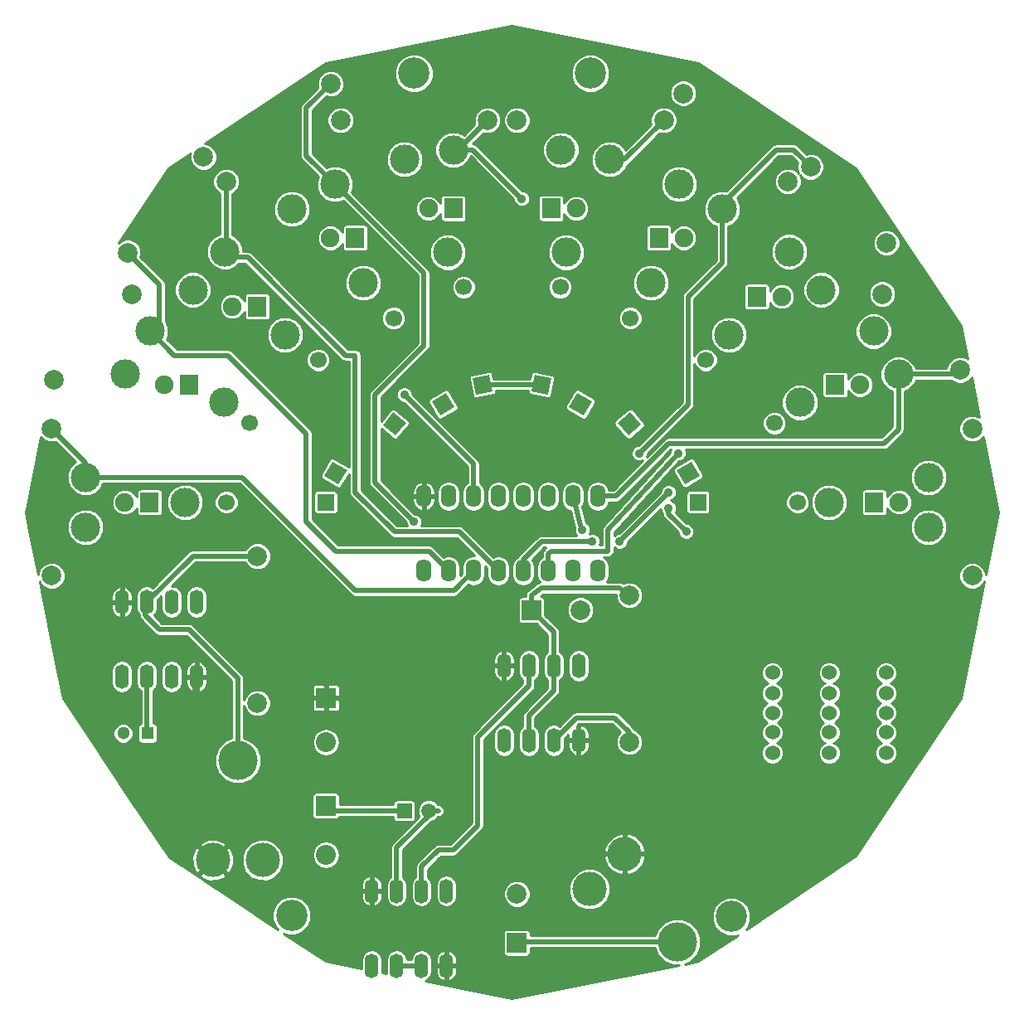
<source format=gtl>
G04 #@! TF.FileFunction,Copper,L1,Top,Signal*
%FSLAX46Y46*%
G04 Gerber Fmt 4.6, Leading zero omitted, Abs format (unit mm)*
G04 Created by KiCad (PCBNEW (2015-11-24 BZR 6329)-product) date Thu 14 Jan 2016 05:58:13 PM EST*
%MOMM*%
G01*
G04 APERTURE LIST*
%ADD10C,0.100000*%
%ADD11C,1.524000*%
%ADD12C,3.200000*%
%ADD13O,1.600000X2.300000*%
%ADD14O,1.400000X2.500000*%
%ADD15R,2.032000X2.032000*%
%ADD16O,2.032000X2.032000*%
%ADD17R,2.000000X2.000000*%
%ADD18C,2.000000*%
%ADD19C,1.998980*%
%ADD20C,3.500000*%
%ADD21C,4.000000*%
%ADD22R,1.500000X1.500000*%
%ADD23C,1.500000*%
%ADD24R,1.900000X2.000000*%
%ADD25C,1.900000*%
%ADD26C,3.000000*%
%ADD27C,1.699260*%
%ADD28R,1.699260X1.699260*%
%ADD29R,1.300000X1.300000*%
%ADD30C,1.300000*%
%ADD31C,0.889000*%
%ADD32C,0.500000*%
%ADD33C,0.254000*%
G04 APERTURE END LIST*
D10*
D11*
X238600000Y-91500000D03*
X238600000Y-89500000D03*
X238600000Y-87500000D03*
X238600000Y-85400000D03*
X238600000Y-93600000D03*
D12*
X189500000Y-110200000D03*
X234400000Y-110300000D03*
X220000000Y-24200000D03*
X202000000Y-24200000D03*
D13*
X203000000Y-75000000D03*
X205540000Y-75000000D03*
X208080000Y-75000000D03*
X210620000Y-75000000D03*
X213160000Y-75000000D03*
X215700000Y-75000000D03*
X218240000Y-75000000D03*
X220780000Y-75000000D03*
X220780000Y-67380000D03*
X218240000Y-67380000D03*
X215700000Y-67380000D03*
X213160000Y-67380000D03*
X210620000Y-67380000D03*
X208080000Y-67380000D03*
X205540000Y-67380000D03*
X203000000Y-67380000D03*
D14*
X172190000Y-85810000D03*
X174730000Y-85810000D03*
X177270000Y-85810000D03*
X179810000Y-85810000D03*
X179810000Y-78190000D03*
X177270000Y-78190000D03*
X174730000Y-78190000D03*
X172190000Y-78190000D03*
D15*
X193000000Y-88000000D03*
D16*
X193000000Y-92500000D03*
D15*
X193000000Y-99000000D03*
D16*
X193000000Y-104000000D03*
D14*
X205310000Y-107690000D03*
X202770000Y-107690000D03*
X200230000Y-107690000D03*
X197690000Y-107690000D03*
X197690000Y-115310000D03*
X200230000Y-115310000D03*
X202770000Y-115310000D03*
X205310000Y-115310000D03*
X218810000Y-84690000D03*
X216270000Y-84690000D03*
X213730000Y-84690000D03*
X211190000Y-84690000D03*
X211190000Y-92310000D03*
X213730000Y-92310000D03*
X216270000Y-92310000D03*
X218810000Y-92310000D03*
D17*
X214000000Y-79000000D03*
D18*
X219000000Y-79000000D03*
D17*
X212500000Y-113000000D03*
D18*
X212500000Y-108000000D03*
D19*
X224000000Y-92500000D03*
X224000000Y-77500000D03*
D20*
X223500000Y-103907898D03*
X219907898Y-107500000D03*
D21*
X228888154Y-112888154D03*
D20*
X181460000Y-104540000D03*
X186540000Y-104540000D03*
D21*
X184000000Y-94380000D03*
D22*
X201000000Y-99500000D03*
D23*
X203500000Y-99500000D03*
D24*
X175000000Y-68000000D03*
D25*
X172460000Y-68000000D03*
D24*
X179000000Y-56000000D03*
D25*
X176460000Y-56000000D03*
D24*
X186000000Y-48000000D03*
D25*
X183460000Y-48000000D03*
D24*
X196000000Y-41000000D03*
D25*
X193460000Y-41000000D03*
D24*
X206000000Y-38000000D03*
D25*
X203460000Y-38000000D03*
D24*
X216000000Y-38000000D03*
D25*
X218540000Y-38000000D03*
D24*
X227000000Y-41000000D03*
D25*
X229540000Y-41000000D03*
D24*
X237000000Y-47000000D03*
D25*
X239540000Y-47000000D03*
D24*
X245000000Y-56000000D03*
D25*
X247540000Y-56000000D03*
D24*
X249000000Y-68000000D03*
D25*
X251540000Y-68000000D03*
D26*
X168460000Y-65460000D03*
X168460000Y-70540000D03*
X178620000Y-68000000D03*
X175070295Y-50530295D03*
X172530295Y-54929705D03*
X182599114Y-57810000D03*
X182686928Y-42421567D03*
X179421567Y-46313072D03*
X188837259Y-50898042D03*
X193929705Y-35530295D03*
X189530295Y-38070295D03*
X196810000Y-45599114D03*
X206008678Y-32022012D03*
X201022012Y-32991322D03*
X205453965Y-42479999D03*
X221977988Y-32991322D03*
X216991322Y-32022012D03*
X217546035Y-42479999D03*
X233469705Y-38070295D03*
X229070295Y-35530295D03*
X226190000Y-45599114D03*
X243578433Y-46313072D03*
X240313072Y-42421567D03*
X234162741Y-50898042D03*
X251469705Y-54929705D03*
X248929705Y-50530295D03*
X241400886Y-57810000D03*
X254540000Y-70540000D03*
X254540000Y-65460000D03*
X244380000Y-68000000D03*
D27*
X182839480Y-68002540D03*
D28*
X192999480Y-68002540D03*
D27*
X185199462Y-59921940D03*
D10*
G36*
X192837664Y-65312926D02*
X193687294Y-63841324D01*
X195158896Y-64690954D01*
X194309266Y-66162556D01*
X192837664Y-65312926D01*
X192837664Y-65312926D01*
G37*
D27*
X192214957Y-53470889D03*
D10*
G36*
X198800983Y-60106335D02*
X199893246Y-58804626D01*
X201194955Y-59896889D01*
X200102692Y-61198598D01*
X198800983Y-60106335D01*
X198800983Y-60106335D01*
G37*
D27*
X199917540Y-49202002D03*
D10*
G36*
X203836924Y-57689834D02*
X205308526Y-56840204D01*
X206158156Y-58311806D01*
X204686554Y-59161436D01*
X203836924Y-57689834D01*
X203836924Y-57689834D01*
G37*
D27*
X207058788Y-46026642D03*
D10*
G36*
X208001270Y-55328071D02*
X209669310Y-55003837D01*
X209993544Y-56671877D01*
X208325504Y-56996111D01*
X208001270Y-55328071D01*
X208001270Y-55328071D01*
G37*
D27*
X216936225Y-46025673D03*
D10*
G36*
X214325703Y-55002868D02*
X215993743Y-55327102D01*
X215669509Y-56995142D01*
X214001469Y-56670908D01*
X214325703Y-55002868D01*
X214325703Y-55002868D01*
G37*
D27*
X224078060Y-49199462D03*
D10*
G36*
X218687074Y-56837664D02*
X220158676Y-57687294D01*
X219309046Y-59158896D01*
X217837444Y-58309266D01*
X218687074Y-56837664D01*
X218687074Y-56837664D01*
G37*
D27*
X231781777Y-53466998D03*
D10*
G36*
X224103489Y-58800734D02*
X225195752Y-60102443D01*
X223894043Y-61194706D01*
X222801780Y-59892997D01*
X224103489Y-58800734D01*
X224103489Y-58800734D01*
G37*
D27*
X238797998Y-59917540D03*
D10*
G36*
X230310166Y-63836924D02*
X231159796Y-65308526D01*
X229688194Y-66158156D01*
X228838564Y-64686554D01*
X230310166Y-63836924D01*
X230310166Y-63836924D01*
G37*
D27*
X241160520Y-67997460D03*
D28*
X231000520Y-67997460D03*
D19*
X186000000Y-73500000D03*
X186000000Y-88500000D03*
X165000000Y-60500000D03*
X165000000Y-75500000D03*
X172750000Y-42504809D03*
X165250000Y-55495191D03*
X182820907Y-35254667D03*
X173179093Y-46745333D03*
X193495191Y-25250000D03*
X180504809Y-32750000D03*
X209500000Y-29000000D03*
X194500000Y-29000000D03*
X227500000Y-29000000D03*
X212500000Y-29000000D03*
X242495191Y-33750000D03*
X229504809Y-26250000D03*
X249820907Y-46745333D03*
X240179093Y-35254667D03*
X257750000Y-54495191D03*
X250250000Y-41504809D03*
X259000000Y-75500000D03*
X259000000Y-60500000D03*
D29*
X174800000Y-91600000D03*
D30*
X172300000Y-91600000D03*
D11*
X244400000Y-91500000D03*
X244400000Y-89500000D03*
X244400000Y-87500000D03*
X244400000Y-85400000D03*
X244400000Y-93600000D03*
X250200000Y-91500000D03*
X250200000Y-89500000D03*
X250200000Y-87500000D03*
X250200000Y-85400000D03*
X250200000Y-93600000D03*
D31*
X202000000Y-70000000D03*
X219200000Y-70800000D03*
X213000000Y-37000000D03*
X225000000Y-63000000D03*
X228000000Y-67000000D03*
X223000000Y-72000000D03*
X220200000Y-72000000D03*
X229000000Y-63000000D03*
X229800000Y-71000000D03*
X228000000Y-68600000D03*
X201000000Y-57000000D03*
D32*
X224000000Y-77500000D02*
X223000000Y-76750000D01*
X214000000Y-77500000D02*
X214000000Y-79000000D01*
X215000000Y-76750000D02*
X214000000Y-77500000D01*
X223000000Y-76750000D02*
X215000000Y-76750000D01*
X216270000Y-81270000D02*
X216270000Y-84690000D01*
X214000000Y-79000000D02*
X216270000Y-81270000D01*
X213730000Y-89770000D02*
X216270000Y-87230000D01*
X216270000Y-87230000D02*
X216270000Y-84690000D01*
X213730000Y-92310000D02*
X213730000Y-89770000D01*
X200230000Y-115310000D02*
X202770000Y-115310000D01*
X212611846Y-112888154D02*
X212500000Y-113000000D01*
X228888154Y-112888154D02*
X212611846Y-112888154D01*
X201500000Y-99500000D02*
X193500000Y-99500000D01*
X193500000Y-99500000D02*
X193000000Y-99000000D01*
X193500000Y-99500000D02*
X193000000Y-99000000D01*
X204000000Y-99500000D02*
X200230000Y-103270000D01*
X204500000Y-99500000D02*
X204000000Y-99500000D01*
X200230000Y-103270000D02*
X200230000Y-107690000D01*
X202770000Y-105230000D02*
X204500000Y-103500000D01*
X204500000Y-103500000D02*
X206000000Y-103500000D01*
X206000000Y-103500000D02*
X208500000Y-101000000D01*
X208500000Y-101000000D02*
X208500000Y-92000000D01*
X208500000Y-92000000D02*
X213730000Y-86770000D01*
X213730000Y-86770000D02*
X213730000Y-84690000D01*
X202770000Y-107690000D02*
X202770000Y-105230000D01*
X179620000Y-86000000D02*
X179620000Y-102700000D01*
X179620000Y-102700000D02*
X181460000Y-104540000D01*
X179420000Y-73500000D02*
X186000000Y-73500000D01*
X184000000Y-94380000D02*
X184000000Y-86000000D01*
X184000000Y-86000000D02*
X179000000Y-81000000D01*
X179000000Y-81000000D02*
X176000000Y-81000000D01*
X174540000Y-78380000D02*
X179420000Y-73500000D01*
X174540000Y-79540000D02*
X174540000Y-78380000D01*
X176000000Y-81000000D02*
X174540000Y-79540000D01*
X174730000Y-85810000D02*
X174730000Y-91530000D01*
X174730000Y-91530000D02*
X174800000Y-91600000D01*
X208997407Y-55999974D02*
X214996637Y-55999974D01*
X214996637Y-55999974D02*
X214997606Y-55999005D01*
X222500000Y-90000000D02*
X218580000Y-90000000D01*
X224000000Y-92500000D02*
X224000000Y-91500000D01*
X224000000Y-91500000D02*
X222500000Y-90000000D01*
X218580000Y-90000000D02*
X216270000Y-92310000D01*
X184460000Y-65460000D02*
X196000000Y-77000000D01*
X168460000Y-65460000D02*
X184460000Y-65460000D01*
X206080000Y-77000000D02*
X208080000Y-75000000D01*
X196000000Y-77000000D02*
X206080000Y-77000000D01*
X168460000Y-65460000D02*
X168460000Y-63960000D01*
X168460000Y-63960000D02*
X165000000Y-60500000D01*
X175070295Y-50530295D02*
X177540000Y-53000000D01*
X203540000Y-73000000D02*
X205540000Y-75000000D01*
X194000000Y-73000000D02*
X203540000Y-73000000D01*
X191000000Y-70000000D02*
X194000000Y-73000000D01*
X191000000Y-61000000D02*
X191000000Y-70000000D01*
X183000000Y-53000000D02*
X191000000Y-61000000D01*
X177540000Y-53000000D02*
X183000000Y-53000000D01*
X172750000Y-42504809D02*
X176000000Y-45754809D01*
X176000000Y-45754809D02*
X176000000Y-49600590D01*
X176000000Y-49600590D02*
X175070295Y-50530295D01*
X182686928Y-42421567D02*
X182820907Y-42287588D01*
X182820907Y-42287588D02*
X182820907Y-35254667D01*
X210620000Y-75000000D02*
X206620000Y-71000000D01*
X185000000Y-43000000D02*
X183265361Y-43000000D01*
X195000000Y-53000000D02*
X185000000Y-43000000D01*
X196000000Y-53000000D02*
X195000000Y-53000000D01*
X196000000Y-67000000D02*
X196000000Y-53000000D01*
X200000000Y-71000000D02*
X196000000Y-67000000D01*
X206620000Y-71000000D02*
X200000000Y-71000000D01*
X183265361Y-43000000D02*
X182686928Y-42421567D01*
X193929705Y-35530295D02*
X191000000Y-32600590D01*
X191000000Y-27745191D02*
X193495191Y-25250000D01*
X191000000Y-32600590D02*
X191000000Y-27745191D01*
X202000000Y-70000000D02*
X198000000Y-66000000D01*
X198000000Y-66000000D02*
X198000000Y-57000000D01*
X198000000Y-57000000D02*
X203000000Y-52000000D01*
X203000000Y-52000000D02*
X203000000Y-44600590D01*
X203000000Y-44600590D02*
X193929705Y-35530295D01*
X219200000Y-70800000D02*
X219040000Y-70640000D01*
X218240000Y-67380000D02*
X219040000Y-70640000D01*
X206008678Y-32022012D02*
X206477988Y-32022012D01*
X206477988Y-32022012D02*
X209500000Y-29000000D01*
X213000000Y-37000000D02*
X208022012Y-32022012D01*
X208022012Y-32022012D02*
X206008678Y-32022012D01*
X221977988Y-32991322D02*
X223508678Y-32991322D01*
X223508678Y-32991322D02*
X227500000Y-29000000D01*
X233469705Y-38070295D02*
X233469705Y-37530295D01*
X233469705Y-37530295D02*
X239000000Y-32000000D01*
X240745191Y-32000000D02*
X242495191Y-33750000D01*
X239000000Y-32000000D02*
X240745191Y-32000000D01*
X213160000Y-75000000D02*
X213160000Y-73840000D01*
X233469705Y-43530295D02*
X233469705Y-38070295D01*
X230000000Y-47000000D02*
X233469705Y-43530295D01*
X230000000Y-58000000D02*
X230000000Y-47000000D01*
X225000000Y-63000000D02*
X230000000Y-58000000D01*
X223000000Y-72000000D02*
X228000000Y-67000000D01*
X215000000Y-72000000D02*
X220200000Y-72000000D01*
X213160000Y-73840000D02*
X215000000Y-72000000D01*
X215700000Y-75000000D02*
X215700000Y-73300000D01*
X221800000Y-73000000D02*
X221800000Y-70800000D01*
X221800000Y-70800000D02*
X229000000Y-63000000D01*
X216000000Y-73000000D02*
X221800000Y-73000000D01*
X215700000Y-73300000D02*
X216000000Y-73000000D01*
X229800000Y-71000000D02*
X228000000Y-69200000D01*
X228000000Y-69200000D02*
X228000000Y-68600000D01*
X251469705Y-54929705D02*
X257315486Y-54929705D01*
X257315486Y-54929705D02*
X257750000Y-54495191D01*
X220780000Y-67380000D02*
X222620000Y-67380000D01*
X251469705Y-60530295D02*
X251469705Y-54929705D01*
X250000000Y-62000000D02*
X251469705Y-60530295D01*
X228000000Y-62000000D02*
X250000000Y-62000000D01*
X222620000Y-67380000D02*
X228000000Y-62000000D01*
X208080000Y-64080000D02*
X201000000Y-57000000D01*
X208080000Y-67380000D02*
X208080000Y-64080000D01*
D33*
G36*
X231003646Y-23121141D02*
X247114158Y-33885842D01*
X257878859Y-49996354D01*
X258543086Y-53335649D01*
X258533006Y-53325551D01*
X258025801Y-53114942D01*
X257476608Y-53114462D01*
X256969037Y-53324186D01*
X256580360Y-53712185D01*
X256369751Y-54219390D01*
X256369682Y-54298705D01*
X253244226Y-54298705D01*
X253065269Y-53865596D01*
X252536597Y-53336001D01*
X251845501Y-53049032D01*
X251097192Y-53048379D01*
X250405596Y-53334141D01*
X249876001Y-53862813D01*
X249589032Y-54553909D01*
X249588379Y-55302218D01*
X249874141Y-55993814D01*
X250402813Y-56523409D01*
X250838705Y-56704408D01*
X250838705Y-60268926D01*
X249738632Y-61369000D01*
X228000000Y-61369000D01*
X227758527Y-61417032D01*
X227553816Y-61553816D01*
X225742026Y-63365606D01*
X225825357Y-63164923D01*
X225825442Y-63066926D01*
X228731115Y-60161253D01*
X237567155Y-60161253D01*
X237754113Y-60613725D01*
X238099992Y-60960209D01*
X238552137Y-61147955D01*
X239041711Y-61148383D01*
X239494183Y-60961425D01*
X239840667Y-60615546D01*
X240028413Y-60163401D01*
X240028841Y-59673827D01*
X239841883Y-59221355D01*
X239496004Y-58874871D01*
X239043859Y-58687125D01*
X238554285Y-58686697D01*
X238101813Y-58873655D01*
X237755329Y-59219534D01*
X237567583Y-59671679D01*
X237567155Y-60161253D01*
X228731115Y-60161253D01*
X230446185Y-58446184D01*
X230582968Y-58241473D01*
X230594695Y-58182513D01*
X239519560Y-58182513D01*
X239805322Y-58874109D01*
X240333994Y-59403704D01*
X241025090Y-59690673D01*
X241773399Y-59691326D01*
X242464995Y-59405564D01*
X242994590Y-58876892D01*
X243281559Y-58185796D01*
X243282212Y-57437487D01*
X242996450Y-56745891D01*
X242467778Y-56216296D01*
X241776682Y-55929327D01*
X241028373Y-55928674D01*
X240336777Y-56214436D01*
X239807182Y-56743108D01*
X239520213Y-57434204D01*
X239519560Y-58182513D01*
X230594695Y-58182513D01*
X230631000Y-58000000D01*
X230631000Y-55000000D01*
X243661536Y-55000000D01*
X243661536Y-57000000D01*
X243688103Y-57141190D01*
X243771546Y-57270865D01*
X243898866Y-57357859D01*
X244050000Y-57388464D01*
X245950000Y-57388464D01*
X246091190Y-57361897D01*
X246220865Y-57278454D01*
X246307859Y-57151134D01*
X246338464Y-57000000D01*
X246338464Y-56577476D01*
X246410975Y-56752966D01*
X246785065Y-57127709D01*
X247274086Y-57330769D01*
X247803591Y-57331231D01*
X248292966Y-57129025D01*
X248667709Y-56754935D01*
X248870769Y-56265914D01*
X248871231Y-55736409D01*
X248669025Y-55247034D01*
X248294935Y-54872291D01*
X247805914Y-54669231D01*
X247276409Y-54668769D01*
X246787034Y-54870975D01*
X246412291Y-55245065D01*
X246338464Y-55422860D01*
X246338464Y-55000000D01*
X246311897Y-54858810D01*
X246228454Y-54729135D01*
X246101134Y-54642141D01*
X245950000Y-54611536D01*
X244050000Y-54611536D01*
X243908810Y-54638103D01*
X243779135Y-54721546D01*
X243692141Y-54848866D01*
X243661536Y-55000000D01*
X230631000Y-55000000D01*
X230631000Y-53904485D01*
X230737892Y-54163183D01*
X231083771Y-54509667D01*
X231535916Y-54697413D01*
X232025490Y-54697841D01*
X232477962Y-54510883D01*
X232824446Y-54165004D01*
X233012192Y-53712859D01*
X233012620Y-53223285D01*
X232825662Y-52770813D01*
X232479783Y-52424329D01*
X232027638Y-52236583D01*
X231538064Y-52236155D01*
X231085592Y-52423113D01*
X230739108Y-52768992D01*
X230631000Y-53029346D01*
X230631000Y-51270555D01*
X232281415Y-51270555D01*
X232567177Y-51962151D01*
X233095849Y-52491746D01*
X233786945Y-52778715D01*
X234535254Y-52779368D01*
X235226850Y-52493606D01*
X235756445Y-51964934D01*
X236043414Y-51273838D01*
X236043737Y-50902808D01*
X247048379Y-50902808D01*
X247334141Y-51594404D01*
X247862813Y-52123999D01*
X248553909Y-52410968D01*
X249302218Y-52411621D01*
X249993814Y-52125859D01*
X250523409Y-51597187D01*
X250810378Y-50906091D01*
X250811031Y-50157782D01*
X250525269Y-49466186D01*
X249996597Y-48936591D01*
X249305501Y-48649622D01*
X248557192Y-48648969D01*
X247865596Y-48934731D01*
X247336001Y-49463403D01*
X247049032Y-50154499D01*
X247048379Y-50902808D01*
X236043737Y-50902808D01*
X236044067Y-50525529D01*
X235758305Y-49833933D01*
X235229633Y-49304338D01*
X234538537Y-49017369D01*
X233790228Y-49016716D01*
X233098632Y-49302478D01*
X232569037Y-49831150D01*
X232282068Y-50522246D01*
X232281415Y-51270555D01*
X230631000Y-51270555D01*
X230631000Y-47261368D01*
X231892368Y-46000000D01*
X235661536Y-46000000D01*
X235661536Y-48000000D01*
X235688103Y-48141190D01*
X235771546Y-48270865D01*
X235898866Y-48357859D01*
X236050000Y-48388464D01*
X237950000Y-48388464D01*
X238091190Y-48361897D01*
X238220865Y-48278454D01*
X238307859Y-48151134D01*
X238338464Y-48000000D01*
X238338464Y-47577476D01*
X238410975Y-47752966D01*
X238785065Y-48127709D01*
X239274086Y-48330769D01*
X239803591Y-48331231D01*
X240292966Y-48129025D01*
X240667709Y-47754935D01*
X240870769Y-47265914D01*
X240871231Y-46736409D01*
X240850231Y-46685585D01*
X241697107Y-46685585D01*
X241982869Y-47377181D01*
X242511541Y-47906776D01*
X243202637Y-48193745D01*
X243950946Y-48194398D01*
X244642542Y-47908636D01*
X245172137Y-47379964D01*
X245322136Y-47018725D01*
X248440178Y-47018725D01*
X248649902Y-47526296D01*
X249037901Y-47914973D01*
X249545106Y-48125582D01*
X250094299Y-48126062D01*
X250601870Y-47916338D01*
X250990547Y-47528339D01*
X251201156Y-47021134D01*
X251201636Y-46471941D01*
X250991912Y-45964370D01*
X250603913Y-45575693D01*
X250096708Y-45365084D01*
X249547515Y-45364604D01*
X249039944Y-45574328D01*
X248651267Y-45962327D01*
X248440658Y-46469532D01*
X248440178Y-47018725D01*
X245322136Y-47018725D01*
X245459106Y-46688868D01*
X245459759Y-45940559D01*
X245173997Y-45248963D01*
X244645325Y-44719368D01*
X243954229Y-44432399D01*
X243205920Y-44431746D01*
X242514324Y-44717508D01*
X241984729Y-45246180D01*
X241697760Y-45937276D01*
X241697107Y-46685585D01*
X240850231Y-46685585D01*
X240669025Y-46247034D01*
X240294935Y-45872291D01*
X239805914Y-45669231D01*
X239276409Y-45668769D01*
X238787034Y-45870975D01*
X238412291Y-46245065D01*
X238338464Y-46422860D01*
X238338464Y-46000000D01*
X238311897Y-45858810D01*
X238228454Y-45729135D01*
X238101134Y-45642141D01*
X237950000Y-45611536D01*
X236050000Y-45611536D01*
X235908810Y-45638103D01*
X235779135Y-45721546D01*
X235692141Y-45848866D01*
X235661536Y-46000000D01*
X231892368Y-46000000D01*
X233915889Y-43976479D01*
X234052673Y-43771768D01*
X234100705Y-43530295D01*
X234100705Y-42794080D01*
X238431746Y-42794080D01*
X238717508Y-43485676D01*
X239246180Y-44015271D01*
X239937276Y-44302240D01*
X240685585Y-44302893D01*
X241377181Y-44017131D01*
X241906776Y-43488459D01*
X242193745Y-42797363D01*
X242194398Y-42049054D01*
X242082484Y-41778201D01*
X248869271Y-41778201D01*
X249078995Y-42285772D01*
X249466994Y-42674449D01*
X249974199Y-42885058D01*
X250523392Y-42885538D01*
X251030963Y-42675814D01*
X251419640Y-42287815D01*
X251630249Y-41780610D01*
X251630729Y-41231417D01*
X251421005Y-40723846D01*
X251033006Y-40335169D01*
X250525801Y-40124560D01*
X249976608Y-40124080D01*
X249469037Y-40333804D01*
X249080360Y-40721803D01*
X248869751Y-41229008D01*
X248869271Y-41778201D01*
X242082484Y-41778201D01*
X241908636Y-41357458D01*
X241379964Y-40827863D01*
X240688868Y-40540894D01*
X239940559Y-40540241D01*
X239248963Y-40826003D01*
X238719368Y-41354675D01*
X238432399Y-42045771D01*
X238431746Y-42794080D01*
X234100705Y-42794080D01*
X234100705Y-39844816D01*
X234533814Y-39665859D01*
X235063409Y-39137187D01*
X235350378Y-38446091D01*
X235351031Y-37697782D01*
X235065269Y-37006186D01*
X234975804Y-36916564D01*
X239261369Y-32631000D01*
X240483823Y-32631000D01*
X241177167Y-33324344D01*
X241114942Y-33474199D01*
X241114462Y-34023392D01*
X241265518Y-34388977D01*
X240962099Y-34085027D01*
X240454894Y-33874418D01*
X239905701Y-33873938D01*
X239398130Y-34083662D01*
X239009453Y-34471661D01*
X238798844Y-34978866D01*
X238798364Y-35528059D01*
X239008088Y-36035630D01*
X239396087Y-36424307D01*
X239903292Y-36634916D01*
X240452485Y-36635396D01*
X240960056Y-36425672D01*
X241348733Y-36037673D01*
X241559342Y-35530468D01*
X241559822Y-34981275D01*
X241408766Y-34615690D01*
X241712185Y-34919640D01*
X242219390Y-35130249D01*
X242768583Y-35130729D01*
X243276154Y-34921005D01*
X243664831Y-34533006D01*
X243875440Y-34025801D01*
X243875920Y-33476608D01*
X243666196Y-32969037D01*
X243278197Y-32580360D01*
X242770992Y-32369751D01*
X242221799Y-32369271D01*
X242069683Y-32432124D01*
X241191375Y-31553816D01*
X240986664Y-31417032D01*
X240745191Y-31369000D01*
X239000000Y-31369000D01*
X238798589Y-31409063D01*
X238758526Y-31417032D01*
X238553815Y-31553816D01*
X233896735Y-36210896D01*
X233845501Y-36189622D01*
X233097192Y-36188969D01*
X232405596Y-36474731D01*
X231876001Y-37003403D01*
X231589032Y-37694499D01*
X231588379Y-38442808D01*
X231874141Y-39134404D01*
X232402813Y-39663999D01*
X232838705Y-39844998D01*
X232838705Y-43268927D01*
X229553816Y-46553816D01*
X229417032Y-46758527D01*
X229369000Y-47000000D01*
X229369000Y-57738631D01*
X224933191Y-62174441D01*
X224836518Y-62174357D01*
X224533002Y-62299767D01*
X224300583Y-62531781D01*
X224174643Y-62835077D01*
X224174357Y-63163482D01*
X224299767Y-63466998D01*
X224531781Y-63699417D01*
X224835077Y-63825357D01*
X225163482Y-63825643D01*
X225365433Y-63742199D01*
X222358632Y-66749000D01*
X221911072Y-66749000D01*
X221871102Y-66548057D01*
X221615093Y-66164913D01*
X221231949Y-65908904D01*
X220780000Y-65819006D01*
X220328051Y-65908904D01*
X219944907Y-66164913D01*
X219688898Y-66548057D01*
X219599000Y-67000006D01*
X219599000Y-67759994D01*
X219688898Y-68211943D01*
X219944907Y-68595087D01*
X220328051Y-68851096D01*
X220780000Y-68940994D01*
X221231949Y-68851096D01*
X221615093Y-68595087D01*
X221871102Y-68211943D01*
X221911072Y-68011000D01*
X222620000Y-68011000D01*
X222861473Y-67962968D01*
X223066184Y-67826184D01*
X228257974Y-62634394D01*
X228174643Y-62835077D01*
X228174531Y-62963964D01*
X221336339Y-70372005D01*
X221278548Y-70466463D01*
X221217032Y-70558527D01*
X221214533Y-70571093D01*
X221207847Y-70582020D01*
X221190605Y-70691384D01*
X221169000Y-70800000D01*
X221169000Y-72369000D01*
X220940616Y-72369000D01*
X221025357Y-72164923D01*
X221025643Y-71836518D01*
X220900233Y-71533002D01*
X220668219Y-71300583D01*
X220364923Y-71174643D01*
X220036518Y-71174357D01*
X219918070Y-71223299D01*
X220025357Y-70964923D01*
X220025643Y-70636518D01*
X219900233Y-70333002D01*
X219668219Y-70100583D01*
X219544771Y-70049323D01*
X219157601Y-68471605D01*
X219331102Y-68211943D01*
X219421000Y-67759994D01*
X219421000Y-67000006D01*
X219331102Y-66548057D01*
X219075093Y-66164913D01*
X218691949Y-65908904D01*
X218240000Y-65819006D01*
X217788051Y-65908904D01*
X217404907Y-66164913D01*
X217148898Y-66548057D01*
X217059000Y-67000006D01*
X217059000Y-67759994D01*
X217148898Y-68211943D01*
X217404907Y-68595087D01*
X217788051Y-68851096D01*
X217959660Y-68885231D01*
X218383711Y-70613240D01*
X218374643Y-70635077D01*
X218374357Y-70963482D01*
X218499767Y-71266998D01*
X218601591Y-71369000D01*
X215000000Y-71369000D01*
X214758527Y-71417032D01*
X214553816Y-71553816D01*
X212713816Y-73393816D01*
X212577032Y-73598527D01*
X212572921Y-73619195D01*
X212324907Y-73784913D01*
X212068898Y-74168057D01*
X211979000Y-74620006D01*
X211979000Y-75379994D01*
X212068898Y-75831943D01*
X212324907Y-76215087D01*
X212708051Y-76471096D01*
X213160000Y-76560994D01*
X213611949Y-76471096D01*
X213995093Y-76215087D01*
X214251102Y-75831943D01*
X214341000Y-75379994D01*
X214341000Y-74620006D01*
X214251102Y-74168057D01*
X214040099Y-73852269D01*
X215261368Y-72631000D01*
X215476632Y-72631000D01*
X215253816Y-72853816D01*
X215117032Y-73058527D01*
X215069000Y-73300000D01*
X215069000Y-73648542D01*
X214864907Y-73784913D01*
X214608898Y-74168057D01*
X214519000Y-74620006D01*
X214519000Y-75379994D01*
X214608898Y-75831943D01*
X214821054Y-76149457D01*
X214802747Y-76158236D01*
X214758527Y-76167032D01*
X214692742Y-76210988D01*
X214621400Y-76245200D01*
X213621400Y-76995200D01*
X213591301Y-77028769D01*
X213553816Y-77053816D01*
X213509861Y-77119599D01*
X213457041Y-77178509D01*
X213442080Y-77221040D01*
X213417032Y-77258527D01*
X213401596Y-77336127D01*
X213375342Y-77410763D01*
X213377796Y-77455781D01*
X213369000Y-77500000D01*
X213369000Y-77611536D01*
X213000000Y-77611536D01*
X212858810Y-77638103D01*
X212729135Y-77721546D01*
X212642141Y-77848866D01*
X212611536Y-78000000D01*
X212611536Y-80000000D01*
X212638103Y-80141190D01*
X212721546Y-80270865D01*
X212848866Y-80357859D01*
X213000000Y-80388464D01*
X214496096Y-80388464D01*
X215639000Y-81531369D01*
X215639000Y-83254542D01*
X215505618Y-83343665D01*
X215271286Y-83694366D01*
X215189000Y-84108047D01*
X215189000Y-85271953D01*
X215271286Y-85685634D01*
X215505618Y-86036335D01*
X215639000Y-86125458D01*
X215639000Y-86968631D01*
X213283816Y-89323816D01*
X213147032Y-89528527D01*
X213099000Y-89770000D01*
X213099000Y-90874542D01*
X212965618Y-90963665D01*
X212731286Y-91314366D01*
X212649000Y-91728047D01*
X212649000Y-92891953D01*
X212731286Y-93305634D01*
X212965618Y-93656335D01*
X213316319Y-93890667D01*
X213730000Y-93972953D01*
X214143681Y-93890667D01*
X214494382Y-93656335D01*
X214728714Y-93305634D01*
X214811000Y-92891953D01*
X214811000Y-91728047D01*
X215189000Y-91728047D01*
X215189000Y-92891953D01*
X215271286Y-93305634D01*
X215505618Y-93656335D01*
X215856319Y-93890667D01*
X216270000Y-93972953D01*
X216683681Y-93890667D01*
X217034382Y-93656335D01*
X217268714Y-93305634D01*
X217351000Y-92891953D01*
X217351000Y-92437000D01*
X217729000Y-92437000D01*
X217729000Y-92987000D01*
X217859887Y-93391013D01*
X218135420Y-93714185D01*
X218516629Y-93900430D01*
X218683000Y-93837535D01*
X218683000Y-92437000D01*
X218937000Y-92437000D01*
X218937000Y-93837535D01*
X219103371Y-93900430D01*
X219484580Y-93714185D01*
X219760113Y-93391013D01*
X219891000Y-92987000D01*
X219891000Y-92437000D01*
X218937000Y-92437000D01*
X218683000Y-92437000D01*
X217729000Y-92437000D01*
X217351000Y-92437000D01*
X217351000Y-92121368D01*
X217729000Y-91743368D01*
X217729000Y-92183000D01*
X218683000Y-92183000D01*
X218683000Y-90789369D01*
X218689904Y-90782465D01*
X218937000Y-90782465D01*
X218937000Y-92183000D01*
X219891000Y-92183000D01*
X219891000Y-91633000D01*
X219760113Y-91228987D01*
X219484580Y-90905815D01*
X219103371Y-90719570D01*
X218937000Y-90782465D01*
X218689904Y-90782465D01*
X218841369Y-90631000D01*
X222238632Y-90631000D01*
X223077708Y-91470077D01*
X222830360Y-91716994D01*
X222619751Y-92224199D01*
X222619271Y-92773392D01*
X222828995Y-93280963D01*
X223216994Y-93669640D01*
X223724199Y-93880249D01*
X224273392Y-93880729D01*
X224780963Y-93671005D01*
X225169640Y-93283006D01*
X225380249Y-92775801D01*
X225380729Y-92226608D01*
X225171005Y-91719037D01*
X224783006Y-91330360D01*
X224572584Y-91242986D01*
X224446184Y-91053815D01*
X222946184Y-89553816D01*
X222741473Y-89417032D01*
X222500000Y-89369000D01*
X218580000Y-89369000D01*
X218378589Y-89409063D01*
X218338526Y-89417032D01*
X218133815Y-89553816D01*
X216848302Y-90839330D01*
X216683681Y-90729333D01*
X216270000Y-90647047D01*
X215856319Y-90729333D01*
X215505618Y-90963665D01*
X215271286Y-91314366D01*
X215189000Y-91728047D01*
X214811000Y-91728047D01*
X214728714Y-91314366D01*
X214494382Y-90963665D01*
X214361000Y-90874542D01*
X214361000Y-90031368D01*
X216716184Y-87676185D01*
X216852968Y-87471474D01*
X216876540Y-87352968D01*
X216901000Y-87230000D01*
X216901000Y-86125458D01*
X217034382Y-86036335D01*
X217268714Y-85685634D01*
X217351000Y-85271953D01*
X217351000Y-84108047D01*
X217729000Y-84108047D01*
X217729000Y-85271953D01*
X217811286Y-85685634D01*
X218045618Y-86036335D01*
X218396319Y-86270667D01*
X218810000Y-86352953D01*
X219223681Y-86270667D01*
X219574382Y-86036335D01*
X219808714Y-85685634D01*
X219820504Y-85626359D01*
X237456802Y-85626359D01*
X237630446Y-86046612D01*
X237951697Y-86368423D01*
X238148120Y-86449985D01*
X237953388Y-86530446D01*
X237631577Y-86851697D01*
X237457199Y-87271646D01*
X237456802Y-87726359D01*
X237630446Y-88146612D01*
X237951697Y-88468423D01*
X238027409Y-88499861D01*
X237953388Y-88530446D01*
X237631577Y-88851697D01*
X237457199Y-89271646D01*
X237456802Y-89726359D01*
X237630446Y-90146612D01*
X237951697Y-90468423D01*
X238027409Y-90499861D01*
X237953388Y-90530446D01*
X237631577Y-90851697D01*
X237457199Y-91271646D01*
X237456802Y-91726359D01*
X237630446Y-92146612D01*
X237951697Y-92468423D01*
X238148120Y-92549985D01*
X237953388Y-92630446D01*
X237631577Y-92951697D01*
X237457199Y-93371646D01*
X237456802Y-93826359D01*
X237630446Y-94246612D01*
X237951697Y-94568423D01*
X238371646Y-94742801D01*
X238826359Y-94743198D01*
X239246612Y-94569554D01*
X239568423Y-94248303D01*
X239742801Y-93828354D01*
X239743198Y-93373641D01*
X239569554Y-92953388D01*
X239248303Y-92631577D01*
X239051880Y-92550015D01*
X239246612Y-92469554D01*
X239568423Y-92148303D01*
X239742801Y-91728354D01*
X239743198Y-91273641D01*
X239569554Y-90853388D01*
X239248303Y-90531577D01*
X239172591Y-90500139D01*
X239246612Y-90469554D01*
X239568423Y-90148303D01*
X239742801Y-89728354D01*
X239743198Y-89273641D01*
X239569554Y-88853388D01*
X239248303Y-88531577D01*
X239172591Y-88500139D01*
X239246612Y-88469554D01*
X239568423Y-88148303D01*
X239742801Y-87728354D01*
X239743198Y-87273641D01*
X239569554Y-86853388D01*
X239248303Y-86531577D01*
X239051880Y-86450015D01*
X239246612Y-86369554D01*
X239568423Y-86048303D01*
X239742801Y-85628354D01*
X239742802Y-85626359D01*
X243256802Y-85626359D01*
X243430446Y-86046612D01*
X243751697Y-86368423D01*
X243948120Y-86449985D01*
X243753388Y-86530446D01*
X243431577Y-86851697D01*
X243257199Y-87271646D01*
X243256802Y-87726359D01*
X243430446Y-88146612D01*
X243751697Y-88468423D01*
X243827409Y-88499861D01*
X243753388Y-88530446D01*
X243431577Y-88851697D01*
X243257199Y-89271646D01*
X243256802Y-89726359D01*
X243430446Y-90146612D01*
X243751697Y-90468423D01*
X243827409Y-90499861D01*
X243753388Y-90530446D01*
X243431577Y-90851697D01*
X243257199Y-91271646D01*
X243256802Y-91726359D01*
X243430446Y-92146612D01*
X243751697Y-92468423D01*
X243948120Y-92549985D01*
X243753388Y-92630446D01*
X243431577Y-92951697D01*
X243257199Y-93371646D01*
X243256802Y-93826359D01*
X243430446Y-94246612D01*
X243751697Y-94568423D01*
X244171646Y-94742801D01*
X244626359Y-94743198D01*
X245046612Y-94569554D01*
X245368423Y-94248303D01*
X245542801Y-93828354D01*
X245543198Y-93373641D01*
X245369554Y-92953388D01*
X245048303Y-92631577D01*
X244851880Y-92550015D01*
X245046612Y-92469554D01*
X245368423Y-92148303D01*
X245542801Y-91728354D01*
X245543198Y-91273641D01*
X245369554Y-90853388D01*
X245048303Y-90531577D01*
X244972591Y-90500139D01*
X245046612Y-90469554D01*
X245368423Y-90148303D01*
X245542801Y-89728354D01*
X245543198Y-89273641D01*
X245369554Y-88853388D01*
X245048303Y-88531577D01*
X244972591Y-88500139D01*
X245046612Y-88469554D01*
X245368423Y-88148303D01*
X245542801Y-87728354D01*
X245543198Y-87273641D01*
X245369554Y-86853388D01*
X245048303Y-86531577D01*
X244851880Y-86450015D01*
X245046612Y-86369554D01*
X245368423Y-86048303D01*
X245542801Y-85628354D01*
X245542802Y-85626359D01*
X249056802Y-85626359D01*
X249230446Y-86046612D01*
X249551697Y-86368423D01*
X249748120Y-86449985D01*
X249553388Y-86530446D01*
X249231577Y-86851697D01*
X249057199Y-87271646D01*
X249056802Y-87726359D01*
X249230446Y-88146612D01*
X249551697Y-88468423D01*
X249627409Y-88499861D01*
X249553388Y-88530446D01*
X249231577Y-88851697D01*
X249057199Y-89271646D01*
X249056802Y-89726359D01*
X249230446Y-90146612D01*
X249551697Y-90468423D01*
X249627409Y-90499861D01*
X249553388Y-90530446D01*
X249231577Y-90851697D01*
X249057199Y-91271646D01*
X249056802Y-91726359D01*
X249230446Y-92146612D01*
X249551697Y-92468423D01*
X249748120Y-92549985D01*
X249553388Y-92630446D01*
X249231577Y-92951697D01*
X249057199Y-93371646D01*
X249056802Y-93826359D01*
X249230446Y-94246612D01*
X249551697Y-94568423D01*
X249971646Y-94742801D01*
X250426359Y-94743198D01*
X250846612Y-94569554D01*
X251168423Y-94248303D01*
X251342801Y-93828354D01*
X251343198Y-93373641D01*
X251169554Y-92953388D01*
X250848303Y-92631577D01*
X250651880Y-92550015D01*
X250846612Y-92469554D01*
X251168423Y-92148303D01*
X251342801Y-91728354D01*
X251343198Y-91273641D01*
X251169554Y-90853388D01*
X250848303Y-90531577D01*
X250772591Y-90500139D01*
X250846612Y-90469554D01*
X251168423Y-90148303D01*
X251342801Y-89728354D01*
X251343198Y-89273641D01*
X251169554Y-88853388D01*
X250848303Y-88531577D01*
X250772591Y-88500139D01*
X250846612Y-88469554D01*
X251168423Y-88148303D01*
X251342801Y-87728354D01*
X251343198Y-87273641D01*
X251169554Y-86853388D01*
X250848303Y-86531577D01*
X250651880Y-86450015D01*
X250846612Y-86369554D01*
X251168423Y-86048303D01*
X251342801Y-85628354D01*
X251343198Y-85173641D01*
X251169554Y-84753388D01*
X250848303Y-84431577D01*
X250428354Y-84257199D01*
X249973641Y-84256802D01*
X249553388Y-84430446D01*
X249231577Y-84751697D01*
X249057199Y-85171646D01*
X249056802Y-85626359D01*
X245542802Y-85626359D01*
X245543198Y-85173641D01*
X245369554Y-84753388D01*
X245048303Y-84431577D01*
X244628354Y-84257199D01*
X244173641Y-84256802D01*
X243753388Y-84430446D01*
X243431577Y-84751697D01*
X243257199Y-85171646D01*
X243256802Y-85626359D01*
X239742802Y-85626359D01*
X239743198Y-85173641D01*
X239569554Y-84753388D01*
X239248303Y-84431577D01*
X238828354Y-84257199D01*
X238373641Y-84256802D01*
X237953388Y-84430446D01*
X237631577Y-84751697D01*
X237457199Y-85171646D01*
X237456802Y-85626359D01*
X219820504Y-85626359D01*
X219891000Y-85271953D01*
X219891000Y-84108047D01*
X219808714Y-83694366D01*
X219574382Y-83343665D01*
X219223681Y-83109333D01*
X218810000Y-83027047D01*
X218396319Y-83109333D01*
X218045618Y-83343665D01*
X217811286Y-83694366D01*
X217729000Y-84108047D01*
X217351000Y-84108047D01*
X217268714Y-83694366D01*
X217034382Y-83343665D01*
X216901000Y-83254542D01*
X216901000Y-81270000D01*
X216852968Y-81028527D01*
X216833907Y-81000000D01*
X216716185Y-80823816D01*
X215388464Y-79496096D01*
X215388464Y-79273493D01*
X217618761Y-79273493D01*
X217828563Y-79781251D01*
X218216705Y-80170072D01*
X218724097Y-80380759D01*
X219273493Y-80381239D01*
X219781251Y-80171437D01*
X220170072Y-79783295D01*
X220380759Y-79275903D01*
X220381239Y-78726507D01*
X220171437Y-78218749D01*
X219783295Y-77829928D01*
X219275903Y-77619241D01*
X218726507Y-77618761D01*
X218218749Y-77828563D01*
X217829928Y-78216705D01*
X217619241Y-78724097D01*
X217618761Y-79273493D01*
X215388464Y-79273493D01*
X215388464Y-78000000D01*
X215361897Y-77858810D01*
X215278454Y-77729135D01*
X215151134Y-77642141D01*
X215000000Y-77611536D01*
X214902952Y-77611536D01*
X215210333Y-77381000D01*
X222619614Y-77381000D01*
X222619271Y-77773392D01*
X222828995Y-78280963D01*
X223216994Y-78669640D01*
X223724199Y-78880249D01*
X224273392Y-78880729D01*
X224780963Y-78671005D01*
X225169640Y-78283006D01*
X225380249Y-77775801D01*
X225380729Y-77226608D01*
X225171005Y-76719037D01*
X224783006Y-76330360D01*
X224275801Y-76119751D01*
X223726608Y-76119271D01*
X223393959Y-76256719D01*
X223378600Y-76245200D01*
X223307258Y-76210988D01*
X223241473Y-76167032D01*
X223197253Y-76158236D01*
X223156602Y-76138742D01*
X223077601Y-76134436D01*
X223000000Y-76119000D01*
X221679296Y-76119000D01*
X221871102Y-75831943D01*
X221961000Y-75379994D01*
X221961000Y-74620006D01*
X221871102Y-74168057D01*
X221615093Y-73784913D01*
X221384746Y-73631000D01*
X221800000Y-73631000D01*
X222041473Y-73582968D01*
X222246184Y-73446184D01*
X222382968Y-73241473D01*
X222431000Y-73000000D01*
X222431000Y-72598460D01*
X222531781Y-72699417D01*
X222835077Y-72825357D01*
X223163482Y-72825643D01*
X223466998Y-72700233D01*
X223699417Y-72468219D01*
X223825357Y-72164923D01*
X223825442Y-72066926D01*
X227174397Y-68717972D01*
X227174357Y-68763482D01*
X227299767Y-69066998D01*
X227369000Y-69136352D01*
X227369000Y-69200000D01*
X227406488Y-69388464D01*
X227417032Y-69441473D01*
X227553816Y-69646184D01*
X228974441Y-71066810D01*
X228974357Y-71163482D01*
X229099767Y-71466998D01*
X229331781Y-71699417D01*
X229635077Y-71825357D01*
X229963482Y-71825643D01*
X230266998Y-71700233D01*
X230499417Y-71468219D01*
X230625357Y-71164923D01*
X230625576Y-70912513D01*
X252658674Y-70912513D01*
X252944436Y-71604109D01*
X253473108Y-72133704D01*
X254164204Y-72420673D01*
X254912513Y-72421326D01*
X255604109Y-72135564D01*
X256133704Y-71606892D01*
X256420673Y-70915796D01*
X256421326Y-70167487D01*
X256135564Y-69475891D01*
X255606892Y-68946296D01*
X254915796Y-68659327D01*
X254167487Y-68658674D01*
X253475891Y-68944436D01*
X252946296Y-69473108D01*
X252659327Y-70164204D01*
X252658674Y-70912513D01*
X230625576Y-70912513D01*
X230625643Y-70836518D01*
X230500233Y-70533002D01*
X230268219Y-70300583D01*
X229964923Y-70174643D01*
X229866926Y-70174558D01*
X228717365Y-69024996D01*
X228825357Y-68764923D01*
X228825643Y-68436518D01*
X228700233Y-68133002D01*
X228468219Y-67900583D01*
X228225767Y-67799908D01*
X228466998Y-67700233D01*
X228699417Y-67468219D01*
X228825357Y-67164923D01*
X228825371Y-67147830D01*
X229762426Y-67147830D01*
X229762426Y-68847090D01*
X229788993Y-68988280D01*
X229872436Y-69117955D01*
X229999756Y-69204949D01*
X230150890Y-69235554D01*
X231850150Y-69235554D01*
X231991340Y-69208987D01*
X232121015Y-69125544D01*
X232208009Y-68998224D01*
X232238614Y-68847090D01*
X232238614Y-68241173D01*
X239929677Y-68241173D01*
X240116635Y-68693645D01*
X240462514Y-69040129D01*
X240914659Y-69227875D01*
X241404233Y-69228303D01*
X241856705Y-69041345D01*
X242203189Y-68695466D01*
X242337290Y-68372513D01*
X242498674Y-68372513D01*
X242784436Y-69064109D01*
X243313108Y-69593704D01*
X244004204Y-69880673D01*
X244752513Y-69881326D01*
X245444109Y-69595564D01*
X245973704Y-69066892D01*
X246260673Y-68375796D01*
X246261326Y-67627487D01*
X246002054Y-67000000D01*
X247661536Y-67000000D01*
X247661536Y-69000000D01*
X247688103Y-69141190D01*
X247771546Y-69270865D01*
X247898866Y-69357859D01*
X248050000Y-69388464D01*
X249950000Y-69388464D01*
X250091190Y-69361897D01*
X250220865Y-69278454D01*
X250307859Y-69151134D01*
X250338464Y-69000000D01*
X250338464Y-68577476D01*
X250410975Y-68752966D01*
X250785065Y-69127709D01*
X251274086Y-69330769D01*
X251803591Y-69331231D01*
X252292966Y-69129025D01*
X252667709Y-68754935D01*
X252870769Y-68265914D01*
X252871231Y-67736409D01*
X252669025Y-67247034D01*
X252294935Y-66872291D01*
X251805914Y-66669231D01*
X251276409Y-66668769D01*
X250787034Y-66870975D01*
X250412291Y-67245065D01*
X250338464Y-67422860D01*
X250338464Y-67000000D01*
X250311897Y-66858810D01*
X250228454Y-66729135D01*
X250101134Y-66642141D01*
X249950000Y-66611536D01*
X248050000Y-66611536D01*
X247908810Y-66638103D01*
X247779135Y-66721546D01*
X247692141Y-66848866D01*
X247661536Y-67000000D01*
X246002054Y-67000000D01*
X245975564Y-66935891D01*
X245446892Y-66406296D01*
X244755796Y-66119327D01*
X244007487Y-66118674D01*
X243315891Y-66404436D01*
X242786296Y-66933108D01*
X242499327Y-67624204D01*
X242498674Y-68372513D01*
X242337290Y-68372513D01*
X242390935Y-68243321D01*
X242391363Y-67753747D01*
X242204405Y-67301275D01*
X241858526Y-66954791D01*
X241406381Y-66767045D01*
X240916807Y-66766617D01*
X240464335Y-66953575D01*
X240117851Y-67299454D01*
X239930105Y-67751599D01*
X239929677Y-68241173D01*
X232238614Y-68241173D01*
X232238614Y-67147830D01*
X232212047Y-67006640D01*
X232128604Y-66876965D01*
X232001284Y-66789971D01*
X231850150Y-66759366D01*
X230150890Y-66759366D01*
X230009700Y-66785933D01*
X229880025Y-66869376D01*
X229793031Y-66996696D01*
X229762426Y-67147830D01*
X228825371Y-67147830D01*
X228825643Y-66836518D01*
X228700233Y-66533002D01*
X228468219Y-66300583D01*
X228164923Y-66174643D01*
X227836518Y-66174357D01*
X227533002Y-66299767D01*
X227300583Y-66531781D01*
X227174643Y-66835077D01*
X227174558Y-66933073D01*
X222933191Y-71174441D01*
X222836518Y-71174357D01*
X222533002Y-71299767D01*
X222431000Y-71401591D01*
X222431000Y-71046711D01*
X228257566Y-64734597D01*
X228453082Y-64734597D01*
X228502144Y-64880786D01*
X229351774Y-66352388D01*
X229445377Y-66461379D01*
X229582478Y-66531959D01*
X229736237Y-66543638D01*
X229882426Y-66494576D01*
X231029152Y-65832513D01*
X252658674Y-65832513D01*
X252944436Y-66524109D01*
X253473108Y-67053704D01*
X254164204Y-67340673D01*
X254912513Y-67341326D01*
X255604109Y-67055564D01*
X256133704Y-66526892D01*
X256420673Y-65835796D01*
X256421326Y-65087487D01*
X256135564Y-64395891D01*
X255606892Y-63866296D01*
X254915796Y-63579327D01*
X254167487Y-63578674D01*
X253475891Y-63864436D01*
X252946296Y-64393108D01*
X252659327Y-65084204D01*
X252658674Y-65832513D01*
X231029152Y-65832513D01*
X231354028Y-65644946D01*
X231463019Y-65551343D01*
X231533599Y-65414242D01*
X231545278Y-65260483D01*
X231496216Y-65114294D01*
X230646586Y-63642692D01*
X230552983Y-63533701D01*
X230415882Y-63463121D01*
X230262123Y-63451442D01*
X230115934Y-63500504D01*
X228644332Y-64350134D01*
X228535341Y-64443737D01*
X228464761Y-64580838D01*
X228453082Y-64734597D01*
X228257566Y-64734597D01*
X229096654Y-63825585D01*
X229163482Y-63825643D01*
X229466998Y-63700233D01*
X229699417Y-63468219D01*
X229825357Y-63164923D01*
X229825643Y-62836518D01*
X229740725Y-62631000D01*
X250000000Y-62631000D01*
X250241473Y-62582968D01*
X250446184Y-62446184D01*
X251915890Y-60976479D01*
X252052673Y-60771768D01*
X252100705Y-60530295D01*
X252100705Y-56704226D01*
X252533814Y-56525269D01*
X253063409Y-55996597D01*
X253244408Y-55560705D01*
X256863050Y-55560705D01*
X256966994Y-55664831D01*
X257474199Y-55875440D01*
X258023392Y-55875920D01*
X258530963Y-55666196D01*
X258919640Y-55278197D01*
X258926295Y-55262170D01*
X259731232Y-59308862D01*
X259275801Y-59119751D01*
X258726608Y-59119271D01*
X258219037Y-59328995D01*
X257830360Y-59716994D01*
X257619751Y-60224199D01*
X257619271Y-60773392D01*
X257828995Y-61280963D01*
X258216994Y-61669640D01*
X258724199Y-61880249D01*
X259273392Y-61880729D01*
X259780963Y-61671005D01*
X260131489Y-61321090D01*
X261658919Y-69000000D01*
X260380554Y-75426775D01*
X260380729Y-75226608D01*
X260171005Y-74719037D01*
X259783006Y-74330360D01*
X259275801Y-74119751D01*
X258726608Y-74119271D01*
X258219037Y-74328995D01*
X257830360Y-74716994D01*
X257619751Y-75224199D01*
X257619271Y-75773392D01*
X257828995Y-76280963D01*
X258216994Y-76669640D01*
X258724199Y-76880249D01*
X259273392Y-76880729D01*
X259780963Y-76671005D01*
X260169640Y-76283006D01*
X260247571Y-76095327D01*
X257878859Y-88003646D01*
X247114158Y-104114158D01*
X235883371Y-111618331D01*
X236078431Y-111423611D01*
X236380655Y-110695774D01*
X236381343Y-109907684D01*
X236080389Y-109179320D01*
X235523611Y-108621569D01*
X234795774Y-108319345D01*
X234007684Y-108318657D01*
X233279320Y-108619611D01*
X232721569Y-109176389D01*
X232419345Y-109904226D01*
X232418657Y-110692316D01*
X232719611Y-111420680D01*
X233276389Y-111978431D01*
X234004226Y-112280655D01*
X234792316Y-112281343D01*
X235051182Y-112174382D01*
X231003646Y-114878859D01*
X229656980Y-115146727D01*
X230235120Y-114907845D01*
X230905491Y-114238643D01*
X231268740Y-113363842D01*
X231269567Y-112416622D01*
X230907845Y-111541188D01*
X230238643Y-110870817D01*
X229363842Y-110507568D01*
X228416622Y-110506741D01*
X227541188Y-110868463D01*
X226870817Y-111537665D01*
X226572059Y-112257154D01*
X213888464Y-112257154D01*
X213888464Y-112000000D01*
X213861897Y-111858810D01*
X213778454Y-111729135D01*
X213651134Y-111642141D01*
X213500000Y-111611536D01*
X211500000Y-111611536D01*
X211358810Y-111638103D01*
X211229135Y-111721546D01*
X211142141Y-111848866D01*
X211111536Y-112000000D01*
X211111536Y-114000000D01*
X211138103Y-114141190D01*
X211221546Y-114270865D01*
X211348866Y-114357859D01*
X211500000Y-114388464D01*
X213500000Y-114388464D01*
X213641190Y-114361897D01*
X213770865Y-114278454D01*
X213857859Y-114151134D01*
X213888464Y-114000000D01*
X213888464Y-113519154D01*
X226572632Y-113519154D01*
X226868463Y-114235120D01*
X227537665Y-114905491D01*
X228412466Y-115268740D01*
X229040824Y-115269289D01*
X212000000Y-118658919D01*
X203147039Y-116897956D01*
X203183681Y-116890667D01*
X203534382Y-116656335D01*
X203768714Y-116305634D01*
X203851000Y-115891953D01*
X203851000Y-115437000D01*
X204229000Y-115437000D01*
X204229000Y-115987000D01*
X204359887Y-116391013D01*
X204635420Y-116714185D01*
X205016629Y-116900430D01*
X205183000Y-116837535D01*
X205183000Y-115437000D01*
X205437000Y-115437000D01*
X205437000Y-116837535D01*
X205603371Y-116900430D01*
X205984580Y-116714185D01*
X206260113Y-116391013D01*
X206391000Y-115987000D01*
X206391000Y-115437000D01*
X205437000Y-115437000D01*
X205183000Y-115437000D01*
X204229000Y-115437000D01*
X203851000Y-115437000D01*
X203851000Y-114728047D01*
X203832095Y-114633000D01*
X204229000Y-114633000D01*
X204229000Y-115183000D01*
X205183000Y-115183000D01*
X205183000Y-113782465D01*
X205437000Y-113782465D01*
X205437000Y-115183000D01*
X206391000Y-115183000D01*
X206391000Y-114633000D01*
X206260113Y-114228987D01*
X205984580Y-113905815D01*
X205603371Y-113719570D01*
X205437000Y-113782465D01*
X205183000Y-113782465D01*
X205016629Y-113719570D01*
X204635420Y-113905815D01*
X204359887Y-114228987D01*
X204229000Y-114633000D01*
X203832095Y-114633000D01*
X203768714Y-114314366D01*
X203534382Y-113963665D01*
X203183681Y-113729333D01*
X202770000Y-113647047D01*
X202356319Y-113729333D01*
X202005618Y-113963665D01*
X201771286Y-114314366D01*
X201698756Y-114679000D01*
X201301244Y-114679000D01*
X201228714Y-114314366D01*
X200994382Y-113963665D01*
X200643681Y-113729333D01*
X200230000Y-113647047D01*
X199816319Y-113729333D01*
X199465618Y-113963665D01*
X199231286Y-114314366D01*
X199149000Y-114728047D01*
X199149000Y-115891953D01*
X199192646Y-116111378D01*
X198745063Y-116022348D01*
X198771000Y-115891953D01*
X198771000Y-114728047D01*
X198688714Y-114314366D01*
X198454382Y-113963665D01*
X198103681Y-113729333D01*
X197690000Y-113647047D01*
X197276319Y-113729333D01*
X196925618Y-113963665D01*
X196691286Y-114314366D01*
X196609000Y-114728047D01*
X196609000Y-115597459D01*
X192996354Y-114878859D01*
X188718499Y-112020487D01*
X189104226Y-112180655D01*
X189892316Y-112181343D01*
X190620680Y-111880389D01*
X191178431Y-111323611D01*
X191480655Y-110595774D01*
X191481343Y-109807684D01*
X191180389Y-109079320D01*
X190623611Y-108521569D01*
X189895774Y-108219345D01*
X189107684Y-108218657D01*
X188379320Y-108519611D01*
X187821569Y-109076389D01*
X187519345Y-109804226D01*
X187518657Y-110592316D01*
X187819611Y-111320680D01*
X188116970Y-111618558D01*
X182427538Y-107817000D01*
X196609000Y-107817000D01*
X196609000Y-108367000D01*
X196739887Y-108771013D01*
X197015420Y-109094185D01*
X197396629Y-109280430D01*
X197563000Y-109217535D01*
X197563000Y-107817000D01*
X197817000Y-107817000D01*
X197817000Y-109217535D01*
X197983371Y-109280430D01*
X198364580Y-109094185D01*
X198640113Y-108771013D01*
X198771000Y-108367000D01*
X198771000Y-107817000D01*
X197817000Y-107817000D01*
X197563000Y-107817000D01*
X196609000Y-107817000D01*
X182427538Y-107817000D01*
X181224268Y-107013000D01*
X196609000Y-107013000D01*
X196609000Y-107563000D01*
X197563000Y-107563000D01*
X197563000Y-106162465D01*
X197817000Y-106162465D01*
X197817000Y-107563000D01*
X198771000Y-107563000D01*
X198771000Y-107108047D01*
X199149000Y-107108047D01*
X199149000Y-108271953D01*
X199231286Y-108685634D01*
X199465618Y-109036335D01*
X199816319Y-109270667D01*
X200230000Y-109352953D01*
X200643681Y-109270667D01*
X200994382Y-109036335D01*
X201228714Y-108685634D01*
X201311000Y-108271953D01*
X201311000Y-107108047D01*
X201689000Y-107108047D01*
X201689000Y-108271953D01*
X201771286Y-108685634D01*
X202005618Y-109036335D01*
X202356319Y-109270667D01*
X202770000Y-109352953D01*
X203183681Y-109270667D01*
X203534382Y-109036335D01*
X203768714Y-108685634D01*
X203851000Y-108271953D01*
X203851000Y-107108047D01*
X204229000Y-107108047D01*
X204229000Y-108271953D01*
X204311286Y-108685634D01*
X204545618Y-109036335D01*
X204896319Y-109270667D01*
X205310000Y-109352953D01*
X205723681Y-109270667D01*
X206074382Y-109036335D01*
X206308714Y-108685634D01*
X206390693Y-108273493D01*
X211118761Y-108273493D01*
X211328563Y-108781251D01*
X211716705Y-109170072D01*
X212224097Y-109380759D01*
X212773493Y-109381239D01*
X213281251Y-109171437D01*
X213670072Y-108783295D01*
X213880759Y-108275903D01*
X213881068Y-107922022D01*
X217776529Y-107922022D01*
X218100271Y-108705538D01*
X218699207Y-109305521D01*
X219482156Y-109630630D01*
X220329920Y-109631369D01*
X221113436Y-109307627D01*
X221713419Y-108708691D01*
X222038528Y-107925742D01*
X222039267Y-107077978D01*
X221715525Y-106294462D01*
X221116589Y-105694479D01*
X220333640Y-105369370D01*
X219485876Y-105368631D01*
X218702360Y-105692373D01*
X218102377Y-106291309D01*
X217777268Y-107074258D01*
X217776529Y-107922022D01*
X213881068Y-107922022D01*
X213881239Y-107726507D01*
X213671437Y-107218749D01*
X213283295Y-106829928D01*
X212775903Y-106619241D01*
X212226507Y-106618761D01*
X211718749Y-106828563D01*
X211329928Y-107216705D01*
X211119241Y-107724097D01*
X211118761Y-108273493D01*
X206390693Y-108273493D01*
X206391000Y-108271953D01*
X206391000Y-107108047D01*
X206308714Y-106694366D01*
X206074382Y-106343665D01*
X205723681Y-106109333D01*
X205310000Y-106027047D01*
X204896319Y-106109333D01*
X204545618Y-106343665D01*
X204311286Y-106694366D01*
X204229000Y-107108047D01*
X203851000Y-107108047D01*
X203768714Y-106694366D01*
X203534382Y-106343665D01*
X203401000Y-106254542D01*
X203401000Y-105491368D01*
X204519722Y-104372646D01*
X221377538Y-104372646D01*
X221716952Y-105149500D01*
X222327819Y-105737332D01*
X223035252Y-106030360D01*
X223373000Y-105981512D01*
X223373000Y-104034898D01*
X223627000Y-104034898D01*
X223627000Y-105981512D01*
X223964748Y-106030360D01*
X224741602Y-105690946D01*
X225329434Y-105080079D01*
X225622462Y-104372646D01*
X225573614Y-104034898D01*
X223627000Y-104034898D01*
X223373000Y-104034898D01*
X221426386Y-104034898D01*
X221377538Y-104372646D01*
X204519722Y-104372646D01*
X204761369Y-104131000D01*
X206000000Y-104131000D01*
X206241473Y-104082968D01*
X206446184Y-103946184D01*
X206949218Y-103443150D01*
X221377538Y-103443150D01*
X221426386Y-103780898D01*
X223373000Y-103780898D01*
X223373000Y-101834284D01*
X223627000Y-101834284D01*
X223627000Y-103780898D01*
X225573614Y-103780898D01*
X225622462Y-103443150D01*
X225283048Y-102666296D01*
X224672181Y-102078464D01*
X223964748Y-101785436D01*
X223627000Y-101834284D01*
X223373000Y-101834284D01*
X223035252Y-101785436D01*
X222258398Y-102124850D01*
X221670566Y-102735717D01*
X221377538Y-103443150D01*
X206949218Y-103443150D01*
X208946184Y-101446184D01*
X209082968Y-101241473D01*
X209131000Y-101000000D01*
X209131000Y-92261368D01*
X210419406Y-90972962D01*
X210191286Y-91314366D01*
X210109000Y-91728047D01*
X210109000Y-92891953D01*
X210191286Y-93305634D01*
X210425618Y-93656335D01*
X210776319Y-93890667D01*
X211190000Y-93972953D01*
X211603681Y-93890667D01*
X211954382Y-93656335D01*
X212188714Y-93305634D01*
X212271000Y-92891953D01*
X212271000Y-91728047D01*
X212188714Y-91314366D01*
X211954382Y-90963665D01*
X211603681Y-90729333D01*
X211190000Y-90647047D01*
X210776319Y-90729333D01*
X210434915Y-90957453D01*
X214176184Y-87216184D01*
X214312968Y-87011473D01*
X214361000Y-86770000D01*
X214361000Y-86125458D01*
X214494382Y-86036335D01*
X214728714Y-85685634D01*
X214811000Y-85271953D01*
X214811000Y-84108047D01*
X214728714Y-83694366D01*
X214494382Y-83343665D01*
X214143681Y-83109333D01*
X213730000Y-83027047D01*
X213316319Y-83109333D01*
X212965618Y-83343665D01*
X212731286Y-83694366D01*
X212649000Y-84108047D01*
X212649000Y-85271953D01*
X212731286Y-85685634D01*
X212965618Y-86036335D01*
X213099000Y-86125458D01*
X213099000Y-86508632D01*
X208053816Y-91553816D01*
X207917032Y-91758527D01*
X207869000Y-92000000D01*
X207869000Y-100738632D01*
X205738632Y-102869000D01*
X204500000Y-102869000D01*
X204258527Y-102917032D01*
X204258525Y-102917033D01*
X204258526Y-102917033D01*
X204053815Y-103053816D01*
X202323816Y-104783816D01*
X202187032Y-104988527D01*
X202139000Y-105230000D01*
X202139000Y-106254542D01*
X202005618Y-106343665D01*
X201771286Y-106694366D01*
X201689000Y-107108047D01*
X201311000Y-107108047D01*
X201228714Y-106694366D01*
X200994382Y-106343665D01*
X200861000Y-106254542D01*
X200861000Y-103531368D01*
X203787358Y-100605010D01*
X204139823Y-100459375D01*
X204458256Y-100141497D01*
X204462615Y-100131000D01*
X204500000Y-100131000D01*
X204741473Y-100082968D01*
X204946184Y-99946184D01*
X205082968Y-99741473D01*
X205131000Y-99500000D01*
X205082968Y-99258527D01*
X204946184Y-99053816D01*
X204741473Y-98917032D01*
X204500000Y-98869000D01*
X204463021Y-98869000D01*
X204459375Y-98860177D01*
X204141497Y-98541744D01*
X203725957Y-98369196D01*
X203276017Y-98368804D01*
X202860177Y-98540625D01*
X202541744Y-98858503D01*
X202369196Y-99274043D01*
X202368804Y-99723983D01*
X202519335Y-100088297D01*
X199783816Y-102823816D01*
X199647032Y-103028527D01*
X199599000Y-103270000D01*
X199599000Y-106254542D01*
X199465618Y-106343665D01*
X199231286Y-106694366D01*
X199149000Y-107108047D01*
X198771000Y-107108047D01*
X198771000Y-107013000D01*
X198640113Y-106608987D01*
X198364580Y-106285815D01*
X197983371Y-106099570D01*
X197817000Y-106162465D01*
X197563000Y-106162465D01*
X197396629Y-106099570D01*
X197015420Y-106285815D01*
X196739887Y-106608987D01*
X196609000Y-107013000D01*
X181224268Y-107013000D01*
X179851983Y-106096069D01*
X180083536Y-106096069D01*
X180287819Y-106369434D01*
X181077140Y-106678751D01*
X181924748Y-106662462D01*
X182632181Y-106369434D01*
X182836464Y-106096069D01*
X181460000Y-104719605D01*
X180083536Y-106096069D01*
X179851983Y-106096069D01*
X176950170Y-104157140D01*
X179321249Y-104157140D01*
X179337538Y-105004748D01*
X179630566Y-105712181D01*
X179903931Y-105916464D01*
X181280395Y-104540000D01*
X181639605Y-104540000D01*
X183016069Y-105916464D01*
X183289434Y-105712181D01*
X183583404Y-104962022D01*
X184408631Y-104962022D01*
X184732373Y-105745538D01*
X185331309Y-106345521D01*
X186114258Y-106670630D01*
X186962022Y-106671369D01*
X187745538Y-106347627D01*
X188345521Y-105748691D01*
X188670630Y-104965742D01*
X188671369Y-104117978D01*
X188611313Y-103972631D01*
X191603000Y-103972631D01*
X191603000Y-104027369D01*
X191709340Y-104561978D01*
X192012172Y-105015197D01*
X192465391Y-105318029D01*
X193000000Y-105424369D01*
X193534609Y-105318029D01*
X193987828Y-105015197D01*
X194290660Y-104561978D01*
X194397000Y-104027369D01*
X194397000Y-103972631D01*
X194290660Y-103438022D01*
X193987828Y-102984803D01*
X193534609Y-102681971D01*
X193000000Y-102575631D01*
X192465391Y-102681971D01*
X192012172Y-102984803D01*
X191709340Y-103438022D01*
X191603000Y-103972631D01*
X188611313Y-103972631D01*
X188347627Y-103334462D01*
X187748691Y-102734479D01*
X186965742Y-102409370D01*
X186117978Y-102408631D01*
X185334462Y-102732373D01*
X184734479Y-103331309D01*
X184409370Y-104114258D01*
X184408631Y-104962022D01*
X183583404Y-104962022D01*
X183598751Y-104922860D01*
X183582462Y-104075252D01*
X183289434Y-103367819D01*
X183016069Y-103163536D01*
X181639605Y-104540000D01*
X181280395Y-104540000D01*
X179903931Y-103163536D01*
X179630566Y-103367819D01*
X179321249Y-104157140D01*
X176950170Y-104157140D01*
X176885842Y-104114158D01*
X176130649Y-102983931D01*
X180083536Y-102983931D01*
X181460000Y-104360395D01*
X182836464Y-102983931D01*
X182632181Y-102710566D01*
X181842860Y-102401249D01*
X180995252Y-102417538D01*
X180287819Y-102710566D01*
X180083536Y-102983931D01*
X176130649Y-102983931D01*
X172789802Y-97984000D01*
X191595536Y-97984000D01*
X191595536Y-100016000D01*
X191622103Y-100157190D01*
X191705546Y-100286865D01*
X191832866Y-100373859D01*
X191984000Y-100404464D01*
X194016000Y-100404464D01*
X194157190Y-100377897D01*
X194286865Y-100294454D01*
X194373859Y-100167134D01*
X194381176Y-100131000D01*
X199861536Y-100131000D01*
X199861536Y-100250000D01*
X199888103Y-100391190D01*
X199971546Y-100520865D01*
X200098866Y-100607859D01*
X200250000Y-100638464D01*
X201750000Y-100638464D01*
X201891190Y-100611897D01*
X202020865Y-100528454D01*
X202107859Y-100401134D01*
X202138464Y-100250000D01*
X202138464Y-98750000D01*
X202111897Y-98608810D01*
X202028454Y-98479135D01*
X201901134Y-98392141D01*
X201750000Y-98361536D01*
X200250000Y-98361536D01*
X200108810Y-98388103D01*
X199979135Y-98471546D01*
X199892141Y-98598866D01*
X199861536Y-98750000D01*
X199861536Y-98869000D01*
X194404464Y-98869000D01*
X194404464Y-97984000D01*
X194377897Y-97842810D01*
X194294454Y-97713135D01*
X194167134Y-97626141D01*
X194016000Y-97595536D01*
X191984000Y-97595536D01*
X191842810Y-97622103D01*
X191713135Y-97705546D01*
X191626141Y-97832866D01*
X191595536Y-97984000D01*
X172789802Y-97984000D01*
X168660577Y-91804179D01*
X171268822Y-91804179D01*
X171425451Y-92183251D01*
X171715223Y-92473529D01*
X172094022Y-92630820D01*
X172504179Y-92631178D01*
X172883251Y-92474549D01*
X173173529Y-92184777D01*
X173330820Y-91805978D01*
X173331178Y-91395821D01*
X173174549Y-91016749D01*
X172884777Y-90726471D01*
X172505978Y-90569180D01*
X172095821Y-90568822D01*
X171716749Y-90725451D01*
X171426471Y-91015223D01*
X171269180Y-91394022D01*
X171268822Y-91804179D01*
X168660577Y-91804179D01*
X166121141Y-88003646D01*
X165569041Y-85228047D01*
X171109000Y-85228047D01*
X171109000Y-86391953D01*
X171191286Y-86805634D01*
X171425618Y-87156335D01*
X171776319Y-87390667D01*
X172190000Y-87472953D01*
X172603681Y-87390667D01*
X172954382Y-87156335D01*
X173188714Y-86805634D01*
X173271000Y-86391953D01*
X173271000Y-85228047D01*
X173649000Y-85228047D01*
X173649000Y-86391953D01*
X173731286Y-86805634D01*
X173965618Y-87156335D01*
X174099000Y-87245458D01*
X174099000Y-90571132D01*
X174008810Y-90588103D01*
X173879135Y-90671546D01*
X173792141Y-90798866D01*
X173761536Y-90950000D01*
X173761536Y-92250000D01*
X173788103Y-92391190D01*
X173871546Y-92520865D01*
X173998866Y-92607859D01*
X174150000Y-92638464D01*
X175450000Y-92638464D01*
X175591190Y-92611897D01*
X175720865Y-92528454D01*
X175807859Y-92401134D01*
X175838464Y-92250000D01*
X175838464Y-90950000D01*
X175811897Y-90808810D01*
X175728454Y-90679135D01*
X175601134Y-90592141D01*
X175450000Y-90561536D01*
X175361000Y-90561536D01*
X175361000Y-87245458D01*
X175494382Y-87156335D01*
X175728714Y-86805634D01*
X175811000Y-86391953D01*
X175811000Y-85228047D01*
X176189000Y-85228047D01*
X176189000Y-86391953D01*
X176271286Y-86805634D01*
X176505618Y-87156335D01*
X176856319Y-87390667D01*
X177270000Y-87472953D01*
X177683681Y-87390667D01*
X178034382Y-87156335D01*
X178268714Y-86805634D01*
X178351000Y-86391953D01*
X178351000Y-85937000D01*
X178729000Y-85937000D01*
X178729000Y-86487000D01*
X178859887Y-86891013D01*
X179135420Y-87214185D01*
X179516629Y-87400430D01*
X179683000Y-87337535D01*
X179683000Y-85937000D01*
X179937000Y-85937000D01*
X179937000Y-87337535D01*
X180103371Y-87400430D01*
X180484580Y-87214185D01*
X180760113Y-86891013D01*
X180891000Y-86487000D01*
X180891000Y-85937000D01*
X179937000Y-85937000D01*
X179683000Y-85937000D01*
X178729000Y-85937000D01*
X178351000Y-85937000D01*
X178351000Y-85228047D01*
X178332095Y-85133000D01*
X178729000Y-85133000D01*
X178729000Y-85683000D01*
X179683000Y-85683000D01*
X179683000Y-84282465D01*
X179937000Y-84282465D01*
X179937000Y-85683000D01*
X180891000Y-85683000D01*
X180891000Y-85133000D01*
X180760113Y-84728987D01*
X180484580Y-84405815D01*
X180103371Y-84219570D01*
X179937000Y-84282465D01*
X179683000Y-84282465D01*
X179516629Y-84219570D01*
X179135420Y-84405815D01*
X178859887Y-84728987D01*
X178729000Y-85133000D01*
X178332095Y-85133000D01*
X178268714Y-84814366D01*
X178034382Y-84463665D01*
X177683681Y-84229333D01*
X177270000Y-84147047D01*
X176856319Y-84229333D01*
X176505618Y-84463665D01*
X176271286Y-84814366D01*
X176189000Y-85228047D01*
X175811000Y-85228047D01*
X175728714Y-84814366D01*
X175494382Y-84463665D01*
X175143681Y-84229333D01*
X174730000Y-84147047D01*
X174316319Y-84229333D01*
X173965618Y-84463665D01*
X173731286Y-84814366D01*
X173649000Y-85228047D01*
X173271000Y-85228047D01*
X173188714Y-84814366D01*
X172954382Y-84463665D01*
X172603681Y-84229333D01*
X172190000Y-84147047D01*
X171776319Y-84229333D01*
X171425618Y-84463665D01*
X171191286Y-84814366D01*
X171109000Y-85228047D01*
X165569041Y-85228047D01*
X164194348Y-78317000D01*
X171109000Y-78317000D01*
X171109000Y-78867000D01*
X171239887Y-79271013D01*
X171515420Y-79594185D01*
X171896629Y-79780430D01*
X172063000Y-79717535D01*
X172063000Y-78317000D01*
X172317000Y-78317000D01*
X172317000Y-79717535D01*
X172483371Y-79780430D01*
X172864580Y-79594185D01*
X173140113Y-79271013D01*
X173271000Y-78867000D01*
X173271000Y-78317000D01*
X172317000Y-78317000D01*
X172063000Y-78317000D01*
X171109000Y-78317000D01*
X164194348Y-78317000D01*
X164034423Y-77513000D01*
X171109000Y-77513000D01*
X171109000Y-78063000D01*
X172063000Y-78063000D01*
X172063000Y-76662465D01*
X172317000Y-76662465D01*
X172317000Y-78063000D01*
X173271000Y-78063000D01*
X173271000Y-77608047D01*
X173649000Y-77608047D01*
X173649000Y-78771953D01*
X173731286Y-79185634D01*
X173909000Y-79451601D01*
X173909000Y-79540000D01*
X173944314Y-79717535D01*
X173957032Y-79781473D01*
X174093816Y-79986184D01*
X175553816Y-81446185D01*
X175758527Y-81582968D01*
X176000000Y-81631000D01*
X178738632Y-81631000D01*
X183369000Y-86261369D01*
X183369000Y-92064478D01*
X182653034Y-92360309D01*
X181982663Y-93029511D01*
X181619414Y-93904312D01*
X181618587Y-94851532D01*
X181980309Y-95726966D01*
X182649511Y-96397337D01*
X183524312Y-96760586D01*
X184471532Y-96761413D01*
X185346966Y-96399691D01*
X186017337Y-95730489D01*
X186380586Y-94855688D01*
X186381413Y-93908468D01*
X186019691Y-93033034D01*
X185460266Y-92472631D01*
X191603000Y-92472631D01*
X191603000Y-92527369D01*
X191709340Y-93061978D01*
X192012172Y-93515197D01*
X192465391Y-93818029D01*
X193000000Y-93924369D01*
X193534609Y-93818029D01*
X193987828Y-93515197D01*
X194290660Y-93061978D01*
X194397000Y-92527369D01*
X194397000Y-92472631D01*
X194290660Y-91938022D01*
X193987828Y-91484803D01*
X193534609Y-91181971D01*
X193000000Y-91075631D01*
X192465391Y-91181971D01*
X192012172Y-91484803D01*
X191709340Y-91938022D01*
X191603000Y-92472631D01*
X185460266Y-92472631D01*
X185350489Y-92362663D01*
X184631000Y-92063905D01*
X184631000Y-88801778D01*
X184828995Y-89280963D01*
X185216994Y-89669640D01*
X185724199Y-89880249D01*
X186273392Y-89880729D01*
X186780963Y-89671005D01*
X187169640Y-89283006D01*
X187380249Y-88775801D01*
X187380729Y-88226608D01*
X187378929Y-88222250D01*
X191603000Y-88222250D01*
X191603000Y-89091786D01*
X191661004Y-89231820D01*
X191768181Y-89338996D01*
X191908215Y-89397000D01*
X192777750Y-89397000D01*
X192873000Y-89301750D01*
X192873000Y-88127000D01*
X193127000Y-88127000D01*
X193127000Y-89301750D01*
X193222250Y-89397000D01*
X194091785Y-89397000D01*
X194231819Y-89338996D01*
X194338996Y-89231820D01*
X194397000Y-89091786D01*
X194397000Y-88222250D01*
X194301750Y-88127000D01*
X193127000Y-88127000D01*
X192873000Y-88127000D01*
X191698250Y-88127000D01*
X191603000Y-88222250D01*
X187378929Y-88222250D01*
X187171005Y-87719037D01*
X186783006Y-87330360D01*
X186275801Y-87119751D01*
X185726608Y-87119271D01*
X185219037Y-87328995D01*
X184830360Y-87716994D01*
X184631000Y-88197108D01*
X184631000Y-86908214D01*
X191603000Y-86908214D01*
X191603000Y-87777750D01*
X191698250Y-87873000D01*
X192873000Y-87873000D01*
X192873000Y-86698250D01*
X193127000Y-86698250D01*
X193127000Y-87873000D01*
X194301750Y-87873000D01*
X194397000Y-87777750D01*
X194397000Y-86908214D01*
X194338996Y-86768180D01*
X194231819Y-86661004D01*
X194091785Y-86603000D01*
X193222250Y-86603000D01*
X193127000Y-86698250D01*
X192873000Y-86698250D01*
X192777750Y-86603000D01*
X191908215Y-86603000D01*
X191768181Y-86661004D01*
X191661004Y-86768180D01*
X191603000Y-86908214D01*
X184631000Y-86908214D01*
X184631000Y-86000000D01*
X184582968Y-85758527D01*
X184446185Y-85553816D01*
X183709369Y-84817000D01*
X210109000Y-84817000D01*
X210109000Y-85367000D01*
X210239887Y-85771013D01*
X210515420Y-86094185D01*
X210896629Y-86280430D01*
X211063000Y-86217535D01*
X211063000Y-84817000D01*
X211317000Y-84817000D01*
X211317000Y-86217535D01*
X211483371Y-86280430D01*
X211864580Y-86094185D01*
X212140113Y-85771013D01*
X212271000Y-85367000D01*
X212271000Y-84817000D01*
X211317000Y-84817000D01*
X211063000Y-84817000D01*
X210109000Y-84817000D01*
X183709369Y-84817000D01*
X182905369Y-84013000D01*
X210109000Y-84013000D01*
X210109000Y-84563000D01*
X211063000Y-84563000D01*
X211063000Y-83162465D01*
X211317000Y-83162465D01*
X211317000Y-84563000D01*
X212271000Y-84563000D01*
X212271000Y-84013000D01*
X212140113Y-83608987D01*
X211864580Y-83285815D01*
X211483371Y-83099570D01*
X211317000Y-83162465D01*
X211063000Y-83162465D01*
X210896629Y-83099570D01*
X210515420Y-83285815D01*
X210239887Y-83608987D01*
X210109000Y-84013000D01*
X182905369Y-84013000D01*
X179446184Y-80553816D01*
X179241473Y-80417032D01*
X179000000Y-80369000D01*
X176261369Y-80369000D01*
X175455011Y-79562642D01*
X175494382Y-79536335D01*
X175728714Y-79185634D01*
X175811000Y-78771953D01*
X175811000Y-78001368D01*
X176189000Y-77623368D01*
X176189000Y-78771953D01*
X176271286Y-79185634D01*
X176505618Y-79536335D01*
X176856319Y-79770667D01*
X177270000Y-79852953D01*
X177683681Y-79770667D01*
X178034382Y-79536335D01*
X178268714Y-79185634D01*
X178351000Y-78771953D01*
X178351000Y-77608047D01*
X178729000Y-77608047D01*
X178729000Y-78771953D01*
X178811286Y-79185634D01*
X179045618Y-79536335D01*
X179396319Y-79770667D01*
X179810000Y-79852953D01*
X180223681Y-79770667D01*
X180574382Y-79536335D01*
X180808714Y-79185634D01*
X180891000Y-78771953D01*
X180891000Y-77608047D01*
X180808714Y-77194366D01*
X180574382Y-76843665D01*
X180223681Y-76609333D01*
X179810000Y-76527047D01*
X179396319Y-76609333D01*
X179045618Y-76843665D01*
X178811286Y-77194366D01*
X178729000Y-77608047D01*
X178351000Y-77608047D01*
X178268714Y-77194366D01*
X178034382Y-76843665D01*
X177683681Y-76609333D01*
X177282779Y-76529589D01*
X179681369Y-74131000D01*
X184767032Y-74131000D01*
X184828995Y-74280963D01*
X185216994Y-74669640D01*
X185724199Y-74880249D01*
X186273392Y-74880729D01*
X186780963Y-74671005D01*
X187169640Y-74283006D01*
X187380249Y-73775801D01*
X187380729Y-73226608D01*
X187171005Y-72719037D01*
X186783006Y-72330360D01*
X186275801Y-72119751D01*
X185726608Y-72119271D01*
X185219037Y-72328995D01*
X184830360Y-72716994D01*
X184767242Y-72869000D01*
X179420000Y-72869000D01*
X179218589Y-72909063D01*
X179178526Y-72917032D01*
X178973815Y-73053816D01*
X175308302Y-76719330D01*
X175143681Y-76609333D01*
X174730000Y-76527047D01*
X174316319Y-76609333D01*
X173965618Y-76843665D01*
X173731286Y-77194366D01*
X173649000Y-77608047D01*
X173271000Y-77608047D01*
X173271000Y-77513000D01*
X173140113Y-77108987D01*
X172864580Y-76785815D01*
X172483371Y-76599570D01*
X172317000Y-76662465D01*
X172063000Y-76662465D01*
X171896629Y-76599570D01*
X171515420Y-76785815D01*
X171239887Y-77108987D01*
X171109000Y-77513000D01*
X164034423Y-77513000D01*
X163752557Y-76095968D01*
X163828995Y-76280963D01*
X164216994Y-76669640D01*
X164724199Y-76880249D01*
X165273392Y-76880729D01*
X165780963Y-76671005D01*
X166169640Y-76283006D01*
X166380249Y-75775801D01*
X166380729Y-75226608D01*
X166171005Y-74719037D01*
X165783006Y-74330360D01*
X165275801Y-74119751D01*
X164726608Y-74119271D01*
X164219037Y-74328995D01*
X163830360Y-74716994D01*
X163619751Y-75224199D01*
X163619573Y-75427416D01*
X162721504Y-70912513D01*
X166578674Y-70912513D01*
X166864436Y-71604109D01*
X167393108Y-72133704D01*
X168084204Y-72420673D01*
X168832513Y-72421326D01*
X169524109Y-72135564D01*
X170053704Y-71606892D01*
X170340673Y-70915796D01*
X170341326Y-70167487D01*
X170055564Y-69475891D01*
X169526892Y-68946296D01*
X168835796Y-68659327D01*
X168087487Y-68658674D01*
X167395891Y-68944436D01*
X166866296Y-69473108D01*
X166579327Y-70164204D01*
X166578674Y-70912513D01*
X162721504Y-70912513D01*
X162341081Y-69000000D01*
X162487561Y-68263591D01*
X171128769Y-68263591D01*
X171330975Y-68752966D01*
X171705065Y-69127709D01*
X172194086Y-69330769D01*
X172723591Y-69331231D01*
X173212966Y-69129025D01*
X173587709Y-68754935D01*
X173661536Y-68577140D01*
X173661536Y-69000000D01*
X173688103Y-69141190D01*
X173771546Y-69270865D01*
X173898866Y-69357859D01*
X174050000Y-69388464D01*
X175950000Y-69388464D01*
X176091190Y-69361897D01*
X176220865Y-69278454D01*
X176307859Y-69151134D01*
X176338464Y-69000000D01*
X176338464Y-68372513D01*
X176738674Y-68372513D01*
X177024436Y-69064109D01*
X177553108Y-69593704D01*
X178244204Y-69880673D01*
X178992513Y-69881326D01*
X179684109Y-69595564D01*
X180213704Y-69066892D01*
X180500673Y-68375796D01*
X180500786Y-68246253D01*
X181608637Y-68246253D01*
X181795595Y-68698725D01*
X182141474Y-69045209D01*
X182593619Y-69232955D01*
X183083193Y-69233383D01*
X183535665Y-69046425D01*
X183882149Y-68700546D01*
X184069895Y-68248401D01*
X184070323Y-67758827D01*
X183883365Y-67306355D01*
X183537486Y-66959871D01*
X183085341Y-66772125D01*
X182595767Y-66771697D01*
X182143295Y-66958655D01*
X181796811Y-67304534D01*
X181609065Y-67756679D01*
X181608637Y-68246253D01*
X180500786Y-68246253D01*
X180501326Y-67627487D01*
X180215564Y-66935891D01*
X179686892Y-66406296D01*
X178995796Y-66119327D01*
X178247487Y-66118674D01*
X177555891Y-66404436D01*
X177026296Y-66933108D01*
X176739327Y-67624204D01*
X176738674Y-68372513D01*
X176338464Y-68372513D01*
X176338464Y-67000000D01*
X176311897Y-66858810D01*
X176228454Y-66729135D01*
X176101134Y-66642141D01*
X175950000Y-66611536D01*
X174050000Y-66611536D01*
X173908810Y-66638103D01*
X173779135Y-66721546D01*
X173692141Y-66848866D01*
X173661536Y-67000000D01*
X173661536Y-67422524D01*
X173589025Y-67247034D01*
X173214935Y-66872291D01*
X172725914Y-66669231D01*
X172196409Y-66668769D01*
X171707034Y-66870975D01*
X171332291Y-67245065D01*
X171129231Y-67734086D01*
X171128769Y-68263591D01*
X162487561Y-68263591D01*
X163868601Y-61320638D01*
X164216994Y-61669640D01*
X164724199Y-61880249D01*
X165273392Y-61880729D01*
X165425508Y-61817876D01*
X167449795Y-63842163D01*
X167395891Y-63864436D01*
X166866296Y-64393108D01*
X166579327Y-65084204D01*
X166578674Y-65832513D01*
X166864436Y-66524109D01*
X167393108Y-67053704D01*
X168084204Y-67340673D01*
X168832513Y-67341326D01*
X169524109Y-67055564D01*
X170053704Y-66526892D01*
X170234703Y-66091000D01*
X184198632Y-66091000D01*
X195553816Y-77446185D01*
X195758527Y-77582968D01*
X196000000Y-77631000D01*
X206080000Y-77631000D01*
X206321473Y-77582968D01*
X206526184Y-77446184D01*
X207552053Y-76420315D01*
X207628051Y-76471096D01*
X208080000Y-76560994D01*
X208531949Y-76471096D01*
X208915093Y-76215087D01*
X209171102Y-75831943D01*
X209261000Y-75379994D01*
X209261000Y-74620006D01*
X209239488Y-74511857D01*
X209439000Y-74711369D01*
X209439000Y-75379994D01*
X209528898Y-75831943D01*
X209784907Y-76215087D01*
X210168051Y-76471096D01*
X210620000Y-76560994D01*
X211071949Y-76471096D01*
X211455093Y-76215087D01*
X211711102Y-75831943D01*
X211801000Y-75379994D01*
X211801000Y-74620006D01*
X211711102Y-74168057D01*
X211455093Y-73784913D01*
X211071949Y-73528904D01*
X210620000Y-73439006D01*
X210168051Y-73528904D01*
X210092053Y-73579684D01*
X207066184Y-70553816D01*
X206861473Y-70417032D01*
X206620000Y-70369000D01*
X202740616Y-70369000D01*
X202825357Y-70164923D01*
X202825643Y-69836518D01*
X202700233Y-69533002D01*
X202468219Y-69300583D01*
X202164923Y-69174643D01*
X202066927Y-69174558D01*
X200399369Y-67507000D01*
X201819000Y-67507000D01*
X201819000Y-67857000D01*
X201957499Y-68299282D01*
X202254709Y-68654896D01*
X202665383Y-68869703D01*
X202690886Y-68869829D01*
X202873000Y-68808297D01*
X202873000Y-67507000D01*
X203127000Y-67507000D01*
X203127000Y-68808297D01*
X203309114Y-68869829D01*
X203334617Y-68869703D01*
X203745291Y-68654896D01*
X204042501Y-68299282D01*
X204181000Y-67857000D01*
X204181000Y-67507000D01*
X203127000Y-67507000D01*
X202873000Y-67507000D01*
X201819000Y-67507000D01*
X200399369Y-67507000D01*
X199795369Y-66903000D01*
X201819000Y-66903000D01*
X201819000Y-67253000D01*
X202873000Y-67253000D01*
X202873000Y-65951703D01*
X203127000Y-65951703D01*
X203127000Y-67253000D01*
X204181000Y-67253000D01*
X204181000Y-67000006D01*
X204359000Y-67000006D01*
X204359000Y-67759994D01*
X204448898Y-68211943D01*
X204704907Y-68595087D01*
X205088051Y-68851096D01*
X205540000Y-68940994D01*
X205991949Y-68851096D01*
X206375093Y-68595087D01*
X206631102Y-68211943D01*
X206721000Y-67759994D01*
X206721000Y-67000006D01*
X206631102Y-66548057D01*
X206375093Y-66164913D01*
X205991949Y-65908904D01*
X205540000Y-65819006D01*
X205088051Y-65908904D01*
X204704907Y-66164913D01*
X204448898Y-66548057D01*
X204359000Y-67000006D01*
X204181000Y-67000006D01*
X204181000Y-66903000D01*
X204042501Y-66460718D01*
X203745291Y-66105104D01*
X203334617Y-65890297D01*
X203309114Y-65890171D01*
X203127000Y-65951703D01*
X202873000Y-65951703D01*
X202690886Y-65890171D01*
X202665383Y-65890297D01*
X202254709Y-66105104D01*
X201957499Y-66460718D01*
X201819000Y-66903000D01*
X199795369Y-66903000D01*
X198631000Y-65738632D01*
X198631000Y-60470806D01*
X199852992Y-61496179D01*
X199978227Y-61566583D01*
X200131200Y-61586015D01*
X200279680Y-61544401D01*
X200400273Y-61448298D01*
X201492536Y-60146589D01*
X201562940Y-60021354D01*
X201582372Y-59868381D01*
X201540758Y-59719901D01*
X201444655Y-59599308D01*
X200142946Y-58507045D01*
X200017711Y-58436641D01*
X199864738Y-58417209D01*
X199716258Y-58458823D01*
X199595665Y-58554926D01*
X198631000Y-59704570D01*
X198631000Y-57261368D01*
X198728886Y-57163482D01*
X200174357Y-57163482D01*
X200299767Y-57466998D01*
X200531781Y-57699417D01*
X200835077Y-57825357D01*
X200933074Y-57825442D01*
X207449000Y-64341368D01*
X207449000Y-66028542D01*
X207244907Y-66164913D01*
X206988898Y-66548057D01*
X206899000Y-67000006D01*
X206899000Y-67759994D01*
X206988898Y-68211943D01*
X207244907Y-68595087D01*
X207628051Y-68851096D01*
X208080000Y-68940994D01*
X208531949Y-68851096D01*
X208915093Y-68595087D01*
X209171102Y-68211943D01*
X209261000Y-67759994D01*
X209261000Y-67000006D01*
X209439000Y-67000006D01*
X209439000Y-67759994D01*
X209528898Y-68211943D01*
X209784907Y-68595087D01*
X210168051Y-68851096D01*
X210620000Y-68940994D01*
X211071949Y-68851096D01*
X211455093Y-68595087D01*
X211711102Y-68211943D01*
X211801000Y-67759994D01*
X211801000Y-67000006D01*
X211979000Y-67000006D01*
X211979000Y-67759994D01*
X212068898Y-68211943D01*
X212324907Y-68595087D01*
X212708051Y-68851096D01*
X213160000Y-68940994D01*
X213611949Y-68851096D01*
X213995093Y-68595087D01*
X214251102Y-68211943D01*
X214341000Y-67759994D01*
X214341000Y-67000006D01*
X214519000Y-67000006D01*
X214519000Y-67759994D01*
X214608898Y-68211943D01*
X214864907Y-68595087D01*
X215248051Y-68851096D01*
X215700000Y-68940994D01*
X216151949Y-68851096D01*
X216535093Y-68595087D01*
X216791102Y-68211943D01*
X216881000Y-67759994D01*
X216881000Y-67000006D01*
X216791102Y-66548057D01*
X216535093Y-66164913D01*
X216151949Y-65908904D01*
X215700000Y-65819006D01*
X215248051Y-65908904D01*
X214864907Y-66164913D01*
X214608898Y-66548057D01*
X214519000Y-67000006D01*
X214341000Y-67000006D01*
X214251102Y-66548057D01*
X213995093Y-66164913D01*
X213611949Y-65908904D01*
X213160000Y-65819006D01*
X212708051Y-65908904D01*
X212324907Y-66164913D01*
X212068898Y-66548057D01*
X211979000Y-67000006D01*
X211801000Y-67000006D01*
X211711102Y-66548057D01*
X211455093Y-66164913D01*
X211071949Y-65908904D01*
X210620000Y-65819006D01*
X210168051Y-65908904D01*
X209784907Y-66164913D01*
X209528898Y-66548057D01*
X209439000Y-67000006D01*
X209261000Y-67000006D01*
X209171102Y-66548057D01*
X208915093Y-66164913D01*
X208711000Y-66028542D01*
X208711000Y-64080000D01*
X208662968Y-63838527D01*
X208526184Y-63633816D01*
X204746165Y-59853797D01*
X222415299Y-59853797D01*
X222430497Y-60007248D01*
X222504199Y-60142697D01*
X223596462Y-61444406D01*
X223707569Y-61535487D01*
X223854843Y-61581187D01*
X224008294Y-61565989D01*
X224143743Y-61492287D01*
X225445452Y-60400024D01*
X225536533Y-60288917D01*
X225582233Y-60141643D01*
X225567035Y-59988192D01*
X225493333Y-59852743D01*
X224401070Y-58551034D01*
X224289963Y-58459953D01*
X224142689Y-58414253D01*
X223989238Y-58429451D01*
X223853789Y-58503153D01*
X222552080Y-59595416D01*
X222460999Y-59706523D01*
X222415299Y-59853797D01*
X204746165Y-59853797D01*
X202630245Y-57737877D01*
X203451442Y-57737877D01*
X203500504Y-57884066D01*
X204350134Y-59355668D01*
X204443737Y-59464659D01*
X204580838Y-59535239D01*
X204734597Y-59546918D01*
X204880786Y-59497856D01*
X206352388Y-58648226D01*
X206461379Y-58554623D01*
X206531959Y-58417522D01*
X206543638Y-58263763D01*
X206539218Y-58250592D01*
X217453437Y-58250592D01*
X217460863Y-58404615D01*
X217527629Y-58543613D01*
X217643212Y-58645686D01*
X219114814Y-59495316D01*
X219250372Y-59542903D01*
X219404395Y-59535477D01*
X219543393Y-59468711D01*
X219645466Y-59353128D01*
X220495096Y-57881526D01*
X220542683Y-57745968D01*
X220535257Y-57591945D01*
X220468491Y-57452947D01*
X220352908Y-57350874D01*
X218881306Y-56501244D01*
X218745748Y-56453657D01*
X218591725Y-56461083D01*
X218452727Y-56527849D01*
X218350654Y-56643432D01*
X217501024Y-58115034D01*
X217453437Y-58250592D01*
X206539218Y-58250592D01*
X206494576Y-58117574D01*
X205644946Y-56645972D01*
X205551343Y-56536981D01*
X205414242Y-56466401D01*
X205260483Y-56454722D01*
X205114294Y-56503784D01*
X203642692Y-57353414D01*
X203533701Y-57447017D01*
X203463121Y-57584118D01*
X203451442Y-57737877D01*
X202630245Y-57737877D01*
X201825559Y-56933191D01*
X201825643Y-56836518D01*
X201700233Y-56533002D01*
X201468219Y-56300583D01*
X201164923Y-56174643D01*
X200836518Y-56174357D01*
X200533002Y-56299767D01*
X200300583Y-56531781D01*
X200174643Y-56835077D01*
X200174357Y-57163482D01*
X198728886Y-57163482D01*
X200490175Y-55402193D01*
X207619943Y-55402193D01*
X207944177Y-57070233D01*
X207997196Y-57203760D01*
X208103849Y-57315131D01*
X208245429Y-57376232D01*
X208399626Y-57377438D01*
X210067666Y-57053204D01*
X210201193Y-57000185D01*
X210312564Y-56893532D01*
X210373665Y-56751952D01*
X210374611Y-56630974D01*
X213619937Y-56630974D01*
X213619280Y-56740451D01*
X213676448Y-56883665D01*
X213784829Y-56993354D01*
X213927347Y-57052235D01*
X215595387Y-57376469D01*
X215739052Y-57377331D01*
X215882266Y-57320163D01*
X215991955Y-57211782D01*
X216050836Y-57069264D01*
X216375070Y-55401224D01*
X216375932Y-55257559D01*
X216318764Y-55114345D01*
X216210383Y-55004656D01*
X216067865Y-54945775D01*
X214399825Y-54621541D01*
X214256160Y-54620679D01*
X214112946Y-54677847D01*
X214003257Y-54786228D01*
X213944376Y-54928746D01*
X213858804Y-55368974D01*
X210136020Y-55368974D01*
X210050637Y-54929715D01*
X209997618Y-54796188D01*
X209890965Y-54684817D01*
X209749385Y-54623716D01*
X209595188Y-54622510D01*
X207927148Y-54946744D01*
X207793621Y-54999763D01*
X207682250Y-55106416D01*
X207621149Y-55247996D01*
X207619943Y-55402193D01*
X200490175Y-55402193D01*
X203446185Y-52446184D01*
X203582968Y-52241473D01*
X203631000Y-52000000D01*
X203631000Y-49443175D01*
X222847217Y-49443175D01*
X223034175Y-49895647D01*
X223380054Y-50242131D01*
X223832199Y-50429877D01*
X224321773Y-50430305D01*
X224774245Y-50243347D01*
X225120729Y-49897468D01*
X225308475Y-49445323D01*
X225308903Y-48955749D01*
X225121945Y-48503277D01*
X224776066Y-48156793D01*
X224323921Y-47969047D01*
X223834347Y-47968619D01*
X223381875Y-48155577D01*
X223035391Y-48501456D01*
X222847645Y-48953601D01*
X222847217Y-49443175D01*
X203631000Y-49443175D01*
X203631000Y-46270355D01*
X205827945Y-46270355D01*
X206014903Y-46722827D01*
X206360782Y-47069311D01*
X206812927Y-47257057D01*
X207302501Y-47257485D01*
X207754973Y-47070527D01*
X208101457Y-46724648D01*
X208289203Y-46272503D01*
X208289205Y-46269386D01*
X215705382Y-46269386D01*
X215892340Y-46721858D01*
X216238219Y-47068342D01*
X216690364Y-47256088D01*
X217179938Y-47256516D01*
X217632410Y-47069558D01*
X217978894Y-46723679D01*
X218166640Y-46271534D01*
X218166902Y-45971627D01*
X224308674Y-45971627D01*
X224594436Y-46663223D01*
X225123108Y-47192818D01*
X225814204Y-47479787D01*
X226562513Y-47480440D01*
X227254109Y-47194678D01*
X227783704Y-46666006D01*
X228070673Y-45974910D01*
X228071326Y-45226601D01*
X227785564Y-44535005D01*
X227256892Y-44005410D01*
X226565796Y-43718441D01*
X225817487Y-43717788D01*
X225125891Y-44003550D01*
X224596296Y-44532222D01*
X224309327Y-45223318D01*
X224308674Y-45971627D01*
X218166902Y-45971627D01*
X218167068Y-45781960D01*
X217980110Y-45329488D01*
X217634231Y-44983004D01*
X217182086Y-44795258D01*
X216692512Y-44794830D01*
X216240040Y-44981788D01*
X215893556Y-45327667D01*
X215705810Y-45779812D01*
X215705382Y-46269386D01*
X208289205Y-46269386D01*
X208289631Y-45782929D01*
X208102673Y-45330457D01*
X207756794Y-44983973D01*
X207304649Y-44796227D01*
X206815075Y-44795799D01*
X206362603Y-44982757D01*
X206016119Y-45328636D01*
X205828373Y-45780781D01*
X205827945Y-46270355D01*
X203631000Y-46270355D01*
X203631000Y-44600590D01*
X203583407Y-44361325D01*
X203582968Y-44359116D01*
X203446184Y-44154405D01*
X202144291Y-42852512D01*
X203572639Y-42852512D01*
X203858401Y-43544108D01*
X204387073Y-44073703D01*
X205078169Y-44360672D01*
X205826478Y-44361325D01*
X206518074Y-44075563D01*
X207047669Y-43546891D01*
X207334638Y-42855795D01*
X207334640Y-42852512D01*
X215664709Y-42852512D01*
X215950471Y-43544108D01*
X216479143Y-44073703D01*
X217170239Y-44360672D01*
X217918548Y-44361325D01*
X218610144Y-44075563D01*
X219139739Y-43546891D01*
X219426708Y-42855795D01*
X219427361Y-42107486D01*
X219141599Y-41415890D01*
X218612927Y-40886295D01*
X217921831Y-40599326D01*
X217173522Y-40598673D01*
X216481926Y-40884435D01*
X215952331Y-41413107D01*
X215665362Y-42104203D01*
X215664709Y-42852512D01*
X207334640Y-42852512D01*
X207335291Y-42107486D01*
X207049529Y-41415890D01*
X206520857Y-40886295D01*
X205829761Y-40599326D01*
X205081452Y-40598673D01*
X204389856Y-40884435D01*
X203860261Y-41413107D01*
X203573292Y-42104203D01*
X203572639Y-42852512D01*
X202144291Y-42852512D01*
X199291779Y-40000000D01*
X225661536Y-40000000D01*
X225661536Y-42000000D01*
X225688103Y-42141190D01*
X225771546Y-42270865D01*
X225898866Y-42357859D01*
X226050000Y-42388464D01*
X227950000Y-42388464D01*
X228091190Y-42361897D01*
X228220865Y-42278454D01*
X228307859Y-42151134D01*
X228338464Y-42000000D01*
X228338464Y-41577476D01*
X228410975Y-41752966D01*
X228785065Y-42127709D01*
X229274086Y-42330769D01*
X229803591Y-42331231D01*
X230292966Y-42129025D01*
X230667709Y-41754935D01*
X230870769Y-41265914D01*
X230871231Y-40736409D01*
X230669025Y-40247034D01*
X230294935Y-39872291D01*
X229805914Y-39669231D01*
X229276409Y-39668769D01*
X228787034Y-39870975D01*
X228412291Y-40245065D01*
X228338464Y-40422860D01*
X228338464Y-40000000D01*
X228311897Y-39858810D01*
X228228454Y-39729135D01*
X228101134Y-39642141D01*
X227950000Y-39611536D01*
X226050000Y-39611536D01*
X225908810Y-39638103D01*
X225779135Y-39721546D01*
X225692141Y-39848866D01*
X225661536Y-40000000D01*
X199291779Y-40000000D01*
X197555370Y-38263591D01*
X202128769Y-38263591D01*
X202330975Y-38752966D01*
X202705065Y-39127709D01*
X203194086Y-39330769D01*
X203723591Y-39331231D01*
X204212966Y-39129025D01*
X204587709Y-38754935D01*
X204661536Y-38577140D01*
X204661536Y-39000000D01*
X204688103Y-39141190D01*
X204771546Y-39270865D01*
X204898866Y-39357859D01*
X205050000Y-39388464D01*
X206950000Y-39388464D01*
X207091190Y-39361897D01*
X207220865Y-39278454D01*
X207307859Y-39151134D01*
X207338464Y-39000000D01*
X207338464Y-37000000D01*
X207311897Y-36858810D01*
X207228454Y-36729135D01*
X207101134Y-36642141D01*
X206950000Y-36611536D01*
X205050000Y-36611536D01*
X204908810Y-36638103D01*
X204779135Y-36721546D01*
X204692141Y-36848866D01*
X204661536Y-37000000D01*
X204661536Y-37422524D01*
X204589025Y-37247034D01*
X204214935Y-36872291D01*
X203725914Y-36669231D01*
X203196409Y-36668769D01*
X202707034Y-36870975D01*
X202332291Y-37245065D01*
X202129231Y-37734086D01*
X202128769Y-38263591D01*
X197555370Y-38263591D01*
X195630665Y-36338887D01*
X195810378Y-35906091D01*
X195811031Y-35157782D01*
X195525269Y-34466186D01*
X194996597Y-33936591D01*
X194305501Y-33649622D01*
X193557192Y-33648969D01*
X193120985Y-33829206D01*
X192655614Y-33363835D01*
X199140686Y-33363835D01*
X199426448Y-34055431D01*
X199955120Y-34585026D01*
X200646216Y-34871995D01*
X201394525Y-34872648D01*
X202086121Y-34586886D01*
X202615716Y-34058214D01*
X202902685Y-33367118D01*
X202903338Y-32618809D01*
X202810666Y-32394525D01*
X204127352Y-32394525D01*
X204413114Y-33086121D01*
X204941786Y-33615716D01*
X205632882Y-33902685D01*
X206381191Y-33903338D01*
X207072787Y-33617576D01*
X207602382Y-33088904D01*
X207776710Y-32669078D01*
X212174441Y-37066809D01*
X212174357Y-37163482D01*
X212299767Y-37466998D01*
X212531781Y-37699417D01*
X212835077Y-37825357D01*
X213163482Y-37825643D01*
X213466998Y-37700233D01*
X213699417Y-37468219D01*
X213825357Y-37164923D01*
X213825500Y-37000000D01*
X214661536Y-37000000D01*
X214661536Y-39000000D01*
X214688103Y-39141190D01*
X214771546Y-39270865D01*
X214898866Y-39357859D01*
X215050000Y-39388464D01*
X216950000Y-39388464D01*
X217091190Y-39361897D01*
X217220865Y-39278454D01*
X217307859Y-39151134D01*
X217338464Y-39000000D01*
X217338464Y-38577476D01*
X217410975Y-38752966D01*
X217785065Y-39127709D01*
X218274086Y-39330769D01*
X218803591Y-39331231D01*
X219292966Y-39129025D01*
X219667709Y-38754935D01*
X219870769Y-38265914D01*
X219871231Y-37736409D01*
X219669025Y-37247034D01*
X219294935Y-36872291D01*
X218805914Y-36669231D01*
X218276409Y-36668769D01*
X217787034Y-36870975D01*
X217412291Y-37245065D01*
X217338464Y-37422860D01*
X217338464Y-37000000D01*
X217311897Y-36858810D01*
X217228454Y-36729135D01*
X217101134Y-36642141D01*
X216950000Y-36611536D01*
X215050000Y-36611536D01*
X214908810Y-36638103D01*
X214779135Y-36721546D01*
X214692141Y-36848866D01*
X214661536Y-37000000D01*
X213825500Y-37000000D01*
X213825643Y-36836518D01*
X213700233Y-36533002D01*
X213468219Y-36300583D01*
X213164923Y-36174643D01*
X213066926Y-36174558D01*
X212795176Y-35902808D01*
X227188969Y-35902808D01*
X227474731Y-36594404D01*
X228003403Y-37123999D01*
X228694499Y-37410968D01*
X229442808Y-37411621D01*
X230134404Y-37125859D01*
X230663999Y-36597187D01*
X230950968Y-35906091D01*
X230951621Y-35157782D01*
X230665859Y-34466186D01*
X230137187Y-33936591D01*
X229446091Y-33649622D01*
X228697782Y-33648969D01*
X228006186Y-33934731D01*
X227476591Y-34463403D01*
X227189622Y-35154499D01*
X227188969Y-35902808D01*
X212795176Y-35902808D01*
X209286893Y-32394525D01*
X215109996Y-32394525D01*
X215395758Y-33086121D01*
X215924430Y-33615716D01*
X216615526Y-33902685D01*
X217363835Y-33903338D01*
X218055431Y-33617576D01*
X218309615Y-33363835D01*
X220096662Y-33363835D01*
X220382424Y-34055431D01*
X220911096Y-34585026D01*
X221602192Y-34871995D01*
X222350501Y-34872648D01*
X223042097Y-34586886D01*
X223571692Y-34058214D01*
X223781269Y-33553497D01*
X223954862Y-33437506D01*
X227074345Y-30318024D01*
X227224199Y-30380249D01*
X227773392Y-30380729D01*
X228280963Y-30171005D01*
X228669640Y-29783006D01*
X228880249Y-29275801D01*
X228880729Y-28726608D01*
X228671005Y-28219037D01*
X228283006Y-27830360D01*
X227775801Y-27619751D01*
X227226608Y-27619271D01*
X226719037Y-27828995D01*
X226330360Y-28216994D01*
X226119751Y-28724199D01*
X226119271Y-29273392D01*
X226182124Y-29425507D01*
X223604798Y-32002834D01*
X223573552Y-31927213D01*
X223044880Y-31397618D01*
X222353784Y-31110649D01*
X221605475Y-31109996D01*
X220913879Y-31395758D01*
X220384284Y-31924430D01*
X220097315Y-32615526D01*
X220096662Y-33363835D01*
X218309615Y-33363835D01*
X218585026Y-33088904D01*
X218871995Y-32397808D01*
X218872648Y-31649499D01*
X218586886Y-30957903D01*
X218058214Y-30428308D01*
X217367118Y-30141339D01*
X216618809Y-30140686D01*
X215927213Y-30426448D01*
X215397618Y-30955120D01*
X215110649Y-31646216D01*
X215109996Y-32394525D01*
X209286893Y-32394525D01*
X208468196Y-31575828D01*
X208263485Y-31439044D01*
X208022012Y-31391012D01*
X208001356Y-31391012D01*
X209074344Y-30318024D01*
X209224199Y-30380249D01*
X209773392Y-30380729D01*
X210280963Y-30171005D01*
X210669640Y-29783006D01*
X210880249Y-29275801D01*
X210880251Y-29273392D01*
X211119271Y-29273392D01*
X211328995Y-29780963D01*
X211716994Y-30169640D01*
X212224199Y-30380249D01*
X212773392Y-30380729D01*
X213280963Y-30171005D01*
X213669640Y-29783006D01*
X213880249Y-29275801D01*
X213880729Y-28726608D01*
X213671005Y-28219037D01*
X213283006Y-27830360D01*
X212775801Y-27619751D01*
X212226608Y-27619271D01*
X211719037Y-27828995D01*
X211330360Y-28216994D01*
X211119751Y-28724199D01*
X211119271Y-29273392D01*
X210880251Y-29273392D01*
X210880729Y-28726608D01*
X210671005Y-28219037D01*
X210283006Y-27830360D01*
X209775801Y-27619751D01*
X209226608Y-27619271D01*
X208719037Y-27828995D01*
X208330360Y-28216994D01*
X208119751Y-28724199D01*
X208119271Y-29273392D01*
X208182124Y-29425507D01*
X207127402Y-30480230D01*
X207075570Y-30428308D01*
X206384474Y-30141339D01*
X205636165Y-30140686D01*
X204944569Y-30426448D01*
X204414974Y-30955120D01*
X204128005Y-31646216D01*
X204127352Y-32394525D01*
X202810666Y-32394525D01*
X202617576Y-31927213D01*
X202088904Y-31397618D01*
X201397808Y-31110649D01*
X200649499Y-31109996D01*
X199957903Y-31395758D01*
X199428308Y-31924430D01*
X199141339Y-32615526D01*
X199140686Y-33363835D01*
X192655614Y-33363835D01*
X191631000Y-32339222D01*
X191631000Y-29273392D01*
X193119271Y-29273392D01*
X193328995Y-29780963D01*
X193716994Y-30169640D01*
X194224199Y-30380249D01*
X194773392Y-30380729D01*
X195280963Y-30171005D01*
X195669640Y-29783006D01*
X195880249Y-29275801D01*
X195880729Y-28726608D01*
X195671005Y-28219037D01*
X195283006Y-27830360D01*
X194775801Y-27619751D01*
X194226608Y-27619271D01*
X193719037Y-27828995D01*
X193330360Y-28216994D01*
X193119751Y-28724199D01*
X193119271Y-29273392D01*
X191631000Y-29273392D01*
X191631000Y-28006559D01*
X193069535Y-26568024D01*
X193219390Y-26630249D01*
X193768583Y-26630729D01*
X194028358Y-26523392D01*
X228124080Y-26523392D01*
X228333804Y-27030963D01*
X228721803Y-27419640D01*
X229229008Y-27630249D01*
X229778201Y-27630729D01*
X230285772Y-27421005D01*
X230674449Y-27033006D01*
X230885058Y-26525801D01*
X230885538Y-25976608D01*
X230675814Y-25469037D01*
X230287815Y-25080360D01*
X229780610Y-24869751D01*
X229231417Y-24869271D01*
X228723846Y-25078995D01*
X228335169Y-25466994D01*
X228124560Y-25974199D01*
X228124080Y-26523392D01*
X194028358Y-26523392D01*
X194276154Y-26421005D01*
X194664831Y-26033006D01*
X194875440Y-25525801D01*
X194875920Y-24976608D01*
X194717134Y-24592316D01*
X200018657Y-24592316D01*
X200319611Y-25320680D01*
X200876389Y-25878431D01*
X201604226Y-26180655D01*
X202392316Y-26181343D01*
X203120680Y-25880389D01*
X203678431Y-25323611D01*
X203980655Y-24595774D01*
X203980658Y-24592316D01*
X218018657Y-24592316D01*
X218319611Y-25320680D01*
X218876389Y-25878431D01*
X219604226Y-26180655D01*
X220392316Y-26181343D01*
X221120680Y-25880389D01*
X221678431Y-25323611D01*
X221980655Y-24595774D01*
X221981343Y-23807684D01*
X221680389Y-23079320D01*
X221123611Y-22521569D01*
X220395774Y-22219345D01*
X219607684Y-22218657D01*
X218879320Y-22519611D01*
X218321569Y-23076389D01*
X218019345Y-23804226D01*
X218018657Y-24592316D01*
X203980658Y-24592316D01*
X203981343Y-23807684D01*
X203680389Y-23079320D01*
X203123611Y-22521569D01*
X202395774Y-22219345D01*
X201607684Y-22218657D01*
X200879320Y-22519611D01*
X200321569Y-23076389D01*
X200019345Y-23804226D01*
X200018657Y-24592316D01*
X194717134Y-24592316D01*
X194666196Y-24469037D01*
X194278197Y-24080360D01*
X193770992Y-23869751D01*
X193221799Y-23869271D01*
X192714228Y-24078995D01*
X192325551Y-24466994D01*
X192114942Y-24974199D01*
X192114462Y-25523392D01*
X192177315Y-25675508D01*
X190553816Y-27299007D01*
X190417032Y-27503718D01*
X190369000Y-27745191D01*
X190369000Y-32600590D01*
X190417032Y-32842063D01*
X190553816Y-33046774D01*
X192228745Y-34721704D01*
X192049032Y-35154499D01*
X192048379Y-35902808D01*
X192334141Y-36594404D01*
X192862813Y-37123999D01*
X193553909Y-37410968D01*
X194302218Y-37411621D01*
X194738425Y-37231384D01*
X202369000Y-44861959D01*
X202369000Y-51738631D01*
X197553816Y-56553816D01*
X197417032Y-56758527D01*
X197369000Y-57000000D01*
X197369000Y-66000000D01*
X197403682Y-66174357D01*
X197417032Y-66241473D01*
X197553816Y-66446184D01*
X201174441Y-70066810D01*
X201174357Y-70163482D01*
X201259275Y-70369000D01*
X200261369Y-70369000D01*
X196631000Y-66738632D01*
X196631000Y-53000000D01*
X196582968Y-52758527D01*
X196446184Y-52553816D01*
X196241473Y-52417032D01*
X196000000Y-52369000D01*
X195261369Y-52369000D01*
X192338084Y-49445715D01*
X198686697Y-49445715D01*
X198873655Y-49898187D01*
X199219534Y-50244671D01*
X199671679Y-50432417D01*
X200161253Y-50432845D01*
X200613725Y-50245887D01*
X200960209Y-49900008D01*
X201147955Y-49447863D01*
X201148383Y-48958289D01*
X200961425Y-48505817D01*
X200615546Y-48159333D01*
X200163401Y-47971587D01*
X199673827Y-47971159D01*
X199221355Y-48158117D01*
X198874871Y-48503996D01*
X198687125Y-48956141D01*
X198686697Y-49445715D01*
X192338084Y-49445715D01*
X188863996Y-45971627D01*
X194928674Y-45971627D01*
X195214436Y-46663223D01*
X195743108Y-47192818D01*
X196434204Y-47479787D01*
X197182513Y-47480440D01*
X197874109Y-47194678D01*
X198403704Y-46666006D01*
X198690673Y-45974910D01*
X198691326Y-45226601D01*
X198405564Y-44535005D01*
X197876892Y-44005410D01*
X197185796Y-43718441D01*
X196437487Y-43717788D01*
X195745891Y-44003550D01*
X195216296Y-44532222D01*
X194929327Y-45223318D01*
X194928674Y-45971627D01*
X188863996Y-45971627D01*
X185446184Y-42553816D01*
X185241473Y-42417032D01*
X185000000Y-42369000D01*
X184567975Y-42369000D01*
X184568254Y-42049054D01*
X184282492Y-41357458D01*
X184188789Y-41263591D01*
X192128769Y-41263591D01*
X192330975Y-41752966D01*
X192705065Y-42127709D01*
X193194086Y-42330769D01*
X193723591Y-42331231D01*
X194212966Y-42129025D01*
X194587709Y-41754935D01*
X194661536Y-41577140D01*
X194661536Y-42000000D01*
X194688103Y-42141190D01*
X194771546Y-42270865D01*
X194898866Y-42357859D01*
X195050000Y-42388464D01*
X196950000Y-42388464D01*
X197091190Y-42361897D01*
X197220865Y-42278454D01*
X197307859Y-42151134D01*
X197338464Y-42000000D01*
X197338464Y-40000000D01*
X197311897Y-39858810D01*
X197228454Y-39729135D01*
X197101134Y-39642141D01*
X196950000Y-39611536D01*
X195050000Y-39611536D01*
X194908810Y-39638103D01*
X194779135Y-39721546D01*
X194692141Y-39848866D01*
X194661536Y-40000000D01*
X194661536Y-40422524D01*
X194589025Y-40247034D01*
X194214935Y-39872291D01*
X193725914Y-39669231D01*
X193196409Y-39668769D01*
X192707034Y-39870975D01*
X192332291Y-40245065D01*
X192129231Y-40734086D01*
X192128769Y-41263591D01*
X184188789Y-41263591D01*
X183753820Y-40827863D01*
X183451907Y-40702497D01*
X183451907Y-38442808D01*
X187648969Y-38442808D01*
X187934731Y-39134404D01*
X188463403Y-39663999D01*
X189154499Y-39950968D01*
X189902808Y-39951621D01*
X190594404Y-39665859D01*
X191123999Y-39137187D01*
X191410968Y-38446091D01*
X191411621Y-37697782D01*
X191125859Y-37006186D01*
X190597187Y-36476591D01*
X189906091Y-36189622D01*
X189157782Y-36188969D01*
X188466186Y-36474731D01*
X187936591Y-37003403D01*
X187649622Y-37694499D01*
X187648969Y-38442808D01*
X183451907Y-38442808D01*
X183451907Y-36487635D01*
X183601870Y-36425672D01*
X183990547Y-36037673D01*
X184201156Y-35530468D01*
X184201636Y-34981275D01*
X183991912Y-34473704D01*
X183603913Y-34085027D01*
X183096708Y-33874418D01*
X182547515Y-33873938D01*
X182039944Y-34083662D01*
X181651267Y-34471661D01*
X181440658Y-34978866D01*
X181440178Y-35528059D01*
X181649902Y-36035630D01*
X182037901Y-36424307D01*
X182189907Y-36487425D01*
X182189907Y-40591687D01*
X181622819Y-40826003D01*
X181093224Y-41354675D01*
X180806255Y-42045771D01*
X180805602Y-42794080D01*
X181091364Y-43485676D01*
X181620036Y-44015271D01*
X182311132Y-44302240D01*
X183059441Y-44302893D01*
X183751037Y-44017131D01*
X184137842Y-43631000D01*
X184738632Y-43631000D01*
X194553816Y-53446185D01*
X194758527Y-53582968D01*
X195000000Y-53631000D01*
X195369000Y-53631000D01*
X195369000Y-64368551D01*
X195353128Y-64354534D01*
X193881526Y-63504904D01*
X193745968Y-63457317D01*
X193591945Y-63464743D01*
X193452947Y-63531509D01*
X193350874Y-63647092D01*
X192501244Y-65118694D01*
X192453657Y-65254252D01*
X192461083Y-65408275D01*
X192527849Y-65547273D01*
X192643432Y-65649346D01*
X194115034Y-66498976D01*
X194250592Y-66546563D01*
X194404615Y-66539137D01*
X194543613Y-66472371D01*
X194645686Y-66356788D01*
X195369000Y-65103972D01*
X195369000Y-67000000D01*
X195414673Y-67229615D01*
X195417032Y-67241473D01*
X195553816Y-67446184D01*
X199553815Y-71446184D01*
X199758526Y-71582968D01*
X199798589Y-71590937D01*
X200000000Y-71631000D01*
X206358632Y-71631000D01*
X208188150Y-73460518D01*
X208080000Y-73439006D01*
X207628051Y-73528904D01*
X207244907Y-73784913D01*
X206988898Y-74168057D01*
X206899000Y-74620006D01*
X206899000Y-75288632D01*
X206699488Y-75488144D01*
X206721000Y-75379994D01*
X206721000Y-74620006D01*
X206631102Y-74168057D01*
X206375093Y-73784913D01*
X205991949Y-73528904D01*
X205540000Y-73439006D01*
X205088051Y-73528904D01*
X205012053Y-73579685D01*
X203986184Y-72553816D01*
X203781473Y-72417032D01*
X203540000Y-72369000D01*
X194261369Y-72369000D01*
X191631000Y-69738632D01*
X191631000Y-67152910D01*
X191761386Y-67152910D01*
X191761386Y-68852170D01*
X191787953Y-68993360D01*
X191871396Y-69123035D01*
X191998716Y-69210029D01*
X192149850Y-69240634D01*
X193849110Y-69240634D01*
X193990300Y-69214067D01*
X194119975Y-69130624D01*
X194206969Y-69003304D01*
X194237574Y-68852170D01*
X194237574Y-67152910D01*
X194211007Y-67011720D01*
X194127564Y-66882045D01*
X194000244Y-66795051D01*
X193849110Y-66764446D01*
X192149850Y-66764446D01*
X192008660Y-66791013D01*
X191878985Y-66874456D01*
X191791991Y-67001776D01*
X191761386Y-67152910D01*
X191631000Y-67152910D01*
X191631000Y-61000000D01*
X191582968Y-60758527D01*
X191486214Y-60613725D01*
X191446184Y-60553815D01*
X184606971Y-53714602D01*
X190984114Y-53714602D01*
X191171072Y-54167074D01*
X191516951Y-54513558D01*
X191969096Y-54701304D01*
X192458670Y-54701732D01*
X192911142Y-54514774D01*
X193257626Y-54168895D01*
X193445372Y-53716750D01*
X193445800Y-53227176D01*
X193258842Y-52774704D01*
X192912963Y-52428220D01*
X192460818Y-52240474D01*
X191971244Y-52240046D01*
X191518772Y-52427004D01*
X191172288Y-52772883D01*
X190984542Y-53225028D01*
X190984114Y-53714602D01*
X184606971Y-53714602D01*
X183446184Y-52553816D01*
X183241473Y-52417032D01*
X183210987Y-52410968D01*
X183000000Y-52369000D01*
X177801369Y-52369000D01*
X176771255Y-51338887D01*
X176799628Y-51270555D01*
X186955933Y-51270555D01*
X187241695Y-51962151D01*
X187770367Y-52491746D01*
X188461463Y-52778715D01*
X189209772Y-52779368D01*
X189901368Y-52493606D01*
X190430963Y-51964934D01*
X190717932Y-51273838D01*
X190718585Y-50525529D01*
X190432823Y-49833933D01*
X189904151Y-49304338D01*
X189213055Y-49017369D01*
X188464746Y-49016716D01*
X187773150Y-49302478D01*
X187243555Y-49831150D01*
X186956586Y-50522246D01*
X186955933Y-51270555D01*
X176799628Y-51270555D01*
X176950968Y-50906091D01*
X176951621Y-50157782D01*
X176665859Y-49466186D01*
X176631000Y-49431266D01*
X176631000Y-48263591D01*
X182128769Y-48263591D01*
X182330975Y-48752966D01*
X182705065Y-49127709D01*
X183194086Y-49330769D01*
X183723591Y-49331231D01*
X184212966Y-49129025D01*
X184587709Y-48754935D01*
X184661536Y-48577140D01*
X184661536Y-49000000D01*
X184688103Y-49141190D01*
X184771546Y-49270865D01*
X184898866Y-49357859D01*
X185050000Y-49388464D01*
X186950000Y-49388464D01*
X187091190Y-49361897D01*
X187220865Y-49278454D01*
X187307859Y-49151134D01*
X187338464Y-49000000D01*
X187338464Y-47000000D01*
X187311897Y-46858810D01*
X187228454Y-46729135D01*
X187101134Y-46642141D01*
X186950000Y-46611536D01*
X185050000Y-46611536D01*
X184908810Y-46638103D01*
X184779135Y-46721546D01*
X184692141Y-46848866D01*
X184661536Y-47000000D01*
X184661536Y-47422524D01*
X184589025Y-47247034D01*
X184214935Y-46872291D01*
X183725914Y-46669231D01*
X183196409Y-46668769D01*
X182707034Y-46870975D01*
X182332291Y-47245065D01*
X182129231Y-47734086D01*
X182128769Y-48263591D01*
X176631000Y-48263591D01*
X176631000Y-46685585D01*
X177540241Y-46685585D01*
X177826003Y-47377181D01*
X178354675Y-47906776D01*
X179045771Y-48193745D01*
X179794080Y-48194398D01*
X180485676Y-47908636D01*
X181015271Y-47379964D01*
X181302240Y-46688868D01*
X181302893Y-45940559D01*
X181017131Y-45248963D01*
X180488459Y-44719368D01*
X179797363Y-44432399D01*
X179049054Y-44431746D01*
X178357458Y-44717508D01*
X177827863Y-45246180D01*
X177540894Y-45937276D01*
X177540241Y-46685585D01*
X176631000Y-46685585D01*
X176631000Y-45754809D01*
X176582968Y-45513336D01*
X176446184Y-45308625D01*
X174068024Y-42930465D01*
X174130249Y-42780610D01*
X174130729Y-42231417D01*
X173921005Y-41723846D01*
X173533006Y-41335169D01*
X173025801Y-41124560D01*
X172476608Y-41124080D01*
X171969037Y-41333804D01*
X171789557Y-41512971D01*
X176885842Y-33885842D01*
X179172960Y-32357639D01*
X179124560Y-32474199D01*
X179124080Y-33023392D01*
X179333804Y-33530963D01*
X179721803Y-33919640D01*
X180229008Y-34130249D01*
X180778201Y-34130729D01*
X181285772Y-33921005D01*
X181674449Y-33533006D01*
X181885058Y-33025801D01*
X181885538Y-32476608D01*
X181675814Y-31969037D01*
X181287815Y-31580360D01*
X180780610Y-31369751D01*
X180651607Y-31369638D01*
X192996354Y-23121141D01*
X212000000Y-19341081D01*
X231003646Y-23121141D01*
X231003646Y-23121141D01*
G37*
X231003646Y-23121141D02*
X247114158Y-33885842D01*
X257878859Y-49996354D01*
X258543086Y-53335649D01*
X258533006Y-53325551D01*
X258025801Y-53114942D01*
X257476608Y-53114462D01*
X256969037Y-53324186D01*
X256580360Y-53712185D01*
X256369751Y-54219390D01*
X256369682Y-54298705D01*
X253244226Y-54298705D01*
X253065269Y-53865596D01*
X252536597Y-53336001D01*
X251845501Y-53049032D01*
X251097192Y-53048379D01*
X250405596Y-53334141D01*
X249876001Y-53862813D01*
X249589032Y-54553909D01*
X249588379Y-55302218D01*
X249874141Y-55993814D01*
X250402813Y-56523409D01*
X250838705Y-56704408D01*
X250838705Y-60268926D01*
X249738632Y-61369000D01*
X228000000Y-61369000D01*
X227758527Y-61417032D01*
X227553816Y-61553816D01*
X225742026Y-63365606D01*
X225825357Y-63164923D01*
X225825442Y-63066926D01*
X228731115Y-60161253D01*
X237567155Y-60161253D01*
X237754113Y-60613725D01*
X238099992Y-60960209D01*
X238552137Y-61147955D01*
X239041711Y-61148383D01*
X239494183Y-60961425D01*
X239840667Y-60615546D01*
X240028413Y-60163401D01*
X240028841Y-59673827D01*
X239841883Y-59221355D01*
X239496004Y-58874871D01*
X239043859Y-58687125D01*
X238554285Y-58686697D01*
X238101813Y-58873655D01*
X237755329Y-59219534D01*
X237567583Y-59671679D01*
X237567155Y-60161253D01*
X228731115Y-60161253D01*
X230446185Y-58446184D01*
X230582968Y-58241473D01*
X230594695Y-58182513D01*
X239519560Y-58182513D01*
X239805322Y-58874109D01*
X240333994Y-59403704D01*
X241025090Y-59690673D01*
X241773399Y-59691326D01*
X242464995Y-59405564D01*
X242994590Y-58876892D01*
X243281559Y-58185796D01*
X243282212Y-57437487D01*
X242996450Y-56745891D01*
X242467778Y-56216296D01*
X241776682Y-55929327D01*
X241028373Y-55928674D01*
X240336777Y-56214436D01*
X239807182Y-56743108D01*
X239520213Y-57434204D01*
X239519560Y-58182513D01*
X230594695Y-58182513D01*
X230631000Y-58000000D01*
X230631000Y-55000000D01*
X243661536Y-55000000D01*
X243661536Y-57000000D01*
X243688103Y-57141190D01*
X243771546Y-57270865D01*
X243898866Y-57357859D01*
X244050000Y-57388464D01*
X245950000Y-57388464D01*
X246091190Y-57361897D01*
X246220865Y-57278454D01*
X246307859Y-57151134D01*
X246338464Y-57000000D01*
X246338464Y-56577476D01*
X246410975Y-56752966D01*
X246785065Y-57127709D01*
X247274086Y-57330769D01*
X247803591Y-57331231D01*
X248292966Y-57129025D01*
X248667709Y-56754935D01*
X248870769Y-56265914D01*
X248871231Y-55736409D01*
X248669025Y-55247034D01*
X248294935Y-54872291D01*
X247805914Y-54669231D01*
X247276409Y-54668769D01*
X246787034Y-54870975D01*
X246412291Y-55245065D01*
X246338464Y-55422860D01*
X246338464Y-55000000D01*
X246311897Y-54858810D01*
X246228454Y-54729135D01*
X246101134Y-54642141D01*
X245950000Y-54611536D01*
X244050000Y-54611536D01*
X243908810Y-54638103D01*
X243779135Y-54721546D01*
X243692141Y-54848866D01*
X243661536Y-55000000D01*
X230631000Y-55000000D01*
X230631000Y-53904485D01*
X230737892Y-54163183D01*
X231083771Y-54509667D01*
X231535916Y-54697413D01*
X232025490Y-54697841D01*
X232477962Y-54510883D01*
X232824446Y-54165004D01*
X233012192Y-53712859D01*
X233012620Y-53223285D01*
X232825662Y-52770813D01*
X232479783Y-52424329D01*
X232027638Y-52236583D01*
X231538064Y-52236155D01*
X231085592Y-52423113D01*
X230739108Y-52768992D01*
X230631000Y-53029346D01*
X230631000Y-51270555D01*
X232281415Y-51270555D01*
X232567177Y-51962151D01*
X233095849Y-52491746D01*
X233786945Y-52778715D01*
X234535254Y-52779368D01*
X235226850Y-52493606D01*
X235756445Y-51964934D01*
X236043414Y-51273838D01*
X236043737Y-50902808D01*
X247048379Y-50902808D01*
X247334141Y-51594404D01*
X247862813Y-52123999D01*
X248553909Y-52410968D01*
X249302218Y-52411621D01*
X249993814Y-52125859D01*
X250523409Y-51597187D01*
X250810378Y-50906091D01*
X250811031Y-50157782D01*
X250525269Y-49466186D01*
X249996597Y-48936591D01*
X249305501Y-48649622D01*
X248557192Y-48648969D01*
X247865596Y-48934731D01*
X247336001Y-49463403D01*
X247049032Y-50154499D01*
X247048379Y-50902808D01*
X236043737Y-50902808D01*
X236044067Y-50525529D01*
X235758305Y-49833933D01*
X235229633Y-49304338D01*
X234538537Y-49017369D01*
X233790228Y-49016716D01*
X233098632Y-49302478D01*
X232569037Y-49831150D01*
X232282068Y-50522246D01*
X232281415Y-51270555D01*
X230631000Y-51270555D01*
X230631000Y-47261368D01*
X231892368Y-46000000D01*
X235661536Y-46000000D01*
X235661536Y-48000000D01*
X235688103Y-48141190D01*
X235771546Y-48270865D01*
X235898866Y-48357859D01*
X236050000Y-48388464D01*
X237950000Y-48388464D01*
X238091190Y-48361897D01*
X238220865Y-48278454D01*
X238307859Y-48151134D01*
X238338464Y-48000000D01*
X238338464Y-47577476D01*
X238410975Y-47752966D01*
X238785065Y-48127709D01*
X239274086Y-48330769D01*
X239803591Y-48331231D01*
X240292966Y-48129025D01*
X240667709Y-47754935D01*
X240870769Y-47265914D01*
X240871231Y-46736409D01*
X240850231Y-46685585D01*
X241697107Y-46685585D01*
X241982869Y-47377181D01*
X242511541Y-47906776D01*
X243202637Y-48193745D01*
X243950946Y-48194398D01*
X244642542Y-47908636D01*
X245172137Y-47379964D01*
X245322136Y-47018725D01*
X248440178Y-47018725D01*
X248649902Y-47526296D01*
X249037901Y-47914973D01*
X249545106Y-48125582D01*
X250094299Y-48126062D01*
X250601870Y-47916338D01*
X250990547Y-47528339D01*
X251201156Y-47021134D01*
X251201636Y-46471941D01*
X250991912Y-45964370D01*
X250603913Y-45575693D01*
X250096708Y-45365084D01*
X249547515Y-45364604D01*
X249039944Y-45574328D01*
X248651267Y-45962327D01*
X248440658Y-46469532D01*
X248440178Y-47018725D01*
X245322136Y-47018725D01*
X245459106Y-46688868D01*
X245459759Y-45940559D01*
X245173997Y-45248963D01*
X244645325Y-44719368D01*
X243954229Y-44432399D01*
X243205920Y-44431746D01*
X242514324Y-44717508D01*
X241984729Y-45246180D01*
X241697760Y-45937276D01*
X241697107Y-46685585D01*
X240850231Y-46685585D01*
X240669025Y-46247034D01*
X240294935Y-45872291D01*
X239805914Y-45669231D01*
X239276409Y-45668769D01*
X238787034Y-45870975D01*
X238412291Y-46245065D01*
X238338464Y-46422860D01*
X238338464Y-46000000D01*
X238311897Y-45858810D01*
X238228454Y-45729135D01*
X238101134Y-45642141D01*
X237950000Y-45611536D01*
X236050000Y-45611536D01*
X235908810Y-45638103D01*
X235779135Y-45721546D01*
X235692141Y-45848866D01*
X235661536Y-46000000D01*
X231892368Y-46000000D01*
X233915889Y-43976479D01*
X234052673Y-43771768D01*
X234100705Y-43530295D01*
X234100705Y-42794080D01*
X238431746Y-42794080D01*
X238717508Y-43485676D01*
X239246180Y-44015271D01*
X239937276Y-44302240D01*
X240685585Y-44302893D01*
X241377181Y-44017131D01*
X241906776Y-43488459D01*
X242193745Y-42797363D01*
X242194398Y-42049054D01*
X242082484Y-41778201D01*
X248869271Y-41778201D01*
X249078995Y-42285772D01*
X249466994Y-42674449D01*
X249974199Y-42885058D01*
X250523392Y-42885538D01*
X251030963Y-42675814D01*
X251419640Y-42287815D01*
X251630249Y-41780610D01*
X251630729Y-41231417D01*
X251421005Y-40723846D01*
X251033006Y-40335169D01*
X250525801Y-40124560D01*
X249976608Y-40124080D01*
X249469037Y-40333804D01*
X249080360Y-40721803D01*
X248869751Y-41229008D01*
X248869271Y-41778201D01*
X242082484Y-41778201D01*
X241908636Y-41357458D01*
X241379964Y-40827863D01*
X240688868Y-40540894D01*
X239940559Y-40540241D01*
X239248963Y-40826003D01*
X238719368Y-41354675D01*
X238432399Y-42045771D01*
X238431746Y-42794080D01*
X234100705Y-42794080D01*
X234100705Y-39844816D01*
X234533814Y-39665859D01*
X235063409Y-39137187D01*
X235350378Y-38446091D01*
X235351031Y-37697782D01*
X235065269Y-37006186D01*
X234975804Y-36916564D01*
X239261369Y-32631000D01*
X240483823Y-32631000D01*
X241177167Y-33324344D01*
X241114942Y-33474199D01*
X241114462Y-34023392D01*
X241265518Y-34388977D01*
X240962099Y-34085027D01*
X240454894Y-33874418D01*
X239905701Y-33873938D01*
X239398130Y-34083662D01*
X239009453Y-34471661D01*
X238798844Y-34978866D01*
X238798364Y-35528059D01*
X239008088Y-36035630D01*
X239396087Y-36424307D01*
X239903292Y-36634916D01*
X240452485Y-36635396D01*
X240960056Y-36425672D01*
X241348733Y-36037673D01*
X241559342Y-35530468D01*
X241559822Y-34981275D01*
X241408766Y-34615690D01*
X241712185Y-34919640D01*
X242219390Y-35130249D01*
X242768583Y-35130729D01*
X243276154Y-34921005D01*
X243664831Y-34533006D01*
X243875440Y-34025801D01*
X243875920Y-33476608D01*
X243666196Y-32969037D01*
X243278197Y-32580360D01*
X242770992Y-32369751D01*
X242221799Y-32369271D01*
X242069683Y-32432124D01*
X241191375Y-31553816D01*
X240986664Y-31417032D01*
X240745191Y-31369000D01*
X239000000Y-31369000D01*
X238798589Y-31409063D01*
X238758526Y-31417032D01*
X238553815Y-31553816D01*
X233896735Y-36210896D01*
X233845501Y-36189622D01*
X233097192Y-36188969D01*
X232405596Y-36474731D01*
X231876001Y-37003403D01*
X231589032Y-37694499D01*
X231588379Y-38442808D01*
X231874141Y-39134404D01*
X232402813Y-39663999D01*
X232838705Y-39844998D01*
X232838705Y-43268927D01*
X229553816Y-46553816D01*
X229417032Y-46758527D01*
X229369000Y-47000000D01*
X229369000Y-57738631D01*
X224933191Y-62174441D01*
X224836518Y-62174357D01*
X224533002Y-62299767D01*
X224300583Y-62531781D01*
X224174643Y-62835077D01*
X224174357Y-63163482D01*
X224299767Y-63466998D01*
X224531781Y-63699417D01*
X224835077Y-63825357D01*
X225163482Y-63825643D01*
X225365433Y-63742199D01*
X222358632Y-66749000D01*
X221911072Y-66749000D01*
X221871102Y-66548057D01*
X221615093Y-66164913D01*
X221231949Y-65908904D01*
X220780000Y-65819006D01*
X220328051Y-65908904D01*
X219944907Y-66164913D01*
X219688898Y-66548057D01*
X219599000Y-67000006D01*
X219599000Y-67759994D01*
X219688898Y-68211943D01*
X219944907Y-68595087D01*
X220328051Y-68851096D01*
X220780000Y-68940994D01*
X221231949Y-68851096D01*
X221615093Y-68595087D01*
X221871102Y-68211943D01*
X221911072Y-68011000D01*
X222620000Y-68011000D01*
X222861473Y-67962968D01*
X223066184Y-67826184D01*
X228257974Y-62634394D01*
X228174643Y-62835077D01*
X228174531Y-62963964D01*
X221336339Y-70372005D01*
X221278548Y-70466463D01*
X221217032Y-70558527D01*
X221214533Y-70571093D01*
X221207847Y-70582020D01*
X221190605Y-70691384D01*
X221169000Y-70800000D01*
X221169000Y-72369000D01*
X220940616Y-72369000D01*
X221025357Y-72164923D01*
X221025643Y-71836518D01*
X220900233Y-71533002D01*
X220668219Y-71300583D01*
X220364923Y-71174643D01*
X220036518Y-71174357D01*
X219918070Y-71223299D01*
X220025357Y-70964923D01*
X220025643Y-70636518D01*
X219900233Y-70333002D01*
X219668219Y-70100583D01*
X219544771Y-70049323D01*
X219157601Y-68471605D01*
X219331102Y-68211943D01*
X219421000Y-67759994D01*
X219421000Y-67000006D01*
X219331102Y-66548057D01*
X219075093Y-66164913D01*
X218691949Y-65908904D01*
X218240000Y-65819006D01*
X217788051Y-65908904D01*
X217404907Y-66164913D01*
X217148898Y-66548057D01*
X217059000Y-67000006D01*
X217059000Y-67759994D01*
X217148898Y-68211943D01*
X217404907Y-68595087D01*
X217788051Y-68851096D01*
X217959660Y-68885231D01*
X218383711Y-70613240D01*
X218374643Y-70635077D01*
X218374357Y-70963482D01*
X218499767Y-71266998D01*
X218601591Y-71369000D01*
X215000000Y-71369000D01*
X214758527Y-71417032D01*
X214553816Y-71553816D01*
X212713816Y-73393816D01*
X212577032Y-73598527D01*
X212572921Y-73619195D01*
X212324907Y-73784913D01*
X212068898Y-74168057D01*
X211979000Y-74620006D01*
X211979000Y-75379994D01*
X212068898Y-75831943D01*
X212324907Y-76215087D01*
X212708051Y-76471096D01*
X213160000Y-76560994D01*
X213611949Y-76471096D01*
X213995093Y-76215087D01*
X214251102Y-75831943D01*
X214341000Y-75379994D01*
X214341000Y-74620006D01*
X214251102Y-74168057D01*
X214040099Y-73852269D01*
X215261368Y-72631000D01*
X215476632Y-72631000D01*
X215253816Y-72853816D01*
X215117032Y-73058527D01*
X215069000Y-73300000D01*
X215069000Y-73648542D01*
X214864907Y-73784913D01*
X214608898Y-74168057D01*
X214519000Y-74620006D01*
X214519000Y-75379994D01*
X214608898Y-75831943D01*
X214821054Y-76149457D01*
X214802747Y-76158236D01*
X214758527Y-76167032D01*
X214692742Y-76210988D01*
X214621400Y-76245200D01*
X213621400Y-76995200D01*
X213591301Y-77028769D01*
X213553816Y-77053816D01*
X213509861Y-77119599D01*
X213457041Y-77178509D01*
X213442080Y-77221040D01*
X213417032Y-77258527D01*
X213401596Y-77336127D01*
X213375342Y-77410763D01*
X213377796Y-77455781D01*
X213369000Y-77500000D01*
X213369000Y-77611536D01*
X213000000Y-77611536D01*
X212858810Y-77638103D01*
X212729135Y-77721546D01*
X212642141Y-77848866D01*
X212611536Y-78000000D01*
X212611536Y-80000000D01*
X212638103Y-80141190D01*
X212721546Y-80270865D01*
X212848866Y-80357859D01*
X213000000Y-80388464D01*
X214496096Y-80388464D01*
X215639000Y-81531369D01*
X215639000Y-83254542D01*
X215505618Y-83343665D01*
X215271286Y-83694366D01*
X215189000Y-84108047D01*
X215189000Y-85271953D01*
X215271286Y-85685634D01*
X215505618Y-86036335D01*
X215639000Y-86125458D01*
X215639000Y-86968631D01*
X213283816Y-89323816D01*
X213147032Y-89528527D01*
X213099000Y-89770000D01*
X213099000Y-90874542D01*
X212965618Y-90963665D01*
X212731286Y-91314366D01*
X212649000Y-91728047D01*
X212649000Y-92891953D01*
X212731286Y-93305634D01*
X212965618Y-93656335D01*
X213316319Y-93890667D01*
X213730000Y-93972953D01*
X214143681Y-93890667D01*
X214494382Y-93656335D01*
X214728714Y-93305634D01*
X214811000Y-92891953D01*
X214811000Y-91728047D01*
X215189000Y-91728047D01*
X215189000Y-92891953D01*
X215271286Y-93305634D01*
X215505618Y-93656335D01*
X215856319Y-93890667D01*
X216270000Y-93972953D01*
X216683681Y-93890667D01*
X217034382Y-93656335D01*
X217268714Y-93305634D01*
X217351000Y-92891953D01*
X217351000Y-92437000D01*
X217729000Y-92437000D01*
X217729000Y-92987000D01*
X217859887Y-93391013D01*
X218135420Y-93714185D01*
X218516629Y-93900430D01*
X218683000Y-93837535D01*
X218683000Y-92437000D01*
X218937000Y-92437000D01*
X218937000Y-93837535D01*
X219103371Y-93900430D01*
X219484580Y-93714185D01*
X219760113Y-93391013D01*
X219891000Y-92987000D01*
X219891000Y-92437000D01*
X218937000Y-92437000D01*
X218683000Y-92437000D01*
X217729000Y-92437000D01*
X217351000Y-92437000D01*
X217351000Y-92121368D01*
X217729000Y-91743368D01*
X217729000Y-92183000D01*
X218683000Y-92183000D01*
X218683000Y-90789369D01*
X218689904Y-90782465D01*
X218937000Y-90782465D01*
X218937000Y-92183000D01*
X219891000Y-92183000D01*
X219891000Y-91633000D01*
X219760113Y-91228987D01*
X219484580Y-90905815D01*
X219103371Y-90719570D01*
X218937000Y-90782465D01*
X218689904Y-90782465D01*
X218841369Y-90631000D01*
X222238632Y-90631000D01*
X223077708Y-91470077D01*
X222830360Y-91716994D01*
X222619751Y-92224199D01*
X222619271Y-92773392D01*
X222828995Y-93280963D01*
X223216994Y-93669640D01*
X223724199Y-93880249D01*
X224273392Y-93880729D01*
X224780963Y-93671005D01*
X225169640Y-93283006D01*
X225380249Y-92775801D01*
X225380729Y-92226608D01*
X225171005Y-91719037D01*
X224783006Y-91330360D01*
X224572584Y-91242986D01*
X224446184Y-91053815D01*
X222946184Y-89553816D01*
X222741473Y-89417032D01*
X222500000Y-89369000D01*
X218580000Y-89369000D01*
X218378589Y-89409063D01*
X218338526Y-89417032D01*
X218133815Y-89553816D01*
X216848302Y-90839330D01*
X216683681Y-90729333D01*
X216270000Y-90647047D01*
X215856319Y-90729333D01*
X215505618Y-90963665D01*
X215271286Y-91314366D01*
X215189000Y-91728047D01*
X214811000Y-91728047D01*
X214728714Y-91314366D01*
X214494382Y-90963665D01*
X214361000Y-90874542D01*
X214361000Y-90031368D01*
X216716184Y-87676185D01*
X216852968Y-87471474D01*
X216876540Y-87352968D01*
X216901000Y-87230000D01*
X216901000Y-86125458D01*
X217034382Y-86036335D01*
X217268714Y-85685634D01*
X217351000Y-85271953D01*
X217351000Y-84108047D01*
X217729000Y-84108047D01*
X217729000Y-85271953D01*
X217811286Y-85685634D01*
X218045618Y-86036335D01*
X218396319Y-86270667D01*
X218810000Y-86352953D01*
X219223681Y-86270667D01*
X219574382Y-86036335D01*
X219808714Y-85685634D01*
X219820504Y-85626359D01*
X237456802Y-85626359D01*
X237630446Y-86046612D01*
X237951697Y-86368423D01*
X238148120Y-86449985D01*
X237953388Y-86530446D01*
X237631577Y-86851697D01*
X237457199Y-87271646D01*
X237456802Y-87726359D01*
X237630446Y-88146612D01*
X237951697Y-88468423D01*
X238027409Y-88499861D01*
X237953388Y-88530446D01*
X237631577Y-88851697D01*
X237457199Y-89271646D01*
X237456802Y-89726359D01*
X237630446Y-90146612D01*
X237951697Y-90468423D01*
X238027409Y-90499861D01*
X237953388Y-90530446D01*
X237631577Y-90851697D01*
X237457199Y-91271646D01*
X237456802Y-91726359D01*
X237630446Y-92146612D01*
X237951697Y-92468423D01*
X238148120Y-92549985D01*
X237953388Y-92630446D01*
X237631577Y-92951697D01*
X237457199Y-93371646D01*
X237456802Y-93826359D01*
X237630446Y-94246612D01*
X237951697Y-94568423D01*
X238371646Y-94742801D01*
X238826359Y-94743198D01*
X239246612Y-94569554D01*
X239568423Y-94248303D01*
X239742801Y-93828354D01*
X239743198Y-93373641D01*
X239569554Y-92953388D01*
X239248303Y-92631577D01*
X239051880Y-92550015D01*
X239246612Y-92469554D01*
X239568423Y-92148303D01*
X239742801Y-91728354D01*
X239743198Y-91273641D01*
X239569554Y-90853388D01*
X239248303Y-90531577D01*
X239172591Y-90500139D01*
X239246612Y-90469554D01*
X239568423Y-90148303D01*
X239742801Y-89728354D01*
X239743198Y-89273641D01*
X239569554Y-88853388D01*
X239248303Y-88531577D01*
X239172591Y-88500139D01*
X239246612Y-88469554D01*
X239568423Y-88148303D01*
X239742801Y-87728354D01*
X239743198Y-87273641D01*
X239569554Y-86853388D01*
X239248303Y-86531577D01*
X239051880Y-86450015D01*
X239246612Y-86369554D01*
X239568423Y-86048303D01*
X239742801Y-85628354D01*
X239742802Y-85626359D01*
X243256802Y-85626359D01*
X243430446Y-86046612D01*
X243751697Y-86368423D01*
X243948120Y-86449985D01*
X243753388Y-86530446D01*
X243431577Y-86851697D01*
X243257199Y-87271646D01*
X243256802Y-87726359D01*
X243430446Y-88146612D01*
X243751697Y-88468423D01*
X243827409Y-88499861D01*
X243753388Y-88530446D01*
X243431577Y-88851697D01*
X243257199Y-89271646D01*
X243256802Y-89726359D01*
X243430446Y-90146612D01*
X243751697Y-90468423D01*
X243827409Y-90499861D01*
X243753388Y-90530446D01*
X243431577Y-90851697D01*
X243257199Y-91271646D01*
X243256802Y-91726359D01*
X243430446Y-92146612D01*
X243751697Y-92468423D01*
X243948120Y-92549985D01*
X243753388Y-92630446D01*
X243431577Y-92951697D01*
X243257199Y-93371646D01*
X243256802Y-93826359D01*
X243430446Y-94246612D01*
X243751697Y-94568423D01*
X244171646Y-94742801D01*
X244626359Y-94743198D01*
X245046612Y-94569554D01*
X245368423Y-94248303D01*
X245542801Y-93828354D01*
X245543198Y-93373641D01*
X245369554Y-92953388D01*
X245048303Y-92631577D01*
X244851880Y-92550015D01*
X245046612Y-92469554D01*
X245368423Y-92148303D01*
X245542801Y-91728354D01*
X245543198Y-91273641D01*
X245369554Y-90853388D01*
X245048303Y-90531577D01*
X244972591Y-90500139D01*
X245046612Y-90469554D01*
X245368423Y-90148303D01*
X245542801Y-89728354D01*
X245543198Y-89273641D01*
X245369554Y-88853388D01*
X245048303Y-88531577D01*
X244972591Y-88500139D01*
X245046612Y-88469554D01*
X245368423Y-88148303D01*
X245542801Y-87728354D01*
X245543198Y-87273641D01*
X245369554Y-86853388D01*
X245048303Y-86531577D01*
X244851880Y-86450015D01*
X245046612Y-86369554D01*
X245368423Y-86048303D01*
X245542801Y-85628354D01*
X245542802Y-85626359D01*
X249056802Y-85626359D01*
X249230446Y-86046612D01*
X249551697Y-86368423D01*
X249748120Y-86449985D01*
X249553388Y-86530446D01*
X249231577Y-86851697D01*
X249057199Y-87271646D01*
X249056802Y-87726359D01*
X249230446Y-88146612D01*
X249551697Y-88468423D01*
X249627409Y-88499861D01*
X249553388Y-88530446D01*
X249231577Y-88851697D01*
X249057199Y-89271646D01*
X249056802Y-89726359D01*
X249230446Y-90146612D01*
X249551697Y-90468423D01*
X249627409Y-90499861D01*
X249553388Y-90530446D01*
X249231577Y-90851697D01*
X249057199Y-91271646D01*
X249056802Y-91726359D01*
X249230446Y-92146612D01*
X249551697Y-92468423D01*
X249748120Y-92549985D01*
X249553388Y-92630446D01*
X249231577Y-92951697D01*
X249057199Y-93371646D01*
X249056802Y-93826359D01*
X249230446Y-94246612D01*
X249551697Y-94568423D01*
X249971646Y-94742801D01*
X250426359Y-94743198D01*
X250846612Y-94569554D01*
X251168423Y-94248303D01*
X251342801Y-93828354D01*
X251343198Y-93373641D01*
X251169554Y-92953388D01*
X250848303Y-92631577D01*
X250651880Y-92550015D01*
X250846612Y-92469554D01*
X251168423Y-92148303D01*
X251342801Y-91728354D01*
X251343198Y-91273641D01*
X251169554Y-90853388D01*
X250848303Y-90531577D01*
X250772591Y-90500139D01*
X250846612Y-90469554D01*
X251168423Y-90148303D01*
X251342801Y-89728354D01*
X251343198Y-89273641D01*
X251169554Y-88853388D01*
X250848303Y-88531577D01*
X250772591Y-88500139D01*
X250846612Y-88469554D01*
X251168423Y-88148303D01*
X251342801Y-87728354D01*
X251343198Y-87273641D01*
X251169554Y-86853388D01*
X250848303Y-86531577D01*
X250651880Y-86450015D01*
X250846612Y-86369554D01*
X251168423Y-86048303D01*
X251342801Y-85628354D01*
X251343198Y-85173641D01*
X251169554Y-84753388D01*
X250848303Y-84431577D01*
X250428354Y-84257199D01*
X249973641Y-84256802D01*
X249553388Y-84430446D01*
X249231577Y-84751697D01*
X249057199Y-85171646D01*
X249056802Y-85626359D01*
X245542802Y-85626359D01*
X245543198Y-85173641D01*
X245369554Y-84753388D01*
X245048303Y-84431577D01*
X244628354Y-84257199D01*
X244173641Y-84256802D01*
X243753388Y-84430446D01*
X243431577Y-84751697D01*
X243257199Y-85171646D01*
X243256802Y-85626359D01*
X239742802Y-85626359D01*
X239743198Y-85173641D01*
X239569554Y-84753388D01*
X239248303Y-84431577D01*
X238828354Y-84257199D01*
X238373641Y-84256802D01*
X237953388Y-84430446D01*
X237631577Y-84751697D01*
X237457199Y-85171646D01*
X237456802Y-85626359D01*
X219820504Y-85626359D01*
X219891000Y-85271953D01*
X219891000Y-84108047D01*
X219808714Y-83694366D01*
X219574382Y-83343665D01*
X219223681Y-83109333D01*
X218810000Y-83027047D01*
X218396319Y-83109333D01*
X218045618Y-83343665D01*
X217811286Y-83694366D01*
X217729000Y-84108047D01*
X217351000Y-84108047D01*
X217268714Y-83694366D01*
X217034382Y-83343665D01*
X216901000Y-83254542D01*
X216901000Y-81270000D01*
X216852968Y-81028527D01*
X216833907Y-81000000D01*
X216716185Y-80823816D01*
X215388464Y-79496096D01*
X215388464Y-79273493D01*
X217618761Y-79273493D01*
X217828563Y-79781251D01*
X218216705Y-80170072D01*
X218724097Y-80380759D01*
X219273493Y-80381239D01*
X219781251Y-80171437D01*
X220170072Y-79783295D01*
X220380759Y-79275903D01*
X220381239Y-78726507D01*
X220171437Y-78218749D01*
X219783295Y-77829928D01*
X219275903Y-77619241D01*
X218726507Y-77618761D01*
X218218749Y-77828563D01*
X217829928Y-78216705D01*
X217619241Y-78724097D01*
X217618761Y-79273493D01*
X215388464Y-79273493D01*
X215388464Y-78000000D01*
X215361897Y-77858810D01*
X215278454Y-77729135D01*
X215151134Y-77642141D01*
X215000000Y-77611536D01*
X214902952Y-77611536D01*
X215210333Y-77381000D01*
X222619614Y-77381000D01*
X222619271Y-77773392D01*
X222828995Y-78280963D01*
X223216994Y-78669640D01*
X223724199Y-78880249D01*
X224273392Y-78880729D01*
X224780963Y-78671005D01*
X225169640Y-78283006D01*
X225380249Y-77775801D01*
X225380729Y-77226608D01*
X225171005Y-76719037D01*
X224783006Y-76330360D01*
X224275801Y-76119751D01*
X223726608Y-76119271D01*
X223393959Y-76256719D01*
X223378600Y-76245200D01*
X223307258Y-76210988D01*
X223241473Y-76167032D01*
X223197253Y-76158236D01*
X223156602Y-76138742D01*
X223077601Y-76134436D01*
X223000000Y-76119000D01*
X221679296Y-76119000D01*
X221871102Y-75831943D01*
X221961000Y-75379994D01*
X221961000Y-74620006D01*
X221871102Y-74168057D01*
X221615093Y-73784913D01*
X221384746Y-73631000D01*
X221800000Y-73631000D01*
X222041473Y-73582968D01*
X222246184Y-73446184D01*
X222382968Y-73241473D01*
X222431000Y-73000000D01*
X222431000Y-72598460D01*
X222531781Y-72699417D01*
X222835077Y-72825357D01*
X223163482Y-72825643D01*
X223466998Y-72700233D01*
X223699417Y-72468219D01*
X223825357Y-72164923D01*
X223825442Y-72066926D01*
X227174397Y-68717972D01*
X227174357Y-68763482D01*
X227299767Y-69066998D01*
X227369000Y-69136352D01*
X227369000Y-69200000D01*
X227406488Y-69388464D01*
X227417032Y-69441473D01*
X227553816Y-69646184D01*
X228974441Y-71066810D01*
X228974357Y-71163482D01*
X229099767Y-71466998D01*
X229331781Y-71699417D01*
X229635077Y-71825357D01*
X229963482Y-71825643D01*
X230266998Y-71700233D01*
X230499417Y-71468219D01*
X230625357Y-71164923D01*
X230625576Y-70912513D01*
X252658674Y-70912513D01*
X252944436Y-71604109D01*
X253473108Y-72133704D01*
X254164204Y-72420673D01*
X254912513Y-72421326D01*
X255604109Y-72135564D01*
X256133704Y-71606892D01*
X256420673Y-70915796D01*
X256421326Y-70167487D01*
X256135564Y-69475891D01*
X255606892Y-68946296D01*
X254915796Y-68659327D01*
X254167487Y-68658674D01*
X253475891Y-68944436D01*
X252946296Y-69473108D01*
X252659327Y-70164204D01*
X252658674Y-70912513D01*
X230625576Y-70912513D01*
X230625643Y-70836518D01*
X230500233Y-70533002D01*
X230268219Y-70300583D01*
X229964923Y-70174643D01*
X229866926Y-70174558D01*
X228717365Y-69024996D01*
X228825357Y-68764923D01*
X228825643Y-68436518D01*
X228700233Y-68133002D01*
X228468219Y-67900583D01*
X228225767Y-67799908D01*
X228466998Y-67700233D01*
X228699417Y-67468219D01*
X228825357Y-67164923D01*
X228825371Y-67147830D01*
X229762426Y-67147830D01*
X229762426Y-68847090D01*
X229788993Y-68988280D01*
X229872436Y-69117955D01*
X229999756Y-69204949D01*
X230150890Y-69235554D01*
X231850150Y-69235554D01*
X231991340Y-69208987D01*
X232121015Y-69125544D01*
X232208009Y-68998224D01*
X232238614Y-68847090D01*
X232238614Y-68241173D01*
X239929677Y-68241173D01*
X240116635Y-68693645D01*
X240462514Y-69040129D01*
X240914659Y-69227875D01*
X241404233Y-69228303D01*
X241856705Y-69041345D01*
X242203189Y-68695466D01*
X242337290Y-68372513D01*
X242498674Y-68372513D01*
X242784436Y-69064109D01*
X243313108Y-69593704D01*
X244004204Y-69880673D01*
X244752513Y-69881326D01*
X245444109Y-69595564D01*
X245973704Y-69066892D01*
X246260673Y-68375796D01*
X246261326Y-67627487D01*
X246002054Y-67000000D01*
X247661536Y-67000000D01*
X247661536Y-69000000D01*
X247688103Y-69141190D01*
X247771546Y-69270865D01*
X247898866Y-69357859D01*
X248050000Y-69388464D01*
X249950000Y-69388464D01*
X250091190Y-69361897D01*
X250220865Y-69278454D01*
X250307859Y-69151134D01*
X250338464Y-69000000D01*
X250338464Y-68577476D01*
X250410975Y-68752966D01*
X250785065Y-69127709D01*
X251274086Y-69330769D01*
X251803591Y-69331231D01*
X252292966Y-69129025D01*
X252667709Y-68754935D01*
X252870769Y-68265914D01*
X252871231Y-67736409D01*
X252669025Y-67247034D01*
X252294935Y-66872291D01*
X251805914Y-66669231D01*
X251276409Y-66668769D01*
X250787034Y-66870975D01*
X250412291Y-67245065D01*
X250338464Y-67422860D01*
X250338464Y-67000000D01*
X250311897Y-66858810D01*
X250228454Y-66729135D01*
X250101134Y-66642141D01*
X249950000Y-66611536D01*
X248050000Y-66611536D01*
X247908810Y-66638103D01*
X247779135Y-66721546D01*
X247692141Y-66848866D01*
X247661536Y-67000000D01*
X246002054Y-67000000D01*
X245975564Y-66935891D01*
X245446892Y-66406296D01*
X244755796Y-66119327D01*
X244007487Y-66118674D01*
X243315891Y-66404436D01*
X242786296Y-66933108D01*
X242499327Y-67624204D01*
X242498674Y-68372513D01*
X242337290Y-68372513D01*
X242390935Y-68243321D01*
X242391363Y-67753747D01*
X242204405Y-67301275D01*
X241858526Y-66954791D01*
X241406381Y-66767045D01*
X240916807Y-66766617D01*
X240464335Y-66953575D01*
X240117851Y-67299454D01*
X239930105Y-67751599D01*
X239929677Y-68241173D01*
X232238614Y-68241173D01*
X232238614Y-67147830D01*
X232212047Y-67006640D01*
X232128604Y-66876965D01*
X232001284Y-66789971D01*
X231850150Y-66759366D01*
X230150890Y-66759366D01*
X230009700Y-66785933D01*
X229880025Y-66869376D01*
X229793031Y-66996696D01*
X229762426Y-67147830D01*
X228825371Y-67147830D01*
X228825643Y-66836518D01*
X228700233Y-66533002D01*
X228468219Y-66300583D01*
X228164923Y-66174643D01*
X227836518Y-66174357D01*
X227533002Y-66299767D01*
X227300583Y-66531781D01*
X227174643Y-66835077D01*
X227174558Y-66933073D01*
X222933191Y-71174441D01*
X222836518Y-71174357D01*
X222533002Y-71299767D01*
X222431000Y-71401591D01*
X222431000Y-71046711D01*
X228257566Y-64734597D01*
X228453082Y-64734597D01*
X228502144Y-64880786D01*
X229351774Y-66352388D01*
X229445377Y-66461379D01*
X229582478Y-66531959D01*
X229736237Y-66543638D01*
X229882426Y-66494576D01*
X231029152Y-65832513D01*
X252658674Y-65832513D01*
X252944436Y-66524109D01*
X253473108Y-67053704D01*
X254164204Y-67340673D01*
X254912513Y-67341326D01*
X255604109Y-67055564D01*
X256133704Y-66526892D01*
X256420673Y-65835796D01*
X256421326Y-65087487D01*
X256135564Y-64395891D01*
X255606892Y-63866296D01*
X254915796Y-63579327D01*
X254167487Y-63578674D01*
X253475891Y-63864436D01*
X252946296Y-64393108D01*
X252659327Y-65084204D01*
X252658674Y-65832513D01*
X231029152Y-65832513D01*
X231354028Y-65644946D01*
X231463019Y-65551343D01*
X231533599Y-65414242D01*
X231545278Y-65260483D01*
X231496216Y-65114294D01*
X230646586Y-63642692D01*
X230552983Y-63533701D01*
X230415882Y-63463121D01*
X230262123Y-63451442D01*
X230115934Y-63500504D01*
X228644332Y-64350134D01*
X228535341Y-64443737D01*
X228464761Y-64580838D01*
X228453082Y-64734597D01*
X228257566Y-64734597D01*
X229096654Y-63825585D01*
X229163482Y-63825643D01*
X229466998Y-63700233D01*
X229699417Y-63468219D01*
X229825357Y-63164923D01*
X229825643Y-62836518D01*
X229740725Y-62631000D01*
X250000000Y-62631000D01*
X250241473Y-62582968D01*
X250446184Y-62446184D01*
X251915890Y-60976479D01*
X252052673Y-60771768D01*
X252100705Y-60530295D01*
X252100705Y-56704226D01*
X252533814Y-56525269D01*
X253063409Y-55996597D01*
X253244408Y-55560705D01*
X256863050Y-55560705D01*
X256966994Y-55664831D01*
X257474199Y-55875440D01*
X258023392Y-55875920D01*
X258530963Y-55666196D01*
X258919640Y-55278197D01*
X258926295Y-55262170D01*
X259731232Y-59308862D01*
X259275801Y-59119751D01*
X258726608Y-59119271D01*
X258219037Y-59328995D01*
X257830360Y-59716994D01*
X257619751Y-60224199D01*
X257619271Y-60773392D01*
X257828995Y-61280963D01*
X258216994Y-61669640D01*
X258724199Y-61880249D01*
X259273392Y-61880729D01*
X259780963Y-61671005D01*
X260131489Y-61321090D01*
X261658919Y-69000000D01*
X260380554Y-75426775D01*
X260380729Y-75226608D01*
X260171005Y-74719037D01*
X259783006Y-74330360D01*
X259275801Y-74119751D01*
X258726608Y-74119271D01*
X258219037Y-74328995D01*
X257830360Y-74716994D01*
X257619751Y-75224199D01*
X257619271Y-75773392D01*
X257828995Y-76280963D01*
X258216994Y-76669640D01*
X258724199Y-76880249D01*
X259273392Y-76880729D01*
X259780963Y-76671005D01*
X260169640Y-76283006D01*
X260247571Y-76095327D01*
X257878859Y-88003646D01*
X247114158Y-104114158D01*
X235883371Y-111618331D01*
X236078431Y-111423611D01*
X236380655Y-110695774D01*
X236381343Y-109907684D01*
X236080389Y-109179320D01*
X235523611Y-108621569D01*
X234795774Y-108319345D01*
X234007684Y-108318657D01*
X233279320Y-108619611D01*
X232721569Y-109176389D01*
X232419345Y-109904226D01*
X232418657Y-110692316D01*
X232719611Y-111420680D01*
X233276389Y-111978431D01*
X234004226Y-112280655D01*
X234792316Y-112281343D01*
X235051182Y-112174382D01*
X231003646Y-114878859D01*
X229656980Y-115146727D01*
X230235120Y-114907845D01*
X230905491Y-114238643D01*
X231268740Y-113363842D01*
X231269567Y-112416622D01*
X230907845Y-111541188D01*
X230238643Y-110870817D01*
X229363842Y-110507568D01*
X228416622Y-110506741D01*
X227541188Y-110868463D01*
X226870817Y-111537665D01*
X226572059Y-112257154D01*
X213888464Y-112257154D01*
X213888464Y-112000000D01*
X213861897Y-111858810D01*
X213778454Y-111729135D01*
X213651134Y-111642141D01*
X213500000Y-111611536D01*
X211500000Y-111611536D01*
X211358810Y-111638103D01*
X211229135Y-111721546D01*
X211142141Y-111848866D01*
X211111536Y-112000000D01*
X211111536Y-114000000D01*
X211138103Y-114141190D01*
X211221546Y-114270865D01*
X211348866Y-114357859D01*
X211500000Y-114388464D01*
X213500000Y-114388464D01*
X213641190Y-114361897D01*
X213770865Y-114278454D01*
X213857859Y-114151134D01*
X213888464Y-114000000D01*
X213888464Y-113519154D01*
X226572632Y-113519154D01*
X226868463Y-114235120D01*
X227537665Y-114905491D01*
X228412466Y-115268740D01*
X229040824Y-115269289D01*
X212000000Y-118658919D01*
X203147039Y-116897956D01*
X203183681Y-116890667D01*
X203534382Y-116656335D01*
X203768714Y-116305634D01*
X203851000Y-115891953D01*
X203851000Y-115437000D01*
X204229000Y-115437000D01*
X204229000Y-115987000D01*
X204359887Y-116391013D01*
X204635420Y-116714185D01*
X205016629Y-116900430D01*
X205183000Y-116837535D01*
X205183000Y-115437000D01*
X205437000Y-115437000D01*
X205437000Y-116837535D01*
X205603371Y-116900430D01*
X205984580Y-116714185D01*
X206260113Y-116391013D01*
X206391000Y-115987000D01*
X206391000Y-115437000D01*
X205437000Y-115437000D01*
X205183000Y-115437000D01*
X204229000Y-115437000D01*
X203851000Y-115437000D01*
X203851000Y-114728047D01*
X203832095Y-114633000D01*
X204229000Y-114633000D01*
X204229000Y-115183000D01*
X205183000Y-115183000D01*
X205183000Y-113782465D01*
X205437000Y-113782465D01*
X205437000Y-115183000D01*
X206391000Y-115183000D01*
X206391000Y-114633000D01*
X206260113Y-114228987D01*
X205984580Y-113905815D01*
X205603371Y-113719570D01*
X205437000Y-113782465D01*
X205183000Y-113782465D01*
X205016629Y-113719570D01*
X204635420Y-113905815D01*
X204359887Y-114228987D01*
X204229000Y-114633000D01*
X203832095Y-114633000D01*
X203768714Y-114314366D01*
X203534382Y-113963665D01*
X203183681Y-113729333D01*
X202770000Y-113647047D01*
X202356319Y-113729333D01*
X202005618Y-113963665D01*
X201771286Y-114314366D01*
X201698756Y-114679000D01*
X201301244Y-114679000D01*
X201228714Y-114314366D01*
X200994382Y-113963665D01*
X200643681Y-113729333D01*
X200230000Y-113647047D01*
X199816319Y-113729333D01*
X199465618Y-113963665D01*
X199231286Y-114314366D01*
X199149000Y-114728047D01*
X199149000Y-115891953D01*
X199192646Y-116111378D01*
X198745063Y-116022348D01*
X198771000Y-115891953D01*
X198771000Y-114728047D01*
X198688714Y-114314366D01*
X198454382Y-113963665D01*
X198103681Y-113729333D01*
X197690000Y-113647047D01*
X197276319Y-113729333D01*
X196925618Y-113963665D01*
X196691286Y-114314366D01*
X196609000Y-114728047D01*
X196609000Y-115597459D01*
X192996354Y-114878859D01*
X188718499Y-112020487D01*
X189104226Y-112180655D01*
X189892316Y-112181343D01*
X190620680Y-111880389D01*
X191178431Y-111323611D01*
X191480655Y-110595774D01*
X191481343Y-109807684D01*
X191180389Y-109079320D01*
X190623611Y-108521569D01*
X189895774Y-108219345D01*
X189107684Y-108218657D01*
X188379320Y-108519611D01*
X187821569Y-109076389D01*
X187519345Y-109804226D01*
X187518657Y-110592316D01*
X187819611Y-111320680D01*
X188116970Y-111618558D01*
X182427538Y-107817000D01*
X196609000Y-107817000D01*
X196609000Y-108367000D01*
X196739887Y-108771013D01*
X197015420Y-109094185D01*
X197396629Y-109280430D01*
X197563000Y-109217535D01*
X197563000Y-107817000D01*
X197817000Y-107817000D01*
X197817000Y-109217535D01*
X197983371Y-109280430D01*
X198364580Y-109094185D01*
X198640113Y-108771013D01*
X198771000Y-108367000D01*
X198771000Y-107817000D01*
X197817000Y-107817000D01*
X197563000Y-107817000D01*
X196609000Y-107817000D01*
X182427538Y-107817000D01*
X181224268Y-107013000D01*
X196609000Y-107013000D01*
X196609000Y-107563000D01*
X197563000Y-107563000D01*
X197563000Y-106162465D01*
X197817000Y-106162465D01*
X197817000Y-107563000D01*
X198771000Y-107563000D01*
X198771000Y-107108047D01*
X199149000Y-107108047D01*
X199149000Y-108271953D01*
X199231286Y-108685634D01*
X199465618Y-109036335D01*
X199816319Y-109270667D01*
X200230000Y-109352953D01*
X200643681Y-109270667D01*
X200994382Y-109036335D01*
X201228714Y-108685634D01*
X201311000Y-108271953D01*
X201311000Y-107108047D01*
X201689000Y-107108047D01*
X201689000Y-108271953D01*
X201771286Y-108685634D01*
X202005618Y-109036335D01*
X202356319Y-109270667D01*
X202770000Y-109352953D01*
X203183681Y-109270667D01*
X203534382Y-109036335D01*
X203768714Y-108685634D01*
X203851000Y-108271953D01*
X203851000Y-107108047D01*
X204229000Y-107108047D01*
X204229000Y-108271953D01*
X204311286Y-108685634D01*
X204545618Y-109036335D01*
X204896319Y-109270667D01*
X205310000Y-109352953D01*
X205723681Y-109270667D01*
X206074382Y-109036335D01*
X206308714Y-108685634D01*
X206390693Y-108273493D01*
X211118761Y-108273493D01*
X211328563Y-108781251D01*
X211716705Y-109170072D01*
X212224097Y-109380759D01*
X212773493Y-109381239D01*
X213281251Y-109171437D01*
X213670072Y-108783295D01*
X213880759Y-108275903D01*
X213881068Y-107922022D01*
X217776529Y-107922022D01*
X218100271Y-108705538D01*
X218699207Y-109305521D01*
X219482156Y-109630630D01*
X220329920Y-109631369D01*
X221113436Y-109307627D01*
X221713419Y-108708691D01*
X222038528Y-107925742D01*
X222039267Y-107077978D01*
X221715525Y-106294462D01*
X221116589Y-105694479D01*
X220333640Y-105369370D01*
X219485876Y-105368631D01*
X218702360Y-105692373D01*
X218102377Y-106291309D01*
X217777268Y-107074258D01*
X217776529Y-107922022D01*
X213881068Y-107922022D01*
X213881239Y-107726507D01*
X213671437Y-107218749D01*
X213283295Y-106829928D01*
X212775903Y-106619241D01*
X212226507Y-106618761D01*
X211718749Y-106828563D01*
X211329928Y-107216705D01*
X211119241Y-107724097D01*
X211118761Y-108273493D01*
X206390693Y-108273493D01*
X206391000Y-108271953D01*
X206391000Y-107108047D01*
X206308714Y-106694366D01*
X206074382Y-106343665D01*
X205723681Y-106109333D01*
X205310000Y-106027047D01*
X204896319Y-106109333D01*
X204545618Y-106343665D01*
X204311286Y-106694366D01*
X204229000Y-107108047D01*
X203851000Y-107108047D01*
X203768714Y-106694366D01*
X203534382Y-106343665D01*
X203401000Y-106254542D01*
X203401000Y-105491368D01*
X204519722Y-104372646D01*
X221377538Y-104372646D01*
X221716952Y-105149500D01*
X222327819Y-105737332D01*
X223035252Y-106030360D01*
X223373000Y-105981512D01*
X223373000Y-104034898D01*
X223627000Y-104034898D01*
X223627000Y-105981512D01*
X223964748Y-106030360D01*
X224741602Y-105690946D01*
X225329434Y-105080079D01*
X225622462Y-104372646D01*
X225573614Y-104034898D01*
X223627000Y-104034898D01*
X223373000Y-104034898D01*
X221426386Y-104034898D01*
X221377538Y-104372646D01*
X204519722Y-104372646D01*
X204761369Y-104131000D01*
X206000000Y-104131000D01*
X206241473Y-104082968D01*
X206446184Y-103946184D01*
X206949218Y-103443150D01*
X221377538Y-103443150D01*
X221426386Y-103780898D01*
X223373000Y-103780898D01*
X223373000Y-101834284D01*
X223627000Y-101834284D01*
X223627000Y-103780898D01*
X225573614Y-103780898D01*
X225622462Y-103443150D01*
X225283048Y-102666296D01*
X224672181Y-102078464D01*
X223964748Y-101785436D01*
X223627000Y-101834284D01*
X223373000Y-101834284D01*
X223035252Y-101785436D01*
X222258398Y-102124850D01*
X221670566Y-102735717D01*
X221377538Y-103443150D01*
X206949218Y-103443150D01*
X208946184Y-101446184D01*
X209082968Y-101241473D01*
X209131000Y-101000000D01*
X209131000Y-92261368D01*
X210419406Y-90972962D01*
X210191286Y-91314366D01*
X210109000Y-91728047D01*
X210109000Y-92891953D01*
X210191286Y-93305634D01*
X210425618Y-93656335D01*
X210776319Y-93890667D01*
X211190000Y-93972953D01*
X211603681Y-93890667D01*
X211954382Y-93656335D01*
X212188714Y-93305634D01*
X212271000Y-92891953D01*
X212271000Y-91728047D01*
X212188714Y-91314366D01*
X211954382Y-90963665D01*
X211603681Y-90729333D01*
X211190000Y-90647047D01*
X210776319Y-90729333D01*
X210434915Y-90957453D01*
X214176184Y-87216184D01*
X214312968Y-87011473D01*
X214361000Y-86770000D01*
X214361000Y-86125458D01*
X214494382Y-86036335D01*
X214728714Y-85685634D01*
X214811000Y-85271953D01*
X214811000Y-84108047D01*
X214728714Y-83694366D01*
X214494382Y-83343665D01*
X214143681Y-83109333D01*
X213730000Y-83027047D01*
X213316319Y-83109333D01*
X212965618Y-83343665D01*
X212731286Y-83694366D01*
X212649000Y-84108047D01*
X212649000Y-85271953D01*
X212731286Y-85685634D01*
X212965618Y-86036335D01*
X213099000Y-86125458D01*
X213099000Y-86508632D01*
X208053816Y-91553816D01*
X207917032Y-91758527D01*
X207869000Y-92000000D01*
X207869000Y-100738632D01*
X205738632Y-102869000D01*
X204500000Y-102869000D01*
X204258527Y-102917032D01*
X204258525Y-102917033D01*
X204258526Y-102917033D01*
X204053815Y-103053816D01*
X202323816Y-104783816D01*
X202187032Y-104988527D01*
X202139000Y-105230000D01*
X202139000Y-106254542D01*
X202005618Y-106343665D01*
X201771286Y-106694366D01*
X201689000Y-107108047D01*
X201311000Y-107108047D01*
X201228714Y-106694366D01*
X200994382Y-106343665D01*
X200861000Y-106254542D01*
X200861000Y-103531368D01*
X203787358Y-100605010D01*
X204139823Y-100459375D01*
X204458256Y-100141497D01*
X204462615Y-100131000D01*
X204500000Y-100131000D01*
X204741473Y-100082968D01*
X204946184Y-99946184D01*
X205082968Y-99741473D01*
X205131000Y-99500000D01*
X205082968Y-99258527D01*
X204946184Y-99053816D01*
X204741473Y-98917032D01*
X204500000Y-98869000D01*
X204463021Y-98869000D01*
X204459375Y-98860177D01*
X204141497Y-98541744D01*
X203725957Y-98369196D01*
X203276017Y-98368804D01*
X202860177Y-98540625D01*
X202541744Y-98858503D01*
X202369196Y-99274043D01*
X202368804Y-99723983D01*
X202519335Y-100088297D01*
X199783816Y-102823816D01*
X199647032Y-103028527D01*
X199599000Y-103270000D01*
X199599000Y-106254542D01*
X199465618Y-106343665D01*
X199231286Y-106694366D01*
X199149000Y-107108047D01*
X198771000Y-107108047D01*
X198771000Y-107013000D01*
X198640113Y-106608987D01*
X198364580Y-106285815D01*
X197983371Y-106099570D01*
X197817000Y-106162465D01*
X197563000Y-106162465D01*
X197396629Y-106099570D01*
X197015420Y-106285815D01*
X196739887Y-106608987D01*
X196609000Y-107013000D01*
X181224268Y-107013000D01*
X179851983Y-106096069D01*
X180083536Y-106096069D01*
X180287819Y-106369434D01*
X181077140Y-106678751D01*
X181924748Y-106662462D01*
X182632181Y-106369434D01*
X182836464Y-106096069D01*
X181460000Y-104719605D01*
X180083536Y-106096069D01*
X179851983Y-106096069D01*
X176950170Y-104157140D01*
X179321249Y-104157140D01*
X179337538Y-105004748D01*
X179630566Y-105712181D01*
X179903931Y-105916464D01*
X181280395Y-104540000D01*
X181639605Y-104540000D01*
X183016069Y-105916464D01*
X183289434Y-105712181D01*
X183583404Y-104962022D01*
X184408631Y-104962022D01*
X184732373Y-105745538D01*
X185331309Y-106345521D01*
X186114258Y-106670630D01*
X186962022Y-106671369D01*
X187745538Y-106347627D01*
X188345521Y-105748691D01*
X188670630Y-104965742D01*
X188671369Y-104117978D01*
X188611313Y-103972631D01*
X191603000Y-103972631D01*
X191603000Y-104027369D01*
X191709340Y-104561978D01*
X192012172Y-105015197D01*
X192465391Y-105318029D01*
X193000000Y-105424369D01*
X193534609Y-105318029D01*
X193987828Y-105015197D01*
X194290660Y-104561978D01*
X194397000Y-104027369D01*
X194397000Y-103972631D01*
X194290660Y-103438022D01*
X193987828Y-102984803D01*
X193534609Y-102681971D01*
X193000000Y-102575631D01*
X192465391Y-102681971D01*
X192012172Y-102984803D01*
X191709340Y-103438022D01*
X191603000Y-103972631D01*
X188611313Y-103972631D01*
X188347627Y-103334462D01*
X187748691Y-102734479D01*
X186965742Y-102409370D01*
X186117978Y-102408631D01*
X185334462Y-102732373D01*
X184734479Y-103331309D01*
X184409370Y-104114258D01*
X184408631Y-104962022D01*
X183583404Y-104962022D01*
X183598751Y-104922860D01*
X183582462Y-104075252D01*
X183289434Y-103367819D01*
X183016069Y-103163536D01*
X181639605Y-104540000D01*
X181280395Y-104540000D01*
X179903931Y-103163536D01*
X179630566Y-103367819D01*
X179321249Y-104157140D01*
X176950170Y-104157140D01*
X176885842Y-104114158D01*
X176130649Y-102983931D01*
X180083536Y-102983931D01*
X181460000Y-104360395D01*
X182836464Y-102983931D01*
X182632181Y-102710566D01*
X181842860Y-102401249D01*
X180995252Y-102417538D01*
X180287819Y-102710566D01*
X180083536Y-102983931D01*
X176130649Y-102983931D01*
X172789802Y-97984000D01*
X191595536Y-97984000D01*
X191595536Y-100016000D01*
X191622103Y-100157190D01*
X191705546Y-100286865D01*
X191832866Y-100373859D01*
X191984000Y-100404464D01*
X194016000Y-100404464D01*
X194157190Y-100377897D01*
X194286865Y-100294454D01*
X194373859Y-100167134D01*
X194381176Y-100131000D01*
X199861536Y-100131000D01*
X199861536Y-100250000D01*
X199888103Y-100391190D01*
X199971546Y-100520865D01*
X200098866Y-100607859D01*
X200250000Y-100638464D01*
X201750000Y-100638464D01*
X201891190Y-100611897D01*
X202020865Y-100528454D01*
X202107859Y-100401134D01*
X202138464Y-100250000D01*
X202138464Y-98750000D01*
X202111897Y-98608810D01*
X202028454Y-98479135D01*
X201901134Y-98392141D01*
X201750000Y-98361536D01*
X200250000Y-98361536D01*
X200108810Y-98388103D01*
X199979135Y-98471546D01*
X199892141Y-98598866D01*
X199861536Y-98750000D01*
X199861536Y-98869000D01*
X194404464Y-98869000D01*
X194404464Y-97984000D01*
X194377897Y-97842810D01*
X194294454Y-97713135D01*
X194167134Y-97626141D01*
X194016000Y-97595536D01*
X191984000Y-97595536D01*
X191842810Y-97622103D01*
X191713135Y-97705546D01*
X191626141Y-97832866D01*
X191595536Y-97984000D01*
X172789802Y-97984000D01*
X168660577Y-91804179D01*
X171268822Y-91804179D01*
X171425451Y-92183251D01*
X171715223Y-92473529D01*
X172094022Y-92630820D01*
X172504179Y-92631178D01*
X172883251Y-92474549D01*
X173173529Y-92184777D01*
X173330820Y-91805978D01*
X173331178Y-91395821D01*
X173174549Y-91016749D01*
X172884777Y-90726471D01*
X172505978Y-90569180D01*
X172095821Y-90568822D01*
X171716749Y-90725451D01*
X171426471Y-91015223D01*
X171269180Y-91394022D01*
X171268822Y-91804179D01*
X168660577Y-91804179D01*
X166121141Y-88003646D01*
X165569041Y-85228047D01*
X171109000Y-85228047D01*
X171109000Y-86391953D01*
X171191286Y-86805634D01*
X171425618Y-87156335D01*
X171776319Y-87390667D01*
X172190000Y-87472953D01*
X172603681Y-87390667D01*
X172954382Y-87156335D01*
X173188714Y-86805634D01*
X173271000Y-86391953D01*
X173271000Y-85228047D01*
X173649000Y-85228047D01*
X173649000Y-86391953D01*
X173731286Y-86805634D01*
X173965618Y-87156335D01*
X174099000Y-87245458D01*
X174099000Y-90571132D01*
X174008810Y-90588103D01*
X173879135Y-90671546D01*
X173792141Y-90798866D01*
X173761536Y-90950000D01*
X173761536Y-92250000D01*
X173788103Y-92391190D01*
X173871546Y-92520865D01*
X173998866Y-92607859D01*
X174150000Y-92638464D01*
X175450000Y-92638464D01*
X175591190Y-92611897D01*
X175720865Y-92528454D01*
X175807859Y-92401134D01*
X175838464Y-92250000D01*
X175838464Y-90950000D01*
X175811897Y-90808810D01*
X175728454Y-90679135D01*
X175601134Y-90592141D01*
X175450000Y-90561536D01*
X175361000Y-90561536D01*
X175361000Y-87245458D01*
X175494382Y-87156335D01*
X175728714Y-86805634D01*
X175811000Y-86391953D01*
X175811000Y-85228047D01*
X176189000Y-85228047D01*
X176189000Y-86391953D01*
X176271286Y-86805634D01*
X176505618Y-87156335D01*
X176856319Y-87390667D01*
X177270000Y-87472953D01*
X177683681Y-87390667D01*
X178034382Y-87156335D01*
X178268714Y-86805634D01*
X178351000Y-86391953D01*
X178351000Y-85937000D01*
X178729000Y-85937000D01*
X178729000Y-86487000D01*
X178859887Y-86891013D01*
X179135420Y-87214185D01*
X179516629Y-87400430D01*
X179683000Y-87337535D01*
X179683000Y-85937000D01*
X179937000Y-85937000D01*
X179937000Y-87337535D01*
X180103371Y-87400430D01*
X180484580Y-87214185D01*
X180760113Y-86891013D01*
X180891000Y-86487000D01*
X180891000Y-85937000D01*
X179937000Y-85937000D01*
X179683000Y-85937000D01*
X178729000Y-85937000D01*
X178351000Y-85937000D01*
X178351000Y-85228047D01*
X178332095Y-85133000D01*
X178729000Y-85133000D01*
X178729000Y-85683000D01*
X179683000Y-85683000D01*
X179683000Y-84282465D01*
X179937000Y-84282465D01*
X179937000Y-85683000D01*
X180891000Y-85683000D01*
X180891000Y-85133000D01*
X180760113Y-84728987D01*
X180484580Y-84405815D01*
X180103371Y-84219570D01*
X179937000Y-84282465D01*
X179683000Y-84282465D01*
X179516629Y-84219570D01*
X179135420Y-84405815D01*
X178859887Y-84728987D01*
X178729000Y-85133000D01*
X178332095Y-85133000D01*
X178268714Y-84814366D01*
X178034382Y-84463665D01*
X177683681Y-84229333D01*
X177270000Y-84147047D01*
X176856319Y-84229333D01*
X176505618Y-84463665D01*
X176271286Y-84814366D01*
X176189000Y-85228047D01*
X175811000Y-85228047D01*
X175728714Y-84814366D01*
X175494382Y-84463665D01*
X175143681Y-84229333D01*
X174730000Y-84147047D01*
X174316319Y-84229333D01*
X173965618Y-84463665D01*
X173731286Y-84814366D01*
X173649000Y-85228047D01*
X173271000Y-85228047D01*
X173188714Y-84814366D01*
X172954382Y-84463665D01*
X172603681Y-84229333D01*
X172190000Y-84147047D01*
X171776319Y-84229333D01*
X171425618Y-84463665D01*
X171191286Y-84814366D01*
X171109000Y-85228047D01*
X165569041Y-85228047D01*
X164194348Y-78317000D01*
X171109000Y-78317000D01*
X171109000Y-78867000D01*
X171239887Y-79271013D01*
X171515420Y-79594185D01*
X171896629Y-79780430D01*
X172063000Y-79717535D01*
X172063000Y-78317000D01*
X172317000Y-78317000D01*
X172317000Y-79717535D01*
X172483371Y-79780430D01*
X172864580Y-79594185D01*
X173140113Y-79271013D01*
X173271000Y-78867000D01*
X173271000Y-78317000D01*
X172317000Y-78317000D01*
X172063000Y-78317000D01*
X171109000Y-78317000D01*
X164194348Y-78317000D01*
X164034423Y-77513000D01*
X171109000Y-77513000D01*
X171109000Y-78063000D01*
X172063000Y-78063000D01*
X172063000Y-76662465D01*
X172317000Y-76662465D01*
X172317000Y-78063000D01*
X173271000Y-78063000D01*
X173271000Y-77608047D01*
X173649000Y-77608047D01*
X173649000Y-78771953D01*
X173731286Y-79185634D01*
X173909000Y-79451601D01*
X173909000Y-79540000D01*
X173944314Y-79717535D01*
X173957032Y-79781473D01*
X174093816Y-79986184D01*
X175553816Y-81446185D01*
X175758527Y-81582968D01*
X176000000Y-81631000D01*
X178738632Y-81631000D01*
X183369000Y-86261369D01*
X183369000Y-92064478D01*
X182653034Y-92360309D01*
X181982663Y-93029511D01*
X181619414Y-93904312D01*
X181618587Y-94851532D01*
X181980309Y-95726966D01*
X182649511Y-96397337D01*
X183524312Y-96760586D01*
X184471532Y-96761413D01*
X185346966Y-96399691D01*
X186017337Y-95730489D01*
X186380586Y-94855688D01*
X186381413Y-93908468D01*
X186019691Y-93033034D01*
X185460266Y-92472631D01*
X191603000Y-92472631D01*
X191603000Y-92527369D01*
X191709340Y-93061978D01*
X192012172Y-93515197D01*
X192465391Y-93818029D01*
X193000000Y-93924369D01*
X193534609Y-93818029D01*
X193987828Y-93515197D01*
X194290660Y-93061978D01*
X194397000Y-92527369D01*
X194397000Y-92472631D01*
X194290660Y-91938022D01*
X193987828Y-91484803D01*
X193534609Y-91181971D01*
X193000000Y-91075631D01*
X192465391Y-91181971D01*
X192012172Y-91484803D01*
X191709340Y-91938022D01*
X191603000Y-92472631D01*
X185460266Y-92472631D01*
X185350489Y-92362663D01*
X184631000Y-92063905D01*
X184631000Y-88801778D01*
X184828995Y-89280963D01*
X185216994Y-89669640D01*
X185724199Y-89880249D01*
X186273392Y-89880729D01*
X186780963Y-89671005D01*
X187169640Y-89283006D01*
X187380249Y-88775801D01*
X187380729Y-88226608D01*
X187378929Y-88222250D01*
X191603000Y-88222250D01*
X191603000Y-89091786D01*
X191661004Y-89231820D01*
X191768181Y-89338996D01*
X191908215Y-89397000D01*
X192777750Y-89397000D01*
X192873000Y-89301750D01*
X192873000Y-88127000D01*
X193127000Y-88127000D01*
X193127000Y-89301750D01*
X193222250Y-89397000D01*
X194091785Y-89397000D01*
X194231819Y-89338996D01*
X194338996Y-89231820D01*
X194397000Y-89091786D01*
X194397000Y-88222250D01*
X194301750Y-88127000D01*
X193127000Y-88127000D01*
X192873000Y-88127000D01*
X191698250Y-88127000D01*
X191603000Y-88222250D01*
X187378929Y-88222250D01*
X187171005Y-87719037D01*
X186783006Y-87330360D01*
X186275801Y-87119751D01*
X185726608Y-87119271D01*
X185219037Y-87328995D01*
X184830360Y-87716994D01*
X184631000Y-88197108D01*
X184631000Y-86908214D01*
X191603000Y-86908214D01*
X191603000Y-87777750D01*
X191698250Y-87873000D01*
X192873000Y-87873000D01*
X192873000Y-86698250D01*
X193127000Y-86698250D01*
X193127000Y-87873000D01*
X194301750Y-87873000D01*
X194397000Y-87777750D01*
X194397000Y-86908214D01*
X194338996Y-86768180D01*
X194231819Y-86661004D01*
X194091785Y-86603000D01*
X193222250Y-86603000D01*
X193127000Y-86698250D01*
X192873000Y-86698250D01*
X192777750Y-86603000D01*
X191908215Y-86603000D01*
X191768181Y-86661004D01*
X191661004Y-86768180D01*
X191603000Y-86908214D01*
X184631000Y-86908214D01*
X184631000Y-86000000D01*
X184582968Y-85758527D01*
X184446185Y-85553816D01*
X183709369Y-84817000D01*
X210109000Y-84817000D01*
X210109000Y-85367000D01*
X210239887Y-85771013D01*
X210515420Y-86094185D01*
X210896629Y-86280430D01*
X211063000Y-86217535D01*
X211063000Y-84817000D01*
X211317000Y-84817000D01*
X211317000Y-86217535D01*
X211483371Y-86280430D01*
X211864580Y-86094185D01*
X212140113Y-85771013D01*
X212271000Y-85367000D01*
X212271000Y-84817000D01*
X211317000Y-84817000D01*
X211063000Y-84817000D01*
X210109000Y-84817000D01*
X183709369Y-84817000D01*
X182905369Y-84013000D01*
X210109000Y-84013000D01*
X210109000Y-84563000D01*
X211063000Y-84563000D01*
X211063000Y-83162465D01*
X211317000Y-83162465D01*
X211317000Y-84563000D01*
X212271000Y-84563000D01*
X212271000Y-84013000D01*
X212140113Y-83608987D01*
X211864580Y-83285815D01*
X211483371Y-83099570D01*
X211317000Y-83162465D01*
X211063000Y-83162465D01*
X210896629Y-83099570D01*
X210515420Y-83285815D01*
X210239887Y-83608987D01*
X210109000Y-84013000D01*
X182905369Y-84013000D01*
X179446184Y-80553816D01*
X179241473Y-80417032D01*
X179000000Y-80369000D01*
X176261369Y-80369000D01*
X175455011Y-79562642D01*
X175494382Y-79536335D01*
X175728714Y-79185634D01*
X175811000Y-78771953D01*
X175811000Y-78001368D01*
X176189000Y-77623368D01*
X176189000Y-78771953D01*
X176271286Y-79185634D01*
X176505618Y-79536335D01*
X176856319Y-79770667D01*
X177270000Y-79852953D01*
X177683681Y-79770667D01*
X178034382Y-79536335D01*
X178268714Y-79185634D01*
X178351000Y-78771953D01*
X178351000Y-77608047D01*
X178729000Y-77608047D01*
X178729000Y-78771953D01*
X178811286Y-79185634D01*
X179045618Y-79536335D01*
X179396319Y-79770667D01*
X179810000Y-79852953D01*
X180223681Y-79770667D01*
X180574382Y-79536335D01*
X180808714Y-79185634D01*
X180891000Y-78771953D01*
X180891000Y-77608047D01*
X180808714Y-77194366D01*
X180574382Y-76843665D01*
X180223681Y-76609333D01*
X179810000Y-76527047D01*
X179396319Y-76609333D01*
X179045618Y-76843665D01*
X178811286Y-77194366D01*
X178729000Y-77608047D01*
X178351000Y-77608047D01*
X178268714Y-77194366D01*
X178034382Y-76843665D01*
X177683681Y-76609333D01*
X177282779Y-76529589D01*
X179681369Y-74131000D01*
X184767032Y-74131000D01*
X184828995Y-74280963D01*
X185216994Y-74669640D01*
X185724199Y-74880249D01*
X186273392Y-74880729D01*
X186780963Y-74671005D01*
X187169640Y-74283006D01*
X187380249Y-73775801D01*
X187380729Y-73226608D01*
X187171005Y-72719037D01*
X186783006Y-72330360D01*
X186275801Y-72119751D01*
X185726608Y-72119271D01*
X185219037Y-72328995D01*
X184830360Y-72716994D01*
X184767242Y-72869000D01*
X179420000Y-72869000D01*
X179218589Y-72909063D01*
X179178526Y-72917032D01*
X178973815Y-73053816D01*
X175308302Y-76719330D01*
X175143681Y-76609333D01*
X174730000Y-76527047D01*
X174316319Y-76609333D01*
X173965618Y-76843665D01*
X173731286Y-77194366D01*
X173649000Y-77608047D01*
X173271000Y-77608047D01*
X173271000Y-77513000D01*
X173140113Y-77108987D01*
X172864580Y-76785815D01*
X172483371Y-76599570D01*
X172317000Y-76662465D01*
X172063000Y-76662465D01*
X171896629Y-76599570D01*
X171515420Y-76785815D01*
X171239887Y-77108987D01*
X171109000Y-77513000D01*
X164034423Y-77513000D01*
X163752557Y-76095968D01*
X163828995Y-76280963D01*
X164216994Y-76669640D01*
X164724199Y-76880249D01*
X165273392Y-76880729D01*
X165780963Y-76671005D01*
X166169640Y-76283006D01*
X166380249Y-75775801D01*
X166380729Y-75226608D01*
X166171005Y-74719037D01*
X165783006Y-74330360D01*
X165275801Y-74119751D01*
X164726608Y-74119271D01*
X164219037Y-74328995D01*
X163830360Y-74716994D01*
X163619751Y-75224199D01*
X163619573Y-75427416D01*
X162721504Y-70912513D01*
X166578674Y-70912513D01*
X166864436Y-71604109D01*
X167393108Y-72133704D01*
X168084204Y-72420673D01*
X168832513Y-72421326D01*
X169524109Y-72135564D01*
X170053704Y-71606892D01*
X170340673Y-70915796D01*
X170341326Y-70167487D01*
X170055564Y-69475891D01*
X169526892Y-68946296D01*
X168835796Y-68659327D01*
X168087487Y-68658674D01*
X167395891Y-68944436D01*
X166866296Y-69473108D01*
X166579327Y-70164204D01*
X166578674Y-70912513D01*
X162721504Y-70912513D01*
X162341081Y-69000000D01*
X162487561Y-68263591D01*
X171128769Y-68263591D01*
X171330975Y-68752966D01*
X171705065Y-69127709D01*
X172194086Y-69330769D01*
X172723591Y-69331231D01*
X173212966Y-69129025D01*
X173587709Y-68754935D01*
X173661536Y-68577140D01*
X173661536Y-69000000D01*
X173688103Y-69141190D01*
X173771546Y-69270865D01*
X173898866Y-69357859D01*
X174050000Y-69388464D01*
X175950000Y-69388464D01*
X176091190Y-69361897D01*
X176220865Y-69278454D01*
X176307859Y-69151134D01*
X176338464Y-69000000D01*
X176338464Y-68372513D01*
X176738674Y-68372513D01*
X177024436Y-69064109D01*
X177553108Y-69593704D01*
X178244204Y-69880673D01*
X178992513Y-69881326D01*
X179684109Y-69595564D01*
X180213704Y-69066892D01*
X180500673Y-68375796D01*
X180500786Y-68246253D01*
X181608637Y-68246253D01*
X181795595Y-68698725D01*
X182141474Y-69045209D01*
X182593619Y-69232955D01*
X183083193Y-69233383D01*
X183535665Y-69046425D01*
X183882149Y-68700546D01*
X184069895Y-68248401D01*
X184070323Y-67758827D01*
X183883365Y-67306355D01*
X183537486Y-66959871D01*
X183085341Y-66772125D01*
X182595767Y-66771697D01*
X182143295Y-66958655D01*
X181796811Y-67304534D01*
X181609065Y-67756679D01*
X181608637Y-68246253D01*
X180500786Y-68246253D01*
X180501326Y-67627487D01*
X180215564Y-66935891D01*
X179686892Y-66406296D01*
X178995796Y-66119327D01*
X178247487Y-66118674D01*
X177555891Y-66404436D01*
X177026296Y-66933108D01*
X176739327Y-67624204D01*
X176738674Y-68372513D01*
X176338464Y-68372513D01*
X176338464Y-67000000D01*
X176311897Y-66858810D01*
X176228454Y-66729135D01*
X176101134Y-66642141D01*
X175950000Y-66611536D01*
X174050000Y-66611536D01*
X173908810Y-66638103D01*
X173779135Y-66721546D01*
X173692141Y-66848866D01*
X173661536Y-67000000D01*
X173661536Y-67422524D01*
X173589025Y-67247034D01*
X173214935Y-66872291D01*
X172725914Y-66669231D01*
X172196409Y-66668769D01*
X171707034Y-66870975D01*
X171332291Y-67245065D01*
X171129231Y-67734086D01*
X171128769Y-68263591D01*
X162487561Y-68263591D01*
X163868601Y-61320638D01*
X164216994Y-61669640D01*
X164724199Y-61880249D01*
X165273392Y-61880729D01*
X165425508Y-61817876D01*
X167449795Y-63842163D01*
X167395891Y-63864436D01*
X166866296Y-64393108D01*
X166579327Y-65084204D01*
X166578674Y-65832513D01*
X166864436Y-66524109D01*
X167393108Y-67053704D01*
X168084204Y-67340673D01*
X168832513Y-67341326D01*
X169524109Y-67055564D01*
X170053704Y-66526892D01*
X170234703Y-66091000D01*
X184198632Y-66091000D01*
X195553816Y-77446185D01*
X195758527Y-77582968D01*
X196000000Y-77631000D01*
X206080000Y-77631000D01*
X206321473Y-77582968D01*
X206526184Y-77446184D01*
X207552053Y-76420315D01*
X207628051Y-76471096D01*
X208080000Y-76560994D01*
X208531949Y-76471096D01*
X208915093Y-76215087D01*
X209171102Y-75831943D01*
X209261000Y-75379994D01*
X209261000Y-74620006D01*
X209239488Y-74511857D01*
X209439000Y-74711369D01*
X209439000Y-75379994D01*
X209528898Y-75831943D01*
X209784907Y-76215087D01*
X210168051Y-76471096D01*
X210620000Y-76560994D01*
X211071949Y-76471096D01*
X211455093Y-76215087D01*
X211711102Y-75831943D01*
X211801000Y-75379994D01*
X211801000Y-74620006D01*
X211711102Y-74168057D01*
X211455093Y-73784913D01*
X211071949Y-73528904D01*
X210620000Y-73439006D01*
X210168051Y-73528904D01*
X210092053Y-73579684D01*
X207066184Y-70553816D01*
X206861473Y-70417032D01*
X206620000Y-70369000D01*
X202740616Y-70369000D01*
X202825357Y-70164923D01*
X202825643Y-69836518D01*
X202700233Y-69533002D01*
X202468219Y-69300583D01*
X202164923Y-69174643D01*
X202066927Y-69174558D01*
X200399369Y-67507000D01*
X201819000Y-67507000D01*
X201819000Y-67857000D01*
X201957499Y-68299282D01*
X202254709Y-68654896D01*
X202665383Y-68869703D01*
X202690886Y-68869829D01*
X202873000Y-68808297D01*
X202873000Y-67507000D01*
X203127000Y-67507000D01*
X203127000Y-68808297D01*
X203309114Y-68869829D01*
X203334617Y-68869703D01*
X203745291Y-68654896D01*
X204042501Y-68299282D01*
X204181000Y-67857000D01*
X204181000Y-67507000D01*
X203127000Y-67507000D01*
X202873000Y-67507000D01*
X201819000Y-67507000D01*
X200399369Y-67507000D01*
X199795369Y-66903000D01*
X201819000Y-66903000D01*
X201819000Y-67253000D01*
X202873000Y-67253000D01*
X202873000Y-65951703D01*
X203127000Y-65951703D01*
X203127000Y-67253000D01*
X204181000Y-67253000D01*
X204181000Y-67000006D01*
X204359000Y-67000006D01*
X204359000Y-67759994D01*
X204448898Y-68211943D01*
X204704907Y-68595087D01*
X205088051Y-68851096D01*
X205540000Y-68940994D01*
X205991949Y-68851096D01*
X206375093Y-68595087D01*
X206631102Y-68211943D01*
X206721000Y-67759994D01*
X206721000Y-67000006D01*
X206631102Y-66548057D01*
X206375093Y-66164913D01*
X205991949Y-65908904D01*
X205540000Y-65819006D01*
X205088051Y-65908904D01*
X204704907Y-66164913D01*
X204448898Y-66548057D01*
X204359000Y-67000006D01*
X204181000Y-67000006D01*
X204181000Y-66903000D01*
X204042501Y-66460718D01*
X203745291Y-66105104D01*
X203334617Y-65890297D01*
X203309114Y-65890171D01*
X203127000Y-65951703D01*
X202873000Y-65951703D01*
X202690886Y-65890171D01*
X202665383Y-65890297D01*
X202254709Y-66105104D01*
X201957499Y-66460718D01*
X201819000Y-66903000D01*
X199795369Y-66903000D01*
X198631000Y-65738632D01*
X198631000Y-60470806D01*
X199852992Y-61496179D01*
X199978227Y-61566583D01*
X200131200Y-61586015D01*
X200279680Y-61544401D01*
X200400273Y-61448298D01*
X201492536Y-60146589D01*
X201562940Y-60021354D01*
X201582372Y-59868381D01*
X201540758Y-59719901D01*
X201444655Y-59599308D01*
X200142946Y-58507045D01*
X200017711Y-58436641D01*
X199864738Y-58417209D01*
X199716258Y-58458823D01*
X199595665Y-58554926D01*
X198631000Y-59704570D01*
X198631000Y-57261368D01*
X198728886Y-57163482D01*
X200174357Y-57163482D01*
X200299767Y-57466998D01*
X200531781Y-57699417D01*
X200835077Y-57825357D01*
X200933074Y-57825442D01*
X207449000Y-64341368D01*
X207449000Y-66028542D01*
X207244907Y-66164913D01*
X206988898Y-66548057D01*
X206899000Y-67000006D01*
X206899000Y-67759994D01*
X206988898Y-68211943D01*
X207244907Y-68595087D01*
X207628051Y-68851096D01*
X208080000Y-68940994D01*
X208531949Y-68851096D01*
X208915093Y-68595087D01*
X209171102Y-68211943D01*
X209261000Y-67759994D01*
X209261000Y-67000006D01*
X209439000Y-67000006D01*
X209439000Y-67759994D01*
X209528898Y-68211943D01*
X209784907Y-68595087D01*
X210168051Y-68851096D01*
X210620000Y-68940994D01*
X211071949Y-68851096D01*
X211455093Y-68595087D01*
X211711102Y-68211943D01*
X211801000Y-67759994D01*
X211801000Y-67000006D01*
X211979000Y-67000006D01*
X211979000Y-67759994D01*
X212068898Y-68211943D01*
X212324907Y-68595087D01*
X212708051Y-68851096D01*
X213160000Y-68940994D01*
X213611949Y-68851096D01*
X213995093Y-68595087D01*
X214251102Y-68211943D01*
X214341000Y-67759994D01*
X214341000Y-67000006D01*
X214519000Y-67000006D01*
X214519000Y-67759994D01*
X214608898Y-68211943D01*
X214864907Y-68595087D01*
X215248051Y-68851096D01*
X215700000Y-68940994D01*
X216151949Y-68851096D01*
X216535093Y-68595087D01*
X216791102Y-68211943D01*
X216881000Y-67759994D01*
X216881000Y-67000006D01*
X216791102Y-66548057D01*
X216535093Y-66164913D01*
X216151949Y-65908904D01*
X215700000Y-65819006D01*
X215248051Y-65908904D01*
X214864907Y-66164913D01*
X214608898Y-66548057D01*
X214519000Y-67000006D01*
X214341000Y-67000006D01*
X214251102Y-66548057D01*
X213995093Y-66164913D01*
X213611949Y-65908904D01*
X213160000Y-65819006D01*
X212708051Y-65908904D01*
X212324907Y-66164913D01*
X212068898Y-66548057D01*
X211979000Y-67000006D01*
X211801000Y-67000006D01*
X211711102Y-66548057D01*
X211455093Y-66164913D01*
X211071949Y-65908904D01*
X210620000Y-65819006D01*
X210168051Y-65908904D01*
X209784907Y-66164913D01*
X209528898Y-66548057D01*
X209439000Y-67000006D01*
X209261000Y-67000006D01*
X209171102Y-66548057D01*
X208915093Y-66164913D01*
X208711000Y-66028542D01*
X208711000Y-64080000D01*
X208662968Y-63838527D01*
X208526184Y-63633816D01*
X204746165Y-59853797D01*
X222415299Y-59853797D01*
X222430497Y-60007248D01*
X222504199Y-60142697D01*
X223596462Y-61444406D01*
X223707569Y-61535487D01*
X223854843Y-61581187D01*
X224008294Y-61565989D01*
X224143743Y-61492287D01*
X225445452Y-60400024D01*
X225536533Y-60288917D01*
X225582233Y-60141643D01*
X225567035Y-59988192D01*
X225493333Y-59852743D01*
X224401070Y-58551034D01*
X224289963Y-58459953D01*
X224142689Y-58414253D01*
X223989238Y-58429451D01*
X223853789Y-58503153D01*
X222552080Y-59595416D01*
X222460999Y-59706523D01*
X222415299Y-59853797D01*
X204746165Y-59853797D01*
X202630245Y-57737877D01*
X203451442Y-57737877D01*
X203500504Y-57884066D01*
X204350134Y-59355668D01*
X204443737Y-59464659D01*
X204580838Y-59535239D01*
X204734597Y-59546918D01*
X204880786Y-59497856D01*
X206352388Y-58648226D01*
X206461379Y-58554623D01*
X206531959Y-58417522D01*
X206543638Y-58263763D01*
X206539218Y-58250592D01*
X217453437Y-58250592D01*
X217460863Y-58404615D01*
X217527629Y-58543613D01*
X217643212Y-58645686D01*
X219114814Y-59495316D01*
X219250372Y-59542903D01*
X219404395Y-59535477D01*
X219543393Y-59468711D01*
X219645466Y-59353128D01*
X220495096Y-57881526D01*
X220542683Y-57745968D01*
X220535257Y-57591945D01*
X220468491Y-57452947D01*
X220352908Y-57350874D01*
X218881306Y-56501244D01*
X218745748Y-56453657D01*
X218591725Y-56461083D01*
X218452727Y-56527849D01*
X218350654Y-56643432D01*
X217501024Y-58115034D01*
X217453437Y-58250592D01*
X206539218Y-58250592D01*
X206494576Y-58117574D01*
X205644946Y-56645972D01*
X205551343Y-56536981D01*
X205414242Y-56466401D01*
X205260483Y-56454722D01*
X205114294Y-56503784D01*
X203642692Y-57353414D01*
X203533701Y-57447017D01*
X203463121Y-57584118D01*
X203451442Y-57737877D01*
X202630245Y-57737877D01*
X201825559Y-56933191D01*
X201825643Y-56836518D01*
X201700233Y-56533002D01*
X201468219Y-56300583D01*
X201164923Y-56174643D01*
X200836518Y-56174357D01*
X200533002Y-56299767D01*
X200300583Y-56531781D01*
X200174643Y-56835077D01*
X200174357Y-57163482D01*
X198728886Y-57163482D01*
X200490175Y-55402193D01*
X207619943Y-55402193D01*
X207944177Y-57070233D01*
X207997196Y-57203760D01*
X208103849Y-57315131D01*
X208245429Y-57376232D01*
X208399626Y-57377438D01*
X210067666Y-57053204D01*
X210201193Y-57000185D01*
X210312564Y-56893532D01*
X210373665Y-56751952D01*
X210374611Y-56630974D01*
X213619937Y-56630974D01*
X213619280Y-56740451D01*
X213676448Y-56883665D01*
X213784829Y-56993354D01*
X213927347Y-57052235D01*
X215595387Y-57376469D01*
X215739052Y-57377331D01*
X215882266Y-57320163D01*
X215991955Y-57211782D01*
X216050836Y-57069264D01*
X216375070Y-55401224D01*
X216375932Y-55257559D01*
X216318764Y-55114345D01*
X216210383Y-55004656D01*
X216067865Y-54945775D01*
X214399825Y-54621541D01*
X214256160Y-54620679D01*
X214112946Y-54677847D01*
X214003257Y-54786228D01*
X213944376Y-54928746D01*
X213858804Y-55368974D01*
X210136020Y-55368974D01*
X210050637Y-54929715D01*
X209997618Y-54796188D01*
X209890965Y-54684817D01*
X209749385Y-54623716D01*
X209595188Y-54622510D01*
X207927148Y-54946744D01*
X207793621Y-54999763D01*
X207682250Y-55106416D01*
X207621149Y-55247996D01*
X207619943Y-55402193D01*
X200490175Y-55402193D01*
X203446185Y-52446184D01*
X203582968Y-52241473D01*
X203631000Y-52000000D01*
X203631000Y-49443175D01*
X222847217Y-49443175D01*
X223034175Y-49895647D01*
X223380054Y-50242131D01*
X223832199Y-50429877D01*
X224321773Y-50430305D01*
X224774245Y-50243347D01*
X225120729Y-49897468D01*
X225308475Y-49445323D01*
X225308903Y-48955749D01*
X225121945Y-48503277D01*
X224776066Y-48156793D01*
X224323921Y-47969047D01*
X223834347Y-47968619D01*
X223381875Y-48155577D01*
X223035391Y-48501456D01*
X222847645Y-48953601D01*
X222847217Y-49443175D01*
X203631000Y-49443175D01*
X203631000Y-46270355D01*
X205827945Y-46270355D01*
X206014903Y-46722827D01*
X206360782Y-47069311D01*
X206812927Y-47257057D01*
X207302501Y-47257485D01*
X207754973Y-47070527D01*
X208101457Y-46724648D01*
X208289203Y-46272503D01*
X208289205Y-46269386D01*
X215705382Y-46269386D01*
X215892340Y-46721858D01*
X216238219Y-47068342D01*
X216690364Y-47256088D01*
X217179938Y-47256516D01*
X217632410Y-47069558D01*
X217978894Y-46723679D01*
X218166640Y-46271534D01*
X218166902Y-45971627D01*
X224308674Y-45971627D01*
X224594436Y-46663223D01*
X225123108Y-47192818D01*
X225814204Y-47479787D01*
X226562513Y-47480440D01*
X227254109Y-47194678D01*
X227783704Y-46666006D01*
X228070673Y-45974910D01*
X228071326Y-45226601D01*
X227785564Y-44535005D01*
X227256892Y-44005410D01*
X226565796Y-43718441D01*
X225817487Y-43717788D01*
X225125891Y-44003550D01*
X224596296Y-44532222D01*
X224309327Y-45223318D01*
X224308674Y-45971627D01*
X218166902Y-45971627D01*
X218167068Y-45781960D01*
X217980110Y-45329488D01*
X217634231Y-44983004D01*
X217182086Y-44795258D01*
X216692512Y-44794830D01*
X216240040Y-44981788D01*
X215893556Y-45327667D01*
X215705810Y-45779812D01*
X215705382Y-46269386D01*
X208289205Y-46269386D01*
X208289631Y-45782929D01*
X208102673Y-45330457D01*
X207756794Y-44983973D01*
X207304649Y-44796227D01*
X206815075Y-44795799D01*
X206362603Y-44982757D01*
X206016119Y-45328636D01*
X205828373Y-45780781D01*
X205827945Y-46270355D01*
X203631000Y-46270355D01*
X203631000Y-44600590D01*
X203583407Y-44361325D01*
X203582968Y-44359116D01*
X203446184Y-44154405D01*
X202144291Y-42852512D01*
X203572639Y-42852512D01*
X203858401Y-43544108D01*
X204387073Y-44073703D01*
X205078169Y-44360672D01*
X205826478Y-44361325D01*
X206518074Y-44075563D01*
X207047669Y-43546891D01*
X207334638Y-42855795D01*
X207334640Y-42852512D01*
X215664709Y-42852512D01*
X215950471Y-43544108D01*
X216479143Y-44073703D01*
X217170239Y-44360672D01*
X217918548Y-44361325D01*
X218610144Y-44075563D01*
X219139739Y-43546891D01*
X219426708Y-42855795D01*
X219427361Y-42107486D01*
X219141599Y-41415890D01*
X218612927Y-40886295D01*
X217921831Y-40599326D01*
X217173522Y-40598673D01*
X216481926Y-40884435D01*
X215952331Y-41413107D01*
X215665362Y-42104203D01*
X215664709Y-42852512D01*
X207334640Y-42852512D01*
X207335291Y-42107486D01*
X207049529Y-41415890D01*
X206520857Y-40886295D01*
X205829761Y-40599326D01*
X205081452Y-40598673D01*
X204389856Y-40884435D01*
X203860261Y-41413107D01*
X203573292Y-42104203D01*
X203572639Y-42852512D01*
X202144291Y-42852512D01*
X199291779Y-40000000D01*
X225661536Y-40000000D01*
X225661536Y-42000000D01*
X225688103Y-42141190D01*
X225771546Y-42270865D01*
X225898866Y-42357859D01*
X226050000Y-42388464D01*
X227950000Y-42388464D01*
X228091190Y-42361897D01*
X228220865Y-42278454D01*
X228307859Y-42151134D01*
X228338464Y-42000000D01*
X228338464Y-41577476D01*
X228410975Y-41752966D01*
X228785065Y-42127709D01*
X229274086Y-42330769D01*
X229803591Y-42331231D01*
X230292966Y-42129025D01*
X230667709Y-41754935D01*
X230870769Y-41265914D01*
X230871231Y-40736409D01*
X230669025Y-40247034D01*
X230294935Y-39872291D01*
X229805914Y-39669231D01*
X229276409Y-39668769D01*
X228787034Y-39870975D01*
X228412291Y-40245065D01*
X228338464Y-40422860D01*
X228338464Y-40000000D01*
X228311897Y-39858810D01*
X228228454Y-39729135D01*
X228101134Y-39642141D01*
X227950000Y-39611536D01*
X226050000Y-39611536D01*
X225908810Y-39638103D01*
X225779135Y-39721546D01*
X225692141Y-39848866D01*
X225661536Y-40000000D01*
X199291779Y-40000000D01*
X197555370Y-38263591D01*
X202128769Y-38263591D01*
X202330975Y-38752966D01*
X202705065Y-39127709D01*
X203194086Y-39330769D01*
X203723591Y-39331231D01*
X204212966Y-39129025D01*
X204587709Y-38754935D01*
X204661536Y-38577140D01*
X204661536Y-39000000D01*
X204688103Y-39141190D01*
X204771546Y-39270865D01*
X204898866Y-39357859D01*
X205050000Y-39388464D01*
X206950000Y-39388464D01*
X207091190Y-39361897D01*
X207220865Y-39278454D01*
X207307859Y-39151134D01*
X207338464Y-39000000D01*
X207338464Y-37000000D01*
X207311897Y-36858810D01*
X207228454Y-36729135D01*
X207101134Y-36642141D01*
X206950000Y-36611536D01*
X205050000Y-36611536D01*
X204908810Y-36638103D01*
X204779135Y-36721546D01*
X204692141Y-36848866D01*
X204661536Y-37000000D01*
X204661536Y-37422524D01*
X204589025Y-37247034D01*
X204214935Y-36872291D01*
X203725914Y-36669231D01*
X203196409Y-36668769D01*
X202707034Y-36870975D01*
X202332291Y-37245065D01*
X202129231Y-37734086D01*
X202128769Y-38263591D01*
X197555370Y-38263591D01*
X195630665Y-36338887D01*
X195810378Y-35906091D01*
X195811031Y-35157782D01*
X195525269Y-34466186D01*
X194996597Y-33936591D01*
X194305501Y-33649622D01*
X193557192Y-33648969D01*
X193120985Y-33829206D01*
X192655614Y-33363835D01*
X199140686Y-33363835D01*
X199426448Y-34055431D01*
X199955120Y-34585026D01*
X200646216Y-34871995D01*
X201394525Y-34872648D01*
X202086121Y-34586886D01*
X202615716Y-34058214D01*
X202902685Y-33367118D01*
X202903338Y-32618809D01*
X202810666Y-32394525D01*
X204127352Y-32394525D01*
X204413114Y-33086121D01*
X204941786Y-33615716D01*
X205632882Y-33902685D01*
X206381191Y-33903338D01*
X207072787Y-33617576D01*
X207602382Y-33088904D01*
X207776710Y-32669078D01*
X212174441Y-37066809D01*
X212174357Y-37163482D01*
X212299767Y-37466998D01*
X212531781Y-37699417D01*
X212835077Y-37825357D01*
X213163482Y-37825643D01*
X213466998Y-37700233D01*
X213699417Y-37468219D01*
X213825357Y-37164923D01*
X213825500Y-37000000D01*
X214661536Y-37000000D01*
X214661536Y-39000000D01*
X214688103Y-39141190D01*
X214771546Y-39270865D01*
X214898866Y-39357859D01*
X215050000Y-39388464D01*
X216950000Y-39388464D01*
X217091190Y-39361897D01*
X217220865Y-39278454D01*
X217307859Y-39151134D01*
X217338464Y-39000000D01*
X217338464Y-38577476D01*
X217410975Y-38752966D01*
X217785065Y-39127709D01*
X218274086Y-39330769D01*
X218803591Y-39331231D01*
X219292966Y-39129025D01*
X219667709Y-38754935D01*
X219870769Y-38265914D01*
X219871231Y-37736409D01*
X219669025Y-37247034D01*
X219294935Y-36872291D01*
X218805914Y-36669231D01*
X218276409Y-36668769D01*
X217787034Y-36870975D01*
X217412291Y-37245065D01*
X217338464Y-37422860D01*
X217338464Y-37000000D01*
X217311897Y-36858810D01*
X217228454Y-36729135D01*
X217101134Y-36642141D01*
X216950000Y-36611536D01*
X215050000Y-36611536D01*
X214908810Y-36638103D01*
X214779135Y-36721546D01*
X214692141Y-36848866D01*
X214661536Y-37000000D01*
X213825500Y-37000000D01*
X213825643Y-36836518D01*
X213700233Y-36533002D01*
X213468219Y-36300583D01*
X213164923Y-36174643D01*
X213066926Y-36174558D01*
X212795176Y-35902808D01*
X227188969Y-35902808D01*
X227474731Y-36594404D01*
X228003403Y-37123999D01*
X228694499Y-37410968D01*
X229442808Y-37411621D01*
X230134404Y-37125859D01*
X230663999Y-36597187D01*
X230950968Y-35906091D01*
X230951621Y-35157782D01*
X230665859Y-34466186D01*
X230137187Y-33936591D01*
X229446091Y-33649622D01*
X228697782Y-33648969D01*
X228006186Y-33934731D01*
X227476591Y-34463403D01*
X227189622Y-35154499D01*
X227188969Y-35902808D01*
X212795176Y-35902808D01*
X209286893Y-32394525D01*
X215109996Y-32394525D01*
X215395758Y-33086121D01*
X215924430Y-33615716D01*
X216615526Y-33902685D01*
X217363835Y-33903338D01*
X218055431Y-33617576D01*
X218309615Y-33363835D01*
X220096662Y-33363835D01*
X220382424Y-34055431D01*
X220911096Y-34585026D01*
X221602192Y-34871995D01*
X222350501Y-34872648D01*
X223042097Y-34586886D01*
X223571692Y-34058214D01*
X223781269Y-33553497D01*
X223954862Y-33437506D01*
X227074345Y-30318024D01*
X227224199Y-30380249D01*
X227773392Y-30380729D01*
X228280963Y-30171005D01*
X228669640Y-29783006D01*
X228880249Y-29275801D01*
X228880729Y-28726608D01*
X228671005Y-28219037D01*
X228283006Y-27830360D01*
X227775801Y-27619751D01*
X227226608Y-27619271D01*
X226719037Y-27828995D01*
X226330360Y-28216994D01*
X226119751Y-28724199D01*
X226119271Y-29273392D01*
X226182124Y-29425507D01*
X223604798Y-32002834D01*
X223573552Y-31927213D01*
X223044880Y-31397618D01*
X222353784Y-31110649D01*
X221605475Y-31109996D01*
X220913879Y-31395758D01*
X220384284Y-31924430D01*
X220097315Y-32615526D01*
X220096662Y-33363835D01*
X218309615Y-33363835D01*
X218585026Y-33088904D01*
X218871995Y-32397808D01*
X218872648Y-31649499D01*
X218586886Y-30957903D01*
X218058214Y-30428308D01*
X217367118Y-30141339D01*
X216618809Y-30140686D01*
X215927213Y-30426448D01*
X215397618Y-30955120D01*
X215110649Y-31646216D01*
X215109996Y-32394525D01*
X209286893Y-32394525D01*
X208468196Y-31575828D01*
X208263485Y-31439044D01*
X208022012Y-31391012D01*
X208001356Y-31391012D01*
X209074344Y-30318024D01*
X209224199Y-30380249D01*
X209773392Y-30380729D01*
X210280963Y-30171005D01*
X210669640Y-29783006D01*
X210880249Y-29275801D01*
X210880251Y-29273392D01*
X211119271Y-29273392D01*
X211328995Y-29780963D01*
X211716994Y-30169640D01*
X212224199Y-30380249D01*
X212773392Y-30380729D01*
X213280963Y-30171005D01*
X213669640Y-29783006D01*
X213880249Y-29275801D01*
X213880729Y-28726608D01*
X213671005Y-28219037D01*
X213283006Y-27830360D01*
X212775801Y-27619751D01*
X212226608Y-27619271D01*
X211719037Y-27828995D01*
X211330360Y-28216994D01*
X211119751Y-28724199D01*
X211119271Y-29273392D01*
X210880251Y-29273392D01*
X210880729Y-28726608D01*
X210671005Y-28219037D01*
X210283006Y-27830360D01*
X209775801Y-27619751D01*
X209226608Y-27619271D01*
X208719037Y-27828995D01*
X208330360Y-28216994D01*
X208119751Y-28724199D01*
X208119271Y-29273392D01*
X208182124Y-29425507D01*
X207127402Y-30480230D01*
X207075570Y-30428308D01*
X206384474Y-30141339D01*
X205636165Y-30140686D01*
X204944569Y-30426448D01*
X204414974Y-30955120D01*
X204128005Y-31646216D01*
X204127352Y-32394525D01*
X202810666Y-32394525D01*
X202617576Y-31927213D01*
X202088904Y-31397618D01*
X201397808Y-31110649D01*
X200649499Y-31109996D01*
X199957903Y-31395758D01*
X199428308Y-31924430D01*
X199141339Y-32615526D01*
X199140686Y-33363835D01*
X192655614Y-33363835D01*
X191631000Y-32339222D01*
X191631000Y-29273392D01*
X193119271Y-29273392D01*
X193328995Y-29780963D01*
X193716994Y-30169640D01*
X194224199Y-30380249D01*
X194773392Y-30380729D01*
X195280963Y-30171005D01*
X195669640Y-29783006D01*
X195880249Y-29275801D01*
X195880729Y-28726608D01*
X195671005Y-28219037D01*
X195283006Y-27830360D01*
X194775801Y-27619751D01*
X194226608Y-27619271D01*
X193719037Y-27828995D01*
X193330360Y-28216994D01*
X193119751Y-28724199D01*
X193119271Y-29273392D01*
X191631000Y-29273392D01*
X191631000Y-28006559D01*
X193069535Y-26568024D01*
X193219390Y-26630249D01*
X193768583Y-26630729D01*
X194028358Y-26523392D01*
X228124080Y-26523392D01*
X228333804Y-27030963D01*
X228721803Y-27419640D01*
X229229008Y-27630249D01*
X229778201Y-27630729D01*
X230285772Y-27421005D01*
X230674449Y-27033006D01*
X230885058Y-26525801D01*
X230885538Y-25976608D01*
X230675814Y-25469037D01*
X230287815Y-25080360D01*
X229780610Y-24869751D01*
X229231417Y-24869271D01*
X228723846Y-25078995D01*
X228335169Y-25466994D01*
X228124560Y-25974199D01*
X228124080Y-26523392D01*
X194028358Y-26523392D01*
X194276154Y-26421005D01*
X194664831Y-26033006D01*
X194875440Y-25525801D01*
X194875920Y-24976608D01*
X194717134Y-24592316D01*
X200018657Y-24592316D01*
X200319611Y-25320680D01*
X200876389Y-25878431D01*
X201604226Y-26180655D01*
X202392316Y-26181343D01*
X203120680Y-25880389D01*
X203678431Y-25323611D01*
X203980655Y-24595774D01*
X203980658Y-24592316D01*
X218018657Y-24592316D01*
X218319611Y-25320680D01*
X218876389Y-25878431D01*
X219604226Y-26180655D01*
X220392316Y-26181343D01*
X221120680Y-25880389D01*
X221678431Y-25323611D01*
X221980655Y-24595774D01*
X221981343Y-23807684D01*
X221680389Y-23079320D01*
X221123611Y-22521569D01*
X220395774Y-22219345D01*
X219607684Y-22218657D01*
X218879320Y-22519611D01*
X218321569Y-23076389D01*
X218019345Y-23804226D01*
X218018657Y-24592316D01*
X203980658Y-24592316D01*
X203981343Y-23807684D01*
X203680389Y-23079320D01*
X203123611Y-22521569D01*
X202395774Y-22219345D01*
X201607684Y-22218657D01*
X200879320Y-22519611D01*
X200321569Y-23076389D01*
X200019345Y-23804226D01*
X200018657Y-24592316D01*
X194717134Y-24592316D01*
X194666196Y-24469037D01*
X194278197Y-24080360D01*
X193770992Y-23869751D01*
X193221799Y-23869271D01*
X192714228Y-24078995D01*
X192325551Y-24466994D01*
X192114942Y-24974199D01*
X192114462Y-25523392D01*
X192177315Y-25675508D01*
X190553816Y-27299007D01*
X190417032Y-27503718D01*
X190369000Y-27745191D01*
X190369000Y-32600590D01*
X190417032Y-32842063D01*
X190553816Y-33046774D01*
X192228745Y-34721704D01*
X192049032Y-35154499D01*
X192048379Y-35902808D01*
X192334141Y-36594404D01*
X192862813Y-37123999D01*
X193553909Y-37410968D01*
X194302218Y-37411621D01*
X194738425Y-37231384D01*
X202369000Y-44861959D01*
X202369000Y-51738631D01*
X197553816Y-56553816D01*
X197417032Y-56758527D01*
X197369000Y-57000000D01*
X197369000Y-66000000D01*
X197403682Y-66174357D01*
X197417032Y-66241473D01*
X197553816Y-66446184D01*
X201174441Y-70066810D01*
X201174357Y-70163482D01*
X201259275Y-70369000D01*
X200261369Y-70369000D01*
X196631000Y-66738632D01*
X196631000Y-53000000D01*
X196582968Y-52758527D01*
X196446184Y-52553816D01*
X196241473Y-52417032D01*
X196000000Y-52369000D01*
X195261369Y-52369000D01*
X192338084Y-49445715D01*
X198686697Y-49445715D01*
X198873655Y-49898187D01*
X199219534Y-50244671D01*
X199671679Y-50432417D01*
X200161253Y-50432845D01*
X200613725Y-50245887D01*
X200960209Y-49900008D01*
X201147955Y-49447863D01*
X201148383Y-48958289D01*
X200961425Y-48505817D01*
X200615546Y-48159333D01*
X200163401Y-47971587D01*
X199673827Y-47971159D01*
X199221355Y-48158117D01*
X198874871Y-48503996D01*
X198687125Y-48956141D01*
X198686697Y-49445715D01*
X192338084Y-49445715D01*
X188863996Y-45971627D01*
X194928674Y-45971627D01*
X195214436Y-46663223D01*
X195743108Y-47192818D01*
X196434204Y-47479787D01*
X197182513Y-47480440D01*
X197874109Y-47194678D01*
X198403704Y-46666006D01*
X198690673Y-45974910D01*
X198691326Y-45226601D01*
X198405564Y-44535005D01*
X197876892Y-44005410D01*
X197185796Y-43718441D01*
X196437487Y-43717788D01*
X195745891Y-44003550D01*
X195216296Y-44532222D01*
X194929327Y-45223318D01*
X194928674Y-45971627D01*
X188863996Y-45971627D01*
X185446184Y-42553816D01*
X185241473Y-42417032D01*
X185000000Y-42369000D01*
X184567975Y-42369000D01*
X184568254Y-42049054D01*
X184282492Y-41357458D01*
X184188789Y-41263591D01*
X192128769Y-41263591D01*
X192330975Y-41752966D01*
X192705065Y-42127709D01*
X193194086Y-42330769D01*
X193723591Y-42331231D01*
X194212966Y-42129025D01*
X194587709Y-41754935D01*
X194661536Y-41577140D01*
X194661536Y-42000000D01*
X194688103Y-42141190D01*
X194771546Y-42270865D01*
X194898866Y-42357859D01*
X195050000Y-42388464D01*
X196950000Y-42388464D01*
X197091190Y-42361897D01*
X197220865Y-42278454D01*
X197307859Y-42151134D01*
X197338464Y-42000000D01*
X197338464Y-40000000D01*
X197311897Y-39858810D01*
X197228454Y-39729135D01*
X197101134Y-39642141D01*
X196950000Y-39611536D01*
X195050000Y-39611536D01*
X194908810Y-39638103D01*
X194779135Y-39721546D01*
X194692141Y-39848866D01*
X194661536Y-40000000D01*
X194661536Y-40422524D01*
X194589025Y-40247034D01*
X194214935Y-39872291D01*
X193725914Y-39669231D01*
X193196409Y-39668769D01*
X192707034Y-39870975D01*
X192332291Y-40245065D01*
X192129231Y-40734086D01*
X192128769Y-41263591D01*
X184188789Y-41263591D01*
X183753820Y-40827863D01*
X183451907Y-40702497D01*
X183451907Y-38442808D01*
X187648969Y-38442808D01*
X187934731Y-39134404D01*
X188463403Y-39663999D01*
X189154499Y-39950968D01*
X189902808Y-39951621D01*
X190594404Y-39665859D01*
X191123999Y-39137187D01*
X191410968Y-38446091D01*
X191411621Y-37697782D01*
X191125859Y-37006186D01*
X190597187Y-36476591D01*
X189906091Y-36189622D01*
X189157782Y-36188969D01*
X188466186Y-36474731D01*
X187936591Y-37003403D01*
X187649622Y-37694499D01*
X187648969Y-38442808D01*
X183451907Y-38442808D01*
X183451907Y-36487635D01*
X183601870Y-36425672D01*
X183990547Y-36037673D01*
X184201156Y-35530468D01*
X184201636Y-34981275D01*
X183991912Y-34473704D01*
X183603913Y-34085027D01*
X183096708Y-33874418D01*
X182547515Y-33873938D01*
X182039944Y-34083662D01*
X181651267Y-34471661D01*
X181440658Y-34978866D01*
X181440178Y-35528059D01*
X181649902Y-36035630D01*
X182037901Y-36424307D01*
X182189907Y-36487425D01*
X182189907Y-40591687D01*
X181622819Y-40826003D01*
X181093224Y-41354675D01*
X180806255Y-42045771D01*
X180805602Y-42794080D01*
X181091364Y-43485676D01*
X181620036Y-44015271D01*
X182311132Y-44302240D01*
X183059441Y-44302893D01*
X183751037Y-44017131D01*
X184137842Y-43631000D01*
X184738632Y-43631000D01*
X194553816Y-53446185D01*
X194758527Y-53582968D01*
X195000000Y-53631000D01*
X195369000Y-53631000D01*
X195369000Y-64368551D01*
X195353128Y-64354534D01*
X193881526Y-63504904D01*
X193745968Y-63457317D01*
X193591945Y-63464743D01*
X193452947Y-63531509D01*
X193350874Y-63647092D01*
X192501244Y-65118694D01*
X192453657Y-65254252D01*
X192461083Y-65408275D01*
X192527849Y-65547273D01*
X192643432Y-65649346D01*
X194115034Y-66498976D01*
X194250592Y-66546563D01*
X194404615Y-66539137D01*
X194543613Y-66472371D01*
X194645686Y-66356788D01*
X195369000Y-65103972D01*
X195369000Y-67000000D01*
X195414673Y-67229615D01*
X195417032Y-67241473D01*
X195553816Y-67446184D01*
X199553815Y-71446184D01*
X199758526Y-71582968D01*
X199798589Y-71590937D01*
X200000000Y-71631000D01*
X206358632Y-71631000D01*
X208188150Y-73460518D01*
X208080000Y-73439006D01*
X207628051Y-73528904D01*
X207244907Y-73784913D01*
X206988898Y-74168057D01*
X206899000Y-74620006D01*
X206899000Y-75288632D01*
X206699488Y-75488144D01*
X206721000Y-75379994D01*
X206721000Y-74620006D01*
X206631102Y-74168057D01*
X206375093Y-73784913D01*
X205991949Y-73528904D01*
X205540000Y-73439006D01*
X205088051Y-73528904D01*
X205012053Y-73579685D01*
X203986184Y-72553816D01*
X203781473Y-72417032D01*
X203540000Y-72369000D01*
X194261369Y-72369000D01*
X191631000Y-69738632D01*
X191631000Y-67152910D01*
X191761386Y-67152910D01*
X191761386Y-68852170D01*
X191787953Y-68993360D01*
X191871396Y-69123035D01*
X191998716Y-69210029D01*
X192149850Y-69240634D01*
X193849110Y-69240634D01*
X193990300Y-69214067D01*
X194119975Y-69130624D01*
X194206969Y-69003304D01*
X194237574Y-68852170D01*
X194237574Y-67152910D01*
X194211007Y-67011720D01*
X194127564Y-66882045D01*
X194000244Y-66795051D01*
X193849110Y-66764446D01*
X192149850Y-66764446D01*
X192008660Y-66791013D01*
X191878985Y-66874456D01*
X191791991Y-67001776D01*
X191761386Y-67152910D01*
X191631000Y-67152910D01*
X191631000Y-61000000D01*
X191582968Y-60758527D01*
X191486214Y-60613725D01*
X191446184Y-60553815D01*
X184606971Y-53714602D01*
X190984114Y-53714602D01*
X191171072Y-54167074D01*
X191516951Y-54513558D01*
X191969096Y-54701304D01*
X192458670Y-54701732D01*
X192911142Y-54514774D01*
X193257626Y-54168895D01*
X193445372Y-53716750D01*
X193445800Y-53227176D01*
X193258842Y-52774704D01*
X192912963Y-52428220D01*
X192460818Y-52240474D01*
X191971244Y-52240046D01*
X191518772Y-52427004D01*
X191172288Y-52772883D01*
X190984542Y-53225028D01*
X190984114Y-53714602D01*
X184606971Y-53714602D01*
X183446184Y-52553816D01*
X183241473Y-52417032D01*
X183210987Y-52410968D01*
X183000000Y-52369000D01*
X177801369Y-52369000D01*
X176771255Y-51338887D01*
X176799628Y-51270555D01*
X186955933Y-51270555D01*
X187241695Y-51962151D01*
X187770367Y-52491746D01*
X188461463Y-52778715D01*
X189209772Y-52779368D01*
X189901368Y-52493606D01*
X190430963Y-51964934D01*
X190717932Y-51273838D01*
X190718585Y-50525529D01*
X190432823Y-49833933D01*
X189904151Y-49304338D01*
X189213055Y-49017369D01*
X188464746Y-49016716D01*
X187773150Y-49302478D01*
X187243555Y-49831150D01*
X186956586Y-50522246D01*
X186955933Y-51270555D01*
X176799628Y-51270555D01*
X176950968Y-50906091D01*
X176951621Y-50157782D01*
X176665859Y-49466186D01*
X176631000Y-49431266D01*
X176631000Y-48263591D01*
X182128769Y-48263591D01*
X182330975Y-48752966D01*
X182705065Y-49127709D01*
X183194086Y-49330769D01*
X183723591Y-49331231D01*
X184212966Y-49129025D01*
X184587709Y-48754935D01*
X184661536Y-48577140D01*
X184661536Y-49000000D01*
X184688103Y-49141190D01*
X184771546Y-49270865D01*
X184898866Y-49357859D01*
X185050000Y-49388464D01*
X186950000Y-49388464D01*
X187091190Y-49361897D01*
X187220865Y-49278454D01*
X187307859Y-49151134D01*
X187338464Y-49000000D01*
X187338464Y-47000000D01*
X187311897Y-46858810D01*
X187228454Y-46729135D01*
X187101134Y-46642141D01*
X186950000Y-46611536D01*
X185050000Y-46611536D01*
X184908810Y-46638103D01*
X184779135Y-46721546D01*
X184692141Y-46848866D01*
X184661536Y-47000000D01*
X184661536Y-47422524D01*
X184589025Y-47247034D01*
X184214935Y-46872291D01*
X183725914Y-46669231D01*
X183196409Y-46668769D01*
X182707034Y-46870975D01*
X182332291Y-47245065D01*
X182129231Y-47734086D01*
X182128769Y-48263591D01*
X176631000Y-48263591D01*
X176631000Y-46685585D01*
X177540241Y-46685585D01*
X177826003Y-47377181D01*
X178354675Y-47906776D01*
X179045771Y-48193745D01*
X179794080Y-48194398D01*
X180485676Y-47908636D01*
X181015271Y-47379964D01*
X181302240Y-46688868D01*
X181302893Y-45940559D01*
X181017131Y-45248963D01*
X180488459Y-44719368D01*
X179797363Y-44432399D01*
X179049054Y-44431746D01*
X178357458Y-44717508D01*
X177827863Y-45246180D01*
X177540894Y-45937276D01*
X177540241Y-46685585D01*
X176631000Y-46685585D01*
X176631000Y-45754809D01*
X176582968Y-45513336D01*
X176446184Y-45308625D01*
X174068024Y-42930465D01*
X174130249Y-42780610D01*
X174130729Y-42231417D01*
X173921005Y-41723846D01*
X173533006Y-41335169D01*
X173025801Y-41124560D01*
X172476608Y-41124080D01*
X171969037Y-41333804D01*
X171789557Y-41512971D01*
X176885842Y-33885842D01*
X179172960Y-32357639D01*
X179124560Y-32474199D01*
X179124080Y-33023392D01*
X179333804Y-33530963D01*
X179721803Y-33919640D01*
X180229008Y-34130249D01*
X180778201Y-34130729D01*
X181285772Y-33921005D01*
X181674449Y-33533006D01*
X181885058Y-33025801D01*
X181885538Y-32476608D01*
X181675814Y-31969037D01*
X181287815Y-31580360D01*
X180780610Y-31369751D01*
X180651607Y-31369638D01*
X192996354Y-23121141D01*
X212000000Y-19341081D01*
X231003646Y-23121141D01*
M02*

</source>
